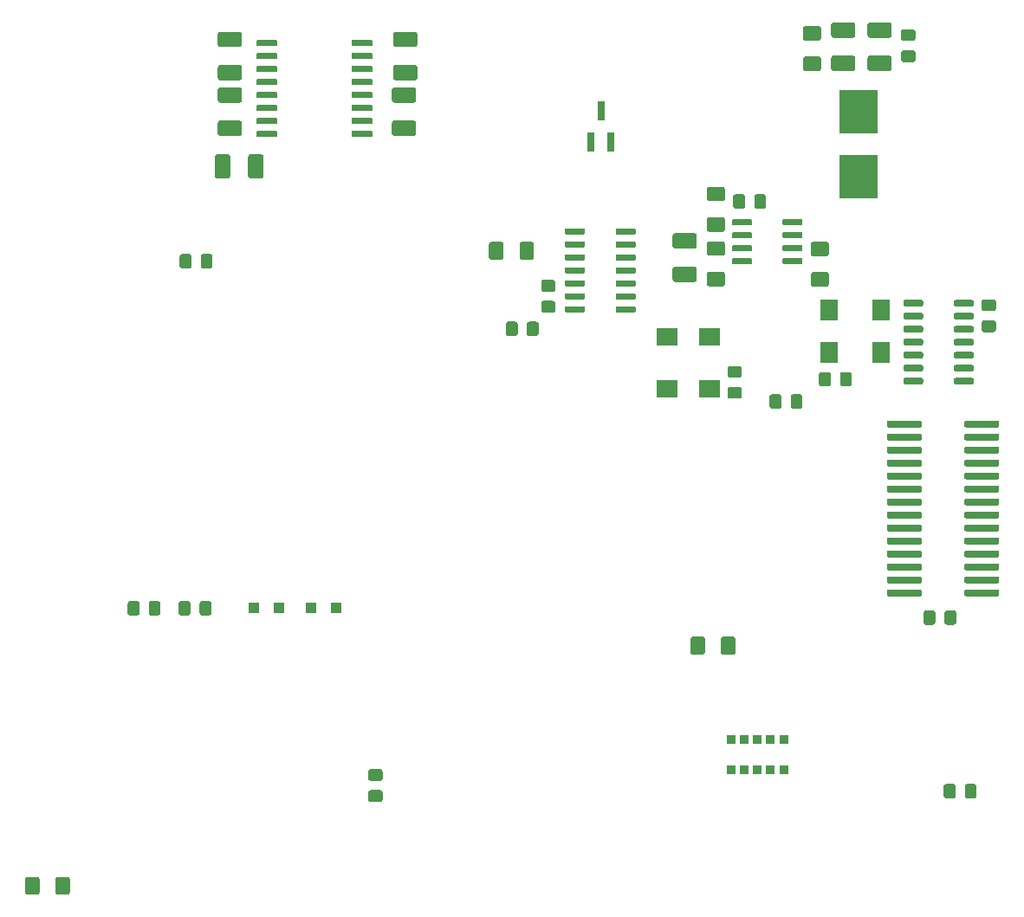
<source format=gbr>
G04 #@! TF.GenerationSoftware,KiCad,Pcbnew,5.1.5+dfsg1-2build2*
G04 #@! TF.CreationDate,2021-07-25T17:31:02+01:00*
G04 #@! TF.ProjectId,pluto,706c7574-6f2e-46b6-9963-61645f706362,rev?*
G04 #@! TF.SameCoordinates,Original*
G04 #@! TF.FileFunction,Paste,Top*
G04 #@! TF.FilePolarity,Positive*
%FSLAX46Y46*%
G04 Gerber Fmt 4.6, Leading zero omitted, Abs format (unit mm)*
G04 Created by KiCad (PCBNEW 5.1.5+dfsg1-2build2) date 2021-07-25 17:31:02*
%MOMM*%
%LPD*%
G04 APERTURE LIST*
%ADD10C,0.100000*%
%ADD11R,0.800000X1.900000*%
%ADD12R,1.800000X2.000000*%
%ADD13R,2.000000X1.800000*%
%ADD14R,0.900000X0.900000*%
%ADD15R,3.810000X4.240000*%
%ADD16R,1.000000X1.000000*%
G04 APERTURE END LIST*
D10*
G36*
X116344703Y-66375722D02*
G01*
X116359264Y-66377882D01*
X116373543Y-66381459D01*
X116387403Y-66386418D01*
X116400710Y-66392712D01*
X116413336Y-66400280D01*
X116425159Y-66409048D01*
X116436066Y-66418934D01*
X116445952Y-66429841D01*
X116454720Y-66441664D01*
X116462288Y-66454290D01*
X116468582Y-66467597D01*
X116473541Y-66481457D01*
X116477118Y-66495736D01*
X116479278Y-66510297D01*
X116480000Y-66525000D01*
X116480000Y-66825000D01*
X116479278Y-66839703D01*
X116477118Y-66854264D01*
X116473541Y-66868543D01*
X116468582Y-66882403D01*
X116462288Y-66895710D01*
X116454720Y-66908336D01*
X116445952Y-66920159D01*
X116436066Y-66931066D01*
X116425159Y-66940952D01*
X116413336Y-66949720D01*
X116400710Y-66957288D01*
X116387403Y-66963582D01*
X116373543Y-66968541D01*
X116359264Y-66972118D01*
X116344703Y-66974278D01*
X116330000Y-66975000D01*
X114680000Y-66975000D01*
X114665297Y-66974278D01*
X114650736Y-66972118D01*
X114636457Y-66968541D01*
X114622597Y-66963582D01*
X114609290Y-66957288D01*
X114596664Y-66949720D01*
X114584841Y-66940952D01*
X114573934Y-66931066D01*
X114564048Y-66920159D01*
X114555280Y-66908336D01*
X114547712Y-66895710D01*
X114541418Y-66882403D01*
X114536459Y-66868543D01*
X114532882Y-66854264D01*
X114530722Y-66839703D01*
X114530000Y-66825000D01*
X114530000Y-66525000D01*
X114530722Y-66510297D01*
X114532882Y-66495736D01*
X114536459Y-66481457D01*
X114541418Y-66467597D01*
X114547712Y-66454290D01*
X114555280Y-66441664D01*
X114564048Y-66429841D01*
X114573934Y-66418934D01*
X114584841Y-66409048D01*
X114596664Y-66400280D01*
X114609290Y-66392712D01*
X114622597Y-66386418D01*
X114636457Y-66381459D01*
X114650736Y-66377882D01*
X114665297Y-66375722D01*
X114680000Y-66375000D01*
X116330000Y-66375000D01*
X116344703Y-66375722D01*
G37*
G36*
X116344703Y-67645722D02*
G01*
X116359264Y-67647882D01*
X116373543Y-67651459D01*
X116387403Y-67656418D01*
X116400710Y-67662712D01*
X116413336Y-67670280D01*
X116425159Y-67679048D01*
X116436066Y-67688934D01*
X116445952Y-67699841D01*
X116454720Y-67711664D01*
X116462288Y-67724290D01*
X116468582Y-67737597D01*
X116473541Y-67751457D01*
X116477118Y-67765736D01*
X116479278Y-67780297D01*
X116480000Y-67795000D01*
X116480000Y-68095000D01*
X116479278Y-68109703D01*
X116477118Y-68124264D01*
X116473541Y-68138543D01*
X116468582Y-68152403D01*
X116462288Y-68165710D01*
X116454720Y-68178336D01*
X116445952Y-68190159D01*
X116436066Y-68201066D01*
X116425159Y-68210952D01*
X116413336Y-68219720D01*
X116400710Y-68227288D01*
X116387403Y-68233582D01*
X116373543Y-68238541D01*
X116359264Y-68242118D01*
X116344703Y-68244278D01*
X116330000Y-68245000D01*
X114680000Y-68245000D01*
X114665297Y-68244278D01*
X114650736Y-68242118D01*
X114636457Y-68238541D01*
X114622597Y-68233582D01*
X114609290Y-68227288D01*
X114596664Y-68219720D01*
X114584841Y-68210952D01*
X114573934Y-68201066D01*
X114564048Y-68190159D01*
X114555280Y-68178336D01*
X114547712Y-68165710D01*
X114541418Y-68152403D01*
X114536459Y-68138543D01*
X114532882Y-68124264D01*
X114530722Y-68109703D01*
X114530000Y-68095000D01*
X114530000Y-67795000D01*
X114530722Y-67780297D01*
X114532882Y-67765736D01*
X114536459Y-67751457D01*
X114541418Y-67737597D01*
X114547712Y-67724290D01*
X114555280Y-67711664D01*
X114564048Y-67699841D01*
X114573934Y-67688934D01*
X114584841Y-67679048D01*
X114596664Y-67670280D01*
X114609290Y-67662712D01*
X114622597Y-67656418D01*
X114636457Y-67651459D01*
X114650736Y-67647882D01*
X114665297Y-67645722D01*
X114680000Y-67645000D01*
X116330000Y-67645000D01*
X116344703Y-67645722D01*
G37*
G36*
X116344703Y-68915722D02*
G01*
X116359264Y-68917882D01*
X116373543Y-68921459D01*
X116387403Y-68926418D01*
X116400710Y-68932712D01*
X116413336Y-68940280D01*
X116425159Y-68949048D01*
X116436066Y-68958934D01*
X116445952Y-68969841D01*
X116454720Y-68981664D01*
X116462288Y-68994290D01*
X116468582Y-69007597D01*
X116473541Y-69021457D01*
X116477118Y-69035736D01*
X116479278Y-69050297D01*
X116480000Y-69065000D01*
X116480000Y-69365000D01*
X116479278Y-69379703D01*
X116477118Y-69394264D01*
X116473541Y-69408543D01*
X116468582Y-69422403D01*
X116462288Y-69435710D01*
X116454720Y-69448336D01*
X116445952Y-69460159D01*
X116436066Y-69471066D01*
X116425159Y-69480952D01*
X116413336Y-69489720D01*
X116400710Y-69497288D01*
X116387403Y-69503582D01*
X116373543Y-69508541D01*
X116359264Y-69512118D01*
X116344703Y-69514278D01*
X116330000Y-69515000D01*
X114680000Y-69515000D01*
X114665297Y-69514278D01*
X114650736Y-69512118D01*
X114636457Y-69508541D01*
X114622597Y-69503582D01*
X114609290Y-69497288D01*
X114596664Y-69489720D01*
X114584841Y-69480952D01*
X114573934Y-69471066D01*
X114564048Y-69460159D01*
X114555280Y-69448336D01*
X114547712Y-69435710D01*
X114541418Y-69422403D01*
X114536459Y-69408543D01*
X114532882Y-69394264D01*
X114530722Y-69379703D01*
X114530000Y-69365000D01*
X114530000Y-69065000D01*
X114530722Y-69050297D01*
X114532882Y-69035736D01*
X114536459Y-69021457D01*
X114541418Y-69007597D01*
X114547712Y-68994290D01*
X114555280Y-68981664D01*
X114564048Y-68969841D01*
X114573934Y-68958934D01*
X114584841Y-68949048D01*
X114596664Y-68940280D01*
X114609290Y-68932712D01*
X114622597Y-68926418D01*
X114636457Y-68921459D01*
X114650736Y-68917882D01*
X114665297Y-68915722D01*
X114680000Y-68915000D01*
X116330000Y-68915000D01*
X116344703Y-68915722D01*
G37*
G36*
X116344703Y-70185722D02*
G01*
X116359264Y-70187882D01*
X116373543Y-70191459D01*
X116387403Y-70196418D01*
X116400710Y-70202712D01*
X116413336Y-70210280D01*
X116425159Y-70219048D01*
X116436066Y-70228934D01*
X116445952Y-70239841D01*
X116454720Y-70251664D01*
X116462288Y-70264290D01*
X116468582Y-70277597D01*
X116473541Y-70291457D01*
X116477118Y-70305736D01*
X116479278Y-70320297D01*
X116480000Y-70335000D01*
X116480000Y-70635000D01*
X116479278Y-70649703D01*
X116477118Y-70664264D01*
X116473541Y-70678543D01*
X116468582Y-70692403D01*
X116462288Y-70705710D01*
X116454720Y-70718336D01*
X116445952Y-70730159D01*
X116436066Y-70741066D01*
X116425159Y-70750952D01*
X116413336Y-70759720D01*
X116400710Y-70767288D01*
X116387403Y-70773582D01*
X116373543Y-70778541D01*
X116359264Y-70782118D01*
X116344703Y-70784278D01*
X116330000Y-70785000D01*
X114680000Y-70785000D01*
X114665297Y-70784278D01*
X114650736Y-70782118D01*
X114636457Y-70778541D01*
X114622597Y-70773582D01*
X114609290Y-70767288D01*
X114596664Y-70759720D01*
X114584841Y-70750952D01*
X114573934Y-70741066D01*
X114564048Y-70730159D01*
X114555280Y-70718336D01*
X114547712Y-70705710D01*
X114541418Y-70692403D01*
X114536459Y-70678543D01*
X114532882Y-70664264D01*
X114530722Y-70649703D01*
X114530000Y-70635000D01*
X114530000Y-70335000D01*
X114530722Y-70320297D01*
X114532882Y-70305736D01*
X114536459Y-70291457D01*
X114541418Y-70277597D01*
X114547712Y-70264290D01*
X114555280Y-70251664D01*
X114564048Y-70239841D01*
X114573934Y-70228934D01*
X114584841Y-70219048D01*
X114596664Y-70210280D01*
X114609290Y-70202712D01*
X114622597Y-70196418D01*
X114636457Y-70191459D01*
X114650736Y-70187882D01*
X114665297Y-70185722D01*
X114680000Y-70185000D01*
X116330000Y-70185000D01*
X116344703Y-70185722D01*
G37*
G36*
X116344703Y-71455722D02*
G01*
X116359264Y-71457882D01*
X116373543Y-71461459D01*
X116387403Y-71466418D01*
X116400710Y-71472712D01*
X116413336Y-71480280D01*
X116425159Y-71489048D01*
X116436066Y-71498934D01*
X116445952Y-71509841D01*
X116454720Y-71521664D01*
X116462288Y-71534290D01*
X116468582Y-71547597D01*
X116473541Y-71561457D01*
X116477118Y-71575736D01*
X116479278Y-71590297D01*
X116480000Y-71605000D01*
X116480000Y-71905000D01*
X116479278Y-71919703D01*
X116477118Y-71934264D01*
X116473541Y-71948543D01*
X116468582Y-71962403D01*
X116462288Y-71975710D01*
X116454720Y-71988336D01*
X116445952Y-72000159D01*
X116436066Y-72011066D01*
X116425159Y-72020952D01*
X116413336Y-72029720D01*
X116400710Y-72037288D01*
X116387403Y-72043582D01*
X116373543Y-72048541D01*
X116359264Y-72052118D01*
X116344703Y-72054278D01*
X116330000Y-72055000D01*
X114680000Y-72055000D01*
X114665297Y-72054278D01*
X114650736Y-72052118D01*
X114636457Y-72048541D01*
X114622597Y-72043582D01*
X114609290Y-72037288D01*
X114596664Y-72029720D01*
X114584841Y-72020952D01*
X114573934Y-72011066D01*
X114564048Y-72000159D01*
X114555280Y-71988336D01*
X114547712Y-71975710D01*
X114541418Y-71962403D01*
X114536459Y-71948543D01*
X114532882Y-71934264D01*
X114530722Y-71919703D01*
X114530000Y-71905000D01*
X114530000Y-71605000D01*
X114530722Y-71590297D01*
X114532882Y-71575736D01*
X114536459Y-71561457D01*
X114541418Y-71547597D01*
X114547712Y-71534290D01*
X114555280Y-71521664D01*
X114564048Y-71509841D01*
X114573934Y-71498934D01*
X114584841Y-71489048D01*
X114596664Y-71480280D01*
X114609290Y-71472712D01*
X114622597Y-71466418D01*
X114636457Y-71461459D01*
X114650736Y-71457882D01*
X114665297Y-71455722D01*
X114680000Y-71455000D01*
X116330000Y-71455000D01*
X116344703Y-71455722D01*
G37*
G36*
X116344703Y-72725722D02*
G01*
X116359264Y-72727882D01*
X116373543Y-72731459D01*
X116387403Y-72736418D01*
X116400710Y-72742712D01*
X116413336Y-72750280D01*
X116425159Y-72759048D01*
X116436066Y-72768934D01*
X116445952Y-72779841D01*
X116454720Y-72791664D01*
X116462288Y-72804290D01*
X116468582Y-72817597D01*
X116473541Y-72831457D01*
X116477118Y-72845736D01*
X116479278Y-72860297D01*
X116480000Y-72875000D01*
X116480000Y-73175000D01*
X116479278Y-73189703D01*
X116477118Y-73204264D01*
X116473541Y-73218543D01*
X116468582Y-73232403D01*
X116462288Y-73245710D01*
X116454720Y-73258336D01*
X116445952Y-73270159D01*
X116436066Y-73281066D01*
X116425159Y-73290952D01*
X116413336Y-73299720D01*
X116400710Y-73307288D01*
X116387403Y-73313582D01*
X116373543Y-73318541D01*
X116359264Y-73322118D01*
X116344703Y-73324278D01*
X116330000Y-73325000D01*
X114680000Y-73325000D01*
X114665297Y-73324278D01*
X114650736Y-73322118D01*
X114636457Y-73318541D01*
X114622597Y-73313582D01*
X114609290Y-73307288D01*
X114596664Y-73299720D01*
X114584841Y-73290952D01*
X114573934Y-73281066D01*
X114564048Y-73270159D01*
X114555280Y-73258336D01*
X114547712Y-73245710D01*
X114541418Y-73232403D01*
X114536459Y-73218543D01*
X114532882Y-73204264D01*
X114530722Y-73189703D01*
X114530000Y-73175000D01*
X114530000Y-72875000D01*
X114530722Y-72860297D01*
X114532882Y-72845736D01*
X114536459Y-72831457D01*
X114541418Y-72817597D01*
X114547712Y-72804290D01*
X114555280Y-72791664D01*
X114564048Y-72779841D01*
X114573934Y-72768934D01*
X114584841Y-72759048D01*
X114596664Y-72750280D01*
X114609290Y-72742712D01*
X114622597Y-72736418D01*
X114636457Y-72731459D01*
X114650736Y-72727882D01*
X114665297Y-72725722D01*
X114680000Y-72725000D01*
X116330000Y-72725000D01*
X116344703Y-72725722D01*
G37*
G36*
X116344703Y-73995722D02*
G01*
X116359264Y-73997882D01*
X116373543Y-74001459D01*
X116387403Y-74006418D01*
X116400710Y-74012712D01*
X116413336Y-74020280D01*
X116425159Y-74029048D01*
X116436066Y-74038934D01*
X116445952Y-74049841D01*
X116454720Y-74061664D01*
X116462288Y-74074290D01*
X116468582Y-74087597D01*
X116473541Y-74101457D01*
X116477118Y-74115736D01*
X116479278Y-74130297D01*
X116480000Y-74145000D01*
X116480000Y-74445000D01*
X116479278Y-74459703D01*
X116477118Y-74474264D01*
X116473541Y-74488543D01*
X116468582Y-74502403D01*
X116462288Y-74515710D01*
X116454720Y-74528336D01*
X116445952Y-74540159D01*
X116436066Y-74551066D01*
X116425159Y-74560952D01*
X116413336Y-74569720D01*
X116400710Y-74577288D01*
X116387403Y-74583582D01*
X116373543Y-74588541D01*
X116359264Y-74592118D01*
X116344703Y-74594278D01*
X116330000Y-74595000D01*
X114680000Y-74595000D01*
X114665297Y-74594278D01*
X114650736Y-74592118D01*
X114636457Y-74588541D01*
X114622597Y-74583582D01*
X114609290Y-74577288D01*
X114596664Y-74569720D01*
X114584841Y-74560952D01*
X114573934Y-74551066D01*
X114564048Y-74540159D01*
X114555280Y-74528336D01*
X114547712Y-74515710D01*
X114541418Y-74502403D01*
X114536459Y-74488543D01*
X114532882Y-74474264D01*
X114530722Y-74459703D01*
X114530000Y-74445000D01*
X114530000Y-74145000D01*
X114530722Y-74130297D01*
X114532882Y-74115736D01*
X114536459Y-74101457D01*
X114541418Y-74087597D01*
X114547712Y-74074290D01*
X114555280Y-74061664D01*
X114564048Y-74049841D01*
X114573934Y-74038934D01*
X114584841Y-74029048D01*
X114596664Y-74020280D01*
X114609290Y-74012712D01*
X114622597Y-74006418D01*
X114636457Y-74001459D01*
X114650736Y-73997882D01*
X114665297Y-73995722D01*
X114680000Y-73995000D01*
X116330000Y-73995000D01*
X116344703Y-73995722D01*
G37*
G36*
X111394703Y-73995722D02*
G01*
X111409264Y-73997882D01*
X111423543Y-74001459D01*
X111437403Y-74006418D01*
X111450710Y-74012712D01*
X111463336Y-74020280D01*
X111475159Y-74029048D01*
X111486066Y-74038934D01*
X111495952Y-74049841D01*
X111504720Y-74061664D01*
X111512288Y-74074290D01*
X111518582Y-74087597D01*
X111523541Y-74101457D01*
X111527118Y-74115736D01*
X111529278Y-74130297D01*
X111530000Y-74145000D01*
X111530000Y-74445000D01*
X111529278Y-74459703D01*
X111527118Y-74474264D01*
X111523541Y-74488543D01*
X111518582Y-74502403D01*
X111512288Y-74515710D01*
X111504720Y-74528336D01*
X111495952Y-74540159D01*
X111486066Y-74551066D01*
X111475159Y-74560952D01*
X111463336Y-74569720D01*
X111450710Y-74577288D01*
X111437403Y-74583582D01*
X111423543Y-74588541D01*
X111409264Y-74592118D01*
X111394703Y-74594278D01*
X111380000Y-74595000D01*
X109730000Y-74595000D01*
X109715297Y-74594278D01*
X109700736Y-74592118D01*
X109686457Y-74588541D01*
X109672597Y-74583582D01*
X109659290Y-74577288D01*
X109646664Y-74569720D01*
X109634841Y-74560952D01*
X109623934Y-74551066D01*
X109614048Y-74540159D01*
X109605280Y-74528336D01*
X109597712Y-74515710D01*
X109591418Y-74502403D01*
X109586459Y-74488543D01*
X109582882Y-74474264D01*
X109580722Y-74459703D01*
X109580000Y-74445000D01*
X109580000Y-74145000D01*
X109580722Y-74130297D01*
X109582882Y-74115736D01*
X109586459Y-74101457D01*
X109591418Y-74087597D01*
X109597712Y-74074290D01*
X109605280Y-74061664D01*
X109614048Y-74049841D01*
X109623934Y-74038934D01*
X109634841Y-74029048D01*
X109646664Y-74020280D01*
X109659290Y-74012712D01*
X109672597Y-74006418D01*
X109686457Y-74001459D01*
X109700736Y-73997882D01*
X109715297Y-73995722D01*
X109730000Y-73995000D01*
X111380000Y-73995000D01*
X111394703Y-73995722D01*
G37*
G36*
X111394703Y-72725722D02*
G01*
X111409264Y-72727882D01*
X111423543Y-72731459D01*
X111437403Y-72736418D01*
X111450710Y-72742712D01*
X111463336Y-72750280D01*
X111475159Y-72759048D01*
X111486066Y-72768934D01*
X111495952Y-72779841D01*
X111504720Y-72791664D01*
X111512288Y-72804290D01*
X111518582Y-72817597D01*
X111523541Y-72831457D01*
X111527118Y-72845736D01*
X111529278Y-72860297D01*
X111530000Y-72875000D01*
X111530000Y-73175000D01*
X111529278Y-73189703D01*
X111527118Y-73204264D01*
X111523541Y-73218543D01*
X111518582Y-73232403D01*
X111512288Y-73245710D01*
X111504720Y-73258336D01*
X111495952Y-73270159D01*
X111486066Y-73281066D01*
X111475159Y-73290952D01*
X111463336Y-73299720D01*
X111450710Y-73307288D01*
X111437403Y-73313582D01*
X111423543Y-73318541D01*
X111409264Y-73322118D01*
X111394703Y-73324278D01*
X111380000Y-73325000D01*
X109730000Y-73325000D01*
X109715297Y-73324278D01*
X109700736Y-73322118D01*
X109686457Y-73318541D01*
X109672597Y-73313582D01*
X109659290Y-73307288D01*
X109646664Y-73299720D01*
X109634841Y-73290952D01*
X109623934Y-73281066D01*
X109614048Y-73270159D01*
X109605280Y-73258336D01*
X109597712Y-73245710D01*
X109591418Y-73232403D01*
X109586459Y-73218543D01*
X109582882Y-73204264D01*
X109580722Y-73189703D01*
X109580000Y-73175000D01*
X109580000Y-72875000D01*
X109580722Y-72860297D01*
X109582882Y-72845736D01*
X109586459Y-72831457D01*
X109591418Y-72817597D01*
X109597712Y-72804290D01*
X109605280Y-72791664D01*
X109614048Y-72779841D01*
X109623934Y-72768934D01*
X109634841Y-72759048D01*
X109646664Y-72750280D01*
X109659290Y-72742712D01*
X109672597Y-72736418D01*
X109686457Y-72731459D01*
X109700736Y-72727882D01*
X109715297Y-72725722D01*
X109730000Y-72725000D01*
X111380000Y-72725000D01*
X111394703Y-72725722D01*
G37*
G36*
X111394703Y-71455722D02*
G01*
X111409264Y-71457882D01*
X111423543Y-71461459D01*
X111437403Y-71466418D01*
X111450710Y-71472712D01*
X111463336Y-71480280D01*
X111475159Y-71489048D01*
X111486066Y-71498934D01*
X111495952Y-71509841D01*
X111504720Y-71521664D01*
X111512288Y-71534290D01*
X111518582Y-71547597D01*
X111523541Y-71561457D01*
X111527118Y-71575736D01*
X111529278Y-71590297D01*
X111530000Y-71605000D01*
X111530000Y-71905000D01*
X111529278Y-71919703D01*
X111527118Y-71934264D01*
X111523541Y-71948543D01*
X111518582Y-71962403D01*
X111512288Y-71975710D01*
X111504720Y-71988336D01*
X111495952Y-72000159D01*
X111486066Y-72011066D01*
X111475159Y-72020952D01*
X111463336Y-72029720D01*
X111450710Y-72037288D01*
X111437403Y-72043582D01*
X111423543Y-72048541D01*
X111409264Y-72052118D01*
X111394703Y-72054278D01*
X111380000Y-72055000D01*
X109730000Y-72055000D01*
X109715297Y-72054278D01*
X109700736Y-72052118D01*
X109686457Y-72048541D01*
X109672597Y-72043582D01*
X109659290Y-72037288D01*
X109646664Y-72029720D01*
X109634841Y-72020952D01*
X109623934Y-72011066D01*
X109614048Y-72000159D01*
X109605280Y-71988336D01*
X109597712Y-71975710D01*
X109591418Y-71962403D01*
X109586459Y-71948543D01*
X109582882Y-71934264D01*
X109580722Y-71919703D01*
X109580000Y-71905000D01*
X109580000Y-71605000D01*
X109580722Y-71590297D01*
X109582882Y-71575736D01*
X109586459Y-71561457D01*
X109591418Y-71547597D01*
X109597712Y-71534290D01*
X109605280Y-71521664D01*
X109614048Y-71509841D01*
X109623934Y-71498934D01*
X109634841Y-71489048D01*
X109646664Y-71480280D01*
X109659290Y-71472712D01*
X109672597Y-71466418D01*
X109686457Y-71461459D01*
X109700736Y-71457882D01*
X109715297Y-71455722D01*
X109730000Y-71455000D01*
X111380000Y-71455000D01*
X111394703Y-71455722D01*
G37*
G36*
X111394703Y-70185722D02*
G01*
X111409264Y-70187882D01*
X111423543Y-70191459D01*
X111437403Y-70196418D01*
X111450710Y-70202712D01*
X111463336Y-70210280D01*
X111475159Y-70219048D01*
X111486066Y-70228934D01*
X111495952Y-70239841D01*
X111504720Y-70251664D01*
X111512288Y-70264290D01*
X111518582Y-70277597D01*
X111523541Y-70291457D01*
X111527118Y-70305736D01*
X111529278Y-70320297D01*
X111530000Y-70335000D01*
X111530000Y-70635000D01*
X111529278Y-70649703D01*
X111527118Y-70664264D01*
X111523541Y-70678543D01*
X111518582Y-70692403D01*
X111512288Y-70705710D01*
X111504720Y-70718336D01*
X111495952Y-70730159D01*
X111486066Y-70741066D01*
X111475159Y-70750952D01*
X111463336Y-70759720D01*
X111450710Y-70767288D01*
X111437403Y-70773582D01*
X111423543Y-70778541D01*
X111409264Y-70782118D01*
X111394703Y-70784278D01*
X111380000Y-70785000D01*
X109730000Y-70785000D01*
X109715297Y-70784278D01*
X109700736Y-70782118D01*
X109686457Y-70778541D01*
X109672597Y-70773582D01*
X109659290Y-70767288D01*
X109646664Y-70759720D01*
X109634841Y-70750952D01*
X109623934Y-70741066D01*
X109614048Y-70730159D01*
X109605280Y-70718336D01*
X109597712Y-70705710D01*
X109591418Y-70692403D01*
X109586459Y-70678543D01*
X109582882Y-70664264D01*
X109580722Y-70649703D01*
X109580000Y-70635000D01*
X109580000Y-70335000D01*
X109580722Y-70320297D01*
X109582882Y-70305736D01*
X109586459Y-70291457D01*
X109591418Y-70277597D01*
X109597712Y-70264290D01*
X109605280Y-70251664D01*
X109614048Y-70239841D01*
X109623934Y-70228934D01*
X109634841Y-70219048D01*
X109646664Y-70210280D01*
X109659290Y-70202712D01*
X109672597Y-70196418D01*
X109686457Y-70191459D01*
X109700736Y-70187882D01*
X109715297Y-70185722D01*
X109730000Y-70185000D01*
X111380000Y-70185000D01*
X111394703Y-70185722D01*
G37*
G36*
X111394703Y-68915722D02*
G01*
X111409264Y-68917882D01*
X111423543Y-68921459D01*
X111437403Y-68926418D01*
X111450710Y-68932712D01*
X111463336Y-68940280D01*
X111475159Y-68949048D01*
X111486066Y-68958934D01*
X111495952Y-68969841D01*
X111504720Y-68981664D01*
X111512288Y-68994290D01*
X111518582Y-69007597D01*
X111523541Y-69021457D01*
X111527118Y-69035736D01*
X111529278Y-69050297D01*
X111530000Y-69065000D01*
X111530000Y-69365000D01*
X111529278Y-69379703D01*
X111527118Y-69394264D01*
X111523541Y-69408543D01*
X111518582Y-69422403D01*
X111512288Y-69435710D01*
X111504720Y-69448336D01*
X111495952Y-69460159D01*
X111486066Y-69471066D01*
X111475159Y-69480952D01*
X111463336Y-69489720D01*
X111450710Y-69497288D01*
X111437403Y-69503582D01*
X111423543Y-69508541D01*
X111409264Y-69512118D01*
X111394703Y-69514278D01*
X111380000Y-69515000D01*
X109730000Y-69515000D01*
X109715297Y-69514278D01*
X109700736Y-69512118D01*
X109686457Y-69508541D01*
X109672597Y-69503582D01*
X109659290Y-69497288D01*
X109646664Y-69489720D01*
X109634841Y-69480952D01*
X109623934Y-69471066D01*
X109614048Y-69460159D01*
X109605280Y-69448336D01*
X109597712Y-69435710D01*
X109591418Y-69422403D01*
X109586459Y-69408543D01*
X109582882Y-69394264D01*
X109580722Y-69379703D01*
X109580000Y-69365000D01*
X109580000Y-69065000D01*
X109580722Y-69050297D01*
X109582882Y-69035736D01*
X109586459Y-69021457D01*
X109591418Y-69007597D01*
X109597712Y-68994290D01*
X109605280Y-68981664D01*
X109614048Y-68969841D01*
X109623934Y-68958934D01*
X109634841Y-68949048D01*
X109646664Y-68940280D01*
X109659290Y-68932712D01*
X109672597Y-68926418D01*
X109686457Y-68921459D01*
X109700736Y-68917882D01*
X109715297Y-68915722D01*
X109730000Y-68915000D01*
X111380000Y-68915000D01*
X111394703Y-68915722D01*
G37*
G36*
X111394703Y-67645722D02*
G01*
X111409264Y-67647882D01*
X111423543Y-67651459D01*
X111437403Y-67656418D01*
X111450710Y-67662712D01*
X111463336Y-67670280D01*
X111475159Y-67679048D01*
X111486066Y-67688934D01*
X111495952Y-67699841D01*
X111504720Y-67711664D01*
X111512288Y-67724290D01*
X111518582Y-67737597D01*
X111523541Y-67751457D01*
X111527118Y-67765736D01*
X111529278Y-67780297D01*
X111530000Y-67795000D01*
X111530000Y-68095000D01*
X111529278Y-68109703D01*
X111527118Y-68124264D01*
X111523541Y-68138543D01*
X111518582Y-68152403D01*
X111512288Y-68165710D01*
X111504720Y-68178336D01*
X111495952Y-68190159D01*
X111486066Y-68201066D01*
X111475159Y-68210952D01*
X111463336Y-68219720D01*
X111450710Y-68227288D01*
X111437403Y-68233582D01*
X111423543Y-68238541D01*
X111409264Y-68242118D01*
X111394703Y-68244278D01*
X111380000Y-68245000D01*
X109730000Y-68245000D01*
X109715297Y-68244278D01*
X109700736Y-68242118D01*
X109686457Y-68238541D01*
X109672597Y-68233582D01*
X109659290Y-68227288D01*
X109646664Y-68219720D01*
X109634841Y-68210952D01*
X109623934Y-68201066D01*
X109614048Y-68190159D01*
X109605280Y-68178336D01*
X109597712Y-68165710D01*
X109591418Y-68152403D01*
X109586459Y-68138543D01*
X109582882Y-68124264D01*
X109580722Y-68109703D01*
X109580000Y-68095000D01*
X109580000Y-67795000D01*
X109580722Y-67780297D01*
X109582882Y-67765736D01*
X109586459Y-67751457D01*
X109591418Y-67737597D01*
X109597712Y-67724290D01*
X109605280Y-67711664D01*
X109614048Y-67699841D01*
X109623934Y-67688934D01*
X109634841Y-67679048D01*
X109646664Y-67670280D01*
X109659290Y-67662712D01*
X109672597Y-67656418D01*
X109686457Y-67651459D01*
X109700736Y-67647882D01*
X109715297Y-67645722D01*
X109730000Y-67645000D01*
X111380000Y-67645000D01*
X111394703Y-67645722D01*
G37*
G36*
X111394703Y-66375722D02*
G01*
X111409264Y-66377882D01*
X111423543Y-66381459D01*
X111437403Y-66386418D01*
X111450710Y-66392712D01*
X111463336Y-66400280D01*
X111475159Y-66409048D01*
X111486066Y-66418934D01*
X111495952Y-66429841D01*
X111504720Y-66441664D01*
X111512288Y-66454290D01*
X111518582Y-66467597D01*
X111523541Y-66481457D01*
X111527118Y-66495736D01*
X111529278Y-66510297D01*
X111530000Y-66525000D01*
X111530000Y-66825000D01*
X111529278Y-66839703D01*
X111527118Y-66854264D01*
X111523541Y-66868543D01*
X111518582Y-66882403D01*
X111512288Y-66895710D01*
X111504720Y-66908336D01*
X111495952Y-66920159D01*
X111486066Y-66931066D01*
X111475159Y-66940952D01*
X111463336Y-66949720D01*
X111450710Y-66957288D01*
X111437403Y-66963582D01*
X111423543Y-66968541D01*
X111409264Y-66972118D01*
X111394703Y-66974278D01*
X111380000Y-66975000D01*
X109730000Y-66975000D01*
X109715297Y-66974278D01*
X109700736Y-66972118D01*
X109686457Y-66968541D01*
X109672597Y-66963582D01*
X109659290Y-66957288D01*
X109646664Y-66949720D01*
X109634841Y-66940952D01*
X109623934Y-66931066D01*
X109614048Y-66920159D01*
X109605280Y-66908336D01*
X109597712Y-66895710D01*
X109591418Y-66882403D01*
X109586459Y-66868543D01*
X109582882Y-66854264D01*
X109580722Y-66839703D01*
X109580000Y-66825000D01*
X109580000Y-66525000D01*
X109580722Y-66510297D01*
X109582882Y-66495736D01*
X109586459Y-66481457D01*
X109591418Y-66467597D01*
X109597712Y-66454290D01*
X109605280Y-66441664D01*
X109614048Y-66429841D01*
X109623934Y-66418934D01*
X109634841Y-66409048D01*
X109646664Y-66400280D01*
X109659290Y-66392712D01*
X109672597Y-66386418D01*
X109686457Y-66381459D01*
X109700736Y-66377882D01*
X109715297Y-66375722D01*
X109730000Y-66375000D01*
X111380000Y-66375000D01*
X111394703Y-66375722D01*
G37*
G36*
X90629703Y-47960722D02*
G01*
X90644264Y-47962882D01*
X90658543Y-47966459D01*
X90672403Y-47971418D01*
X90685710Y-47977712D01*
X90698336Y-47985280D01*
X90710159Y-47994048D01*
X90721066Y-48003934D01*
X90730952Y-48014841D01*
X90739720Y-48026664D01*
X90747288Y-48039290D01*
X90753582Y-48052597D01*
X90758541Y-48066457D01*
X90762118Y-48080736D01*
X90764278Y-48095297D01*
X90765000Y-48110000D01*
X90765000Y-48410000D01*
X90764278Y-48424703D01*
X90762118Y-48439264D01*
X90758541Y-48453543D01*
X90753582Y-48467403D01*
X90747288Y-48480710D01*
X90739720Y-48493336D01*
X90730952Y-48505159D01*
X90721066Y-48516066D01*
X90710159Y-48525952D01*
X90698336Y-48534720D01*
X90685710Y-48542288D01*
X90672403Y-48548582D01*
X90658543Y-48553541D01*
X90644264Y-48557118D01*
X90629703Y-48559278D01*
X90615000Y-48560000D01*
X88865000Y-48560000D01*
X88850297Y-48559278D01*
X88835736Y-48557118D01*
X88821457Y-48553541D01*
X88807597Y-48548582D01*
X88794290Y-48542288D01*
X88781664Y-48534720D01*
X88769841Y-48525952D01*
X88758934Y-48516066D01*
X88749048Y-48505159D01*
X88740280Y-48493336D01*
X88732712Y-48480710D01*
X88726418Y-48467403D01*
X88721459Y-48453543D01*
X88717882Y-48439264D01*
X88715722Y-48424703D01*
X88715000Y-48410000D01*
X88715000Y-48110000D01*
X88715722Y-48095297D01*
X88717882Y-48080736D01*
X88721459Y-48066457D01*
X88726418Y-48052597D01*
X88732712Y-48039290D01*
X88740280Y-48026664D01*
X88749048Y-48014841D01*
X88758934Y-48003934D01*
X88769841Y-47994048D01*
X88781664Y-47985280D01*
X88794290Y-47977712D01*
X88807597Y-47971418D01*
X88821457Y-47966459D01*
X88835736Y-47962882D01*
X88850297Y-47960722D01*
X88865000Y-47960000D01*
X90615000Y-47960000D01*
X90629703Y-47960722D01*
G37*
G36*
X90629703Y-49230722D02*
G01*
X90644264Y-49232882D01*
X90658543Y-49236459D01*
X90672403Y-49241418D01*
X90685710Y-49247712D01*
X90698336Y-49255280D01*
X90710159Y-49264048D01*
X90721066Y-49273934D01*
X90730952Y-49284841D01*
X90739720Y-49296664D01*
X90747288Y-49309290D01*
X90753582Y-49322597D01*
X90758541Y-49336457D01*
X90762118Y-49350736D01*
X90764278Y-49365297D01*
X90765000Y-49380000D01*
X90765000Y-49680000D01*
X90764278Y-49694703D01*
X90762118Y-49709264D01*
X90758541Y-49723543D01*
X90753582Y-49737403D01*
X90747288Y-49750710D01*
X90739720Y-49763336D01*
X90730952Y-49775159D01*
X90721066Y-49786066D01*
X90710159Y-49795952D01*
X90698336Y-49804720D01*
X90685710Y-49812288D01*
X90672403Y-49818582D01*
X90658543Y-49823541D01*
X90644264Y-49827118D01*
X90629703Y-49829278D01*
X90615000Y-49830000D01*
X88865000Y-49830000D01*
X88850297Y-49829278D01*
X88835736Y-49827118D01*
X88821457Y-49823541D01*
X88807597Y-49818582D01*
X88794290Y-49812288D01*
X88781664Y-49804720D01*
X88769841Y-49795952D01*
X88758934Y-49786066D01*
X88749048Y-49775159D01*
X88740280Y-49763336D01*
X88732712Y-49750710D01*
X88726418Y-49737403D01*
X88721459Y-49723543D01*
X88717882Y-49709264D01*
X88715722Y-49694703D01*
X88715000Y-49680000D01*
X88715000Y-49380000D01*
X88715722Y-49365297D01*
X88717882Y-49350736D01*
X88721459Y-49336457D01*
X88726418Y-49322597D01*
X88732712Y-49309290D01*
X88740280Y-49296664D01*
X88749048Y-49284841D01*
X88758934Y-49273934D01*
X88769841Y-49264048D01*
X88781664Y-49255280D01*
X88794290Y-49247712D01*
X88807597Y-49241418D01*
X88821457Y-49236459D01*
X88835736Y-49232882D01*
X88850297Y-49230722D01*
X88865000Y-49230000D01*
X90615000Y-49230000D01*
X90629703Y-49230722D01*
G37*
G36*
X90629703Y-50500722D02*
G01*
X90644264Y-50502882D01*
X90658543Y-50506459D01*
X90672403Y-50511418D01*
X90685710Y-50517712D01*
X90698336Y-50525280D01*
X90710159Y-50534048D01*
X90721066Y-50543934D01*
X90730952Y-50554841D01*
X90739720Y-50566664D01*
X90747288Y-50579290D01*
X90753582Y-50592597D01*
X90758541Y-50606457D01*
X90762118Y-50620736D01*
X90764278Y-50635297D01*
X90765000Y-50650000D01*
X90765000Y-50950000D01*
X90764278Y-50964703D01*
X90762118Y-50979264D01*
X90758541Y-50993543D01*
X90753582Y-51007403D01*
X90747288Y-51020710D01*
X90739720Y-51033336D01*
X90730952Y-51045159D01*
X90721066Y-51056066D01*
X90710159Y-51065952D01*
X90698336Y-51074720D01*
X90685710Y-51082288D01*
X90672403Y-51088582D01*
X90658543Y-51093541D01*
X90644264Y-51097118D01*
X90629703Y-51099278D01*
X90615000Y-51100000D01*
X88865000Y-51100000D01*
X88850297Y-51099278D01*
X88835736Y-51097118D01*
X88821457Y-51093541D01*
X88807597Y-51088582D01*
X88794290Y-51082288D01*
X88781664Y-51074720D01*
X88769841Y-51065952D01*
X88758934Y-51056066D01*
X88749048Y-51045159D01*
X88740280Y-51033336D01*
X88732712Y-51020710D01*
X88726418Y-51007403D01*
X88721459Y-50993543D01*
X88717882Y-50979264D01*
X88715722Y-50964703D01*
X88715000Y-50950000D01*
X88715000Y-50650000D01*
X88715722Y-50635297D01*
X88717882Y-50620736D01*
X88721459Y-50606457D01*
X88726418Y-50592597D01*
X88732712Y-50579290D01*
X88740280Y-50566664D01*
X88749048Y-50554841D01*
X88758934Y-50543934D01*
X88769841Y-50534048D01*
X88781664Y-50525280D01*
X88794290Y-50517712D01*
X88807597Y-50511418D01*
X88821457Y-50506459D01*
X88835736Y-50502882D01*
X88850297Y-50500722D01*
X88865000Y-50500000D01*
X90615000Y-50500000D01*
X90629703Y-50500722D01*
G37*
G36*
X90629703Y-51770722D02*
G01*
X90644264Y-51772882D01*
X90658543Y-51776459D01*
X90672403Y-51781418D01*
X90685710Y-51787712D01*
X90698336Y-51795280D01*
X90710159Y-51804048D01*
X90721066Y-51813934D01*
X90730952Y-51824841D01*
X90739720Y-51836664D01*
X90747288Y-51849290D01*
X90753582Y-51862597D01*
X90758541Y-51876457D01*
X90762118Y-51890736D01*
X90764278Y-51905297D01*
X90765000Y-51920000D01*
X90765000Y-52220000D01*
X90764278Y-52234703D01*
X90762118Y-52249264D01*
X90758541Y-52263543D01*
X90753582Y-52277403D01*
X90747288Y-52290710D01*
X90739720Y-52303336D01*
X90730952Y-52315159D01*
X90721066Y-52326066D01*
X90710159Y-52335952D01*
X90698336Y-52344720D01*
X90685710Y-52352288D01*
X90672403Y-52358582D01*
X90658543Y-52363541D01*
X90644264Y-52367118D01*
X90629703Y-52369278D01*
X90615000Y-52370000D01*
X88865000Y-52370000D01*
X88850297Y-52369278D01*
X88835736Y-52367118D01*
X88821457Y-52363541D01*
X88807597Y-52358582D01*
X88794290Y-52352288D01*
X88781664Y-52344720D01*
X88769841Y-52335952D01*
X88758934Y-52326066D01*
X88749048Y-52315159D01*
X88740280Y-52303336D01*
X88732712Y-52290710D01*
X88726418Y-52277403D01*
X88721459Y-52263543D01*
X88717882Y-52249264D01*
X88715722Y-52234703D01*
X88715000Y-52220000D01*
X88715000Y-51920000D01*
X88715722Y-51905297D01*
X88717882Y-51890736D01*
X88721459Y-51876457D01*
X88726418Y-51862597D01*
X88732712Y-51849290D01*
X88740280Y-51836664D01*
X88749048Y-51824841D01*
X88758934Y-51813934D01*
X88769841Y-51804048D01*
X88781664Y-51795280D01*
X88794290Y-51787712D01*
X88807597Y-51781418D01*
X88821457Y-51776459D01*
X88835736Y-51772882D01*
X88850297Y-51770722D01*
X88865000Y-51770000D01*
X90615000Y-51770000D01*
X90629703Y-51770722D01*
G37*
G36*
X90629703Y-53040722D02*
G01*
X90644264Y-53042882D01*
X90658543Y-53046459D01*
X90672403Y-53051418D01*
X90685710Y-53057712D01*
X90698336Y-53065280D01*
X90710159Y-53074048D01*
X90721066Y-53083934D01*
X90730952Y-53094841D01*
X90739720Y-53106664D01*
X90747288Y-53119290D01*
X90753582Y-53132597D01*
X90758541Y-53146457D01*
X90762118Y-53160736D01*
X90764278Y-53175297D01*
X90765000Y-53190000D01*
X90765000Y-53490000D01*
X90764278Y-53504703D01*
X90762118Y-53519264D01*
X90758541Y-53533543D01*
X90753582Y-53547403D01*
X90747288Y-53560710D01*
X90739720Y-53573336D01*
X90730952Y-53585159D01*
X90721066Y-53596066D01*
X90710159Y-53605952D01*
X90698336Y-53614720D01*
X90685710Y-53622288D01*
X90672403Y-53628582D01*
X90658543Y-53633541D01*
X90644264Y-53637118D01*
X90629703Y-53639278D01*
X90615000Y-53640000D01*
X88865000Y-53640000D01*
X88850297Y-53639278D01*
X88835736Y-53637118D01*
X88821457Y-53633541D01*
X88807597Y-53628582D01*
X88794290Y-53622288D01*
X88781664Y-53614720D01*
X88769841Y-53605952D01*
X88758934Y-53596066D01*
X88749048Y-53585159D01*
X88740280Y-53573336D01*
X88732712Y-53560710D01*
X88726418Y-53547403D01*
X88721459Y-53533543D01*
X88717882Y-53519264D01*
X88715722Y-53504703D01*
X88715000Y-53490000D01*
X88715000Y-53190000D01*
X88715722Y-53175297D01*
X88717882Y-53160736D01*
X88721459Y-53146457D01*
X88726418Y-53132597D01*
X88732712Y-53119290D01*
X88740280Y-53106664D01*
X88749048Y-53094841D01*
X88758934Y-53083934D01*
X88769841Y-53074048D01*
X88781664Y-53065280D01*
X88794290Y-53057712D01*
X88807597Y-53051418D01*
X88821457Y-53046459D01*
X88835736Y-53042882D01*
X88850297Y-53040722D01*
X88865000Y-53040000D01*
X90615000Y-53040000D01*
X90629703Y-53040722D01*
G37*
G36*
X90629703Y-54310722D02*
G01*
X90644264Y-54312882D01*
X90658543Y-54316459D01*
X90672403Y-54321418D01*
X90685710Y-54327712D01*
X90698336Y-54335280D01*
X90710159Y-54344048D01*
X90721066Y-54353934D01*
X90730952Y-54364841D01*
X90739720Y-54376664D01*
X90747288Y-54389290D01*
X90753582Y-54402597D01*
X90758541Y-54416457D01*
X90762118Y-54430736D01*
X90764278Y-54445297D01*
X90765000Y-54460000D01*
X90765000Y-54760000D01*
X90764278Y-54774703D01*
X90762118Y-54789264D01*
X90758541Y-54803543D01*
X90753582Y-54817403D01*
X90747288Y-54830710D01*
X90739720Y-54843336D01*
X90730952Y-54855159D01*
X90721066Y-54866066D01*
X90710159Y-54875952D01*
X90698336Y-54884720D01*
X90685710Y-54892288D01*
X90672403Y-54898582D01*
X90658543Y-54903541D01*
X90644264Y-54907118D01*
X90629703Y-54909278D01*
X90615000Y-54910000D01*
X88865000Y-54910000D01*
X88850297Y-54909278D01*
X88835736Y-54907118D01*
X88821457Y-54903541D01*
X88807597Y-54898582D01*
X88794290Y-54892288D01*
X88781664Y-54884720D01*
X88769841Y-54875952D01*
X88758934Y-54866066D01*
X88749048Y-54855159D01*
X88740280Y-54843336D01*
X88732712Y-54830710D01*
X88726418Y-54817403D01*
X88721459Y-54803543D01*
X88717882Y-54789264D01*
X88715722Y-54774703D01*
X88715000Y-54760000D01*
X88715000Y-54460000D01*
X88715722Y-54445297D01*
X88717882Y-54430736D01*
X88721459Y-54416457D01*
X88726418Y-54402597D01*
X88732712Y-54389290D01*
X88740280Y-54376664D01*
X88749048Y-54364841D01*
X88758934Y-54353934D01*
X88769841Y-54344048D01*
X88781664Y-54335280D01*
X88794290Y-54327712D01*
X88807597Y-54321418D01*
X88821457Y-54316459D01*
X88835736Y-54312882D01*
X88850297Y-54310722D01*
X88865000Y-54310000D01*
X90615000Y-54310000D01*
X90629703Y-54310722D01*
G37*
G36*
X90629703Y-55580722D02*
G01*
X90644264Y-55582882D01*
X90658543Y-55586459D01*
X90672403Y-55591418D01*
X90685710Y-55597712D01*
X90698336Y-55605280D01*
X90710159Y-55614048D01*
X90721066Y-55623934D01*
X90730952Y-55634841D01*
X90739720Y-55646664D01*
X90747288Y-55659290D01*
X90753582Y-55672597D01*
X90758541Y-55686457D01*
X90762118Y-55700736D01*
X90764278Y-55715297D01*
X90765000Y-55730000D01*
X90765000Y-56030000D01*
X90764278Y-56044703D01*
X90762118Y-56059264D01*
X90758541Y-56073543D01*
X90753582Y-56087403D01*
X90747288Y-56100710D01*
X90739720Y-56113336D01*
X90730952Y-56125159D01*
X90721066Y-56136066D01*
X90710159Y-56145952D01*
X90698336Y-56154720D01*
X90685710Y-56162288D01*
X90672403Y-56168582D01*
X90658543Y-56173541D01*
X90644264Y-56177118D01*
X90629703Y-56179278D01*
X90615000Y-56180000D01*
X88865000Y-56180000D01*
X88850297Y-56179278D01*
X88835736Y-56177118D01*
X88821457Y-56173541D01*
X88807597Y-56168582D01*
X88794290Y-56162288D01*
X88781664Y-56154720D01*
X88769841Y-56145952D01*
X88758934Y-56136066D01*
X88749048Y-56125159D01*
X88740280Y-56113336D01*
X88732712Y-56100710D01*
X88726418Y-56087403D01*
X88721459Y-56073543D01*
X88717882Y-56059264D01*
X88715722Y-56044703D01*
X88715000Y-56030000D01*
X88715000Y-55730000D01*
X88715722Y-55715297D01*
X88717882Y-55700736D01*
X88721459Y-55686457D01*
X88726418Y-55672597D01*
X88732712Y-55659290D01*
X88740280Y-55646664D01*
X88749048Y-55634841D01*
X88758934Y-55623934D01*
X88769841Y-55614048D01*
X88781664Y-55605280D01*
X88794290Y-55597712D01*
X88807597Y-55591418D01*
X88821457Y-55586459D01*
X88835736Y-55582882D01*
X88850297Y-55580722D01*
X88865000Y-55580000D01*
X90615000Y-55580000D01*
X90629703Y-55580722D01*
G37*
G36*
X90629703Y-56850722D02*
G01*
X90644264Y-56852882D01*
X90658543Y-56856459D01*
X90672403Y-56861418D01*
X90685710Y-56867712D01*
X90698336Y-56875280D01*
X90710159Y-56884048D01*
X90721066Y-56893934D01*
X90730952Y-56904841D01*
X90739720Y-56916664D01*
X90747288Y-56929290D01*
X90753582Y-56942597D01*
X90758541Y-56956457D01*
X90762118Y-56970736D01*
X90764278Y-56985297D01*
X90765000Y-57000000D01*
X90765000Y-57300000D01*
X90764278Y-57314703D01*
X90762118Y-57329264D01*
X90758541Y-57343543D01*
X90753582Y-57357403D01*
X90747288Y-57370710D01*
X90739720Y-57383336D01*
X90730952Y-57395159D01*
X90721066Y-57406066D01*
X90710159Y-57415952D01*
X90698336Y-57424720D01*
X90685710Y-57432288D01*
X90672403Y-57438582D01*
X90658543Y-57443541D01*
X90644264Y-57447118D01*
X90629703Y-57449278D01*
X90615000Y-57450000D01*
X88865000Y-57450000D01*
X88850297Y-57449278D01*
X88835736Y-57447118D01*
X88821457Y-57443541D01*
X88807597Y-57438582D01*
X88794290Y-57432288D01*
X88781664Y-57424720D01*
X88769841Y-57415952D01*
X88758934Y-57406066D01*
X88749048Y-57395159D01*
X88740280Y-57383336D01*
X88732712Y-57370710D01*
X88726418Y-57357403D01*
X88721459Y-57343543D01*
X88717882Y-57329264D01*
X88715722Y-57314703D01*
X88715000Y-57300000D01*
X88715000Y-57000000D01*
X88715722Y-56985297D01*
X88717882Y-56970736D01*
X88721459Y-56956457D01*
X88726418Y-56942597D01*
X88732712Y-56929290D01*
X88740280Y-56916664D01*
X88749048Y-56904841D01*
X88758934Y-56893934D01*
X88769841Y-56884048D01*
X88781664Y-56875280D01*
X88794290Y-56867712D01*
X88807597Y-56861418D01*
X88821457Y-56856459D01*
X88835736Y-56852882D01*
X88850297Y-56850722D01*
X88865000Y-56850000D01*
X90615000Y-56850000D01*
X90629703Y-56850722D01*
G37*
G36*
X81329703Y-56850722D02*
G01*
X81344264Y-56852882D01*
X81358543Y-56856459D01*
X81372403Y-56861418D01*
X81385710Y-56867712D01*
X81398336Y-56875280D01*
X81410159Y-56884048D01*
X81421066Y-56893934D01*
X81430952Y-56904841D01*
X81439720Y-56916664D01*
X81447288Y-56929290D01*
X81453582Y-56942597D01*
X81458541Y-56956457D01*
X81462118Y-56970736D01*
X81464278Y-56985297D01*
X81465000Y-57000000D01*
X81465000Y-57300000D01*
X81464278Y-57314703D01*
X81462118Y-57329264D01*
X81458541Y-57343543D01*
X81453582Y-57357403D01*
X81447288Y-57370710D01*
X81439720Y-57383336D01*
X81430952Y-57395159D01*
X81421066Y-57406066D01*
X81410159Y-57415952D01*
X81398336Y-57424720D01*
X81385710Y-57432288D01*
X81372403Y-57438582D01*
X81358543Y-57443541D01*
X81344264Y-57447118D01*
X81329703Y-57449278D01*
X81315000Y-57450000D01*
X79565000Y-57450000D01*
X79550297Y-57449278D01*
X79535736Y-57447118D01*
X79521457Y-57443541D01*
X79507597Y-57438582D01*
X79494290Y-57432288D01*
X79481664Y-57424720D01*
X79469841Y-57415952D01*
X79458934Y-57406066D01*
X79449048Y-57395159D01*
X79440280Y-57383336D01*
X79432712Y-57370710D01*
X79426418Y-57357403D01*
X79421459Y-57343543D01*
X79417882Y-57329264D01*
X79415722Y-57314703D01*
X79415000Y-57300000D01*
X79415000Y-57000000D01*
X79415722Y-56985297D01*
X79417882Y-56970736D01*
X79421459Y-56956457D01*
X79426418Y-56942597D01*
X79432712Y-56929290D01*
X79440280Y-56916664D01*
X79449048Y-56904841D01*
X79458934Y-56893934D01*
X79469841Y-56884048D01*
X79481664Y-56875280D01*
X79494290Y-56867712D01*
X79507597Y-56861418D01*
X79521457Y-56856459D01*
X79535736Y-56852882D01*
X79550297Y-56850722D01*
X79565000Y-56850000D01*
X81315000Y-56850000D01*
X81329703Y-56850722D01*
G37*
G36*
X81329703Y-55580722D02*
G01*
X81344264Y-55582882D01*
X81358543Y-55586459D01*
X81372403Y-55591418D01*
X81385710Y-55597712D01*
X81398336Y-55605280D01*
X81410159Y-55614048D01*
X81421066Y-55623934D01*
X81430952Y-55634841D01*
X81439720Y-55646664D01*
X81447288Y-55659290D01*
X81453582Y-55672597D01*
X81458541Y-55686457D01*
X81462118Y-55700736D01*
X81464278Y-55715297D01*
X81465000Y-55730000D01*
X81465000Y-56030000D01*
X81464278Y-56044703D01*
X81462118Y-56059264D01*
X81458541Y-56073543D01*
X81453582Y-56087403D01*
X81447288Y-56100710D01*
X81439720Y-56113336D01*
X81430952Y-56125159D01*
X81421066Y-56136066D01*
X81410159Y-56145952D01*
X81398336Y-56154720D01*
X81385710Y-56162288D01*
X81372403Y-56168582D01*
X81358543Y-56173541D01*
X81344264Y-56177118D01*
X81329703Y-56179278D01*
X81315000Y-56180000D01*
X79565000Y-56180000D01*
X79550297Y-56179278D01*
X79535736Y-56177118D01*
X79521457Y-56173541D01*
X79507597Y-56168582D01*
X79494290Y-56162288D01*
X79481664Y-56154720D01*
X79469841Y-56145952D01*
X79458934Y-56136066D01*
X79449048Y-56125159D01*
X79440280Y-56113336D01*
X79432712Y-56100710D01*
X79426418Y-56087403D01*
X79421459Y-56073543D01*
X79417882Y-56059264D01*
X79415722Y-56044703D01*
X79415000Y-56030000D01*
X79415000Y-55730000D01*
X79415722Y-55715297D01*
X79417882Y-55700736D01*
X79421459Y-55686457D01*
X79426418Y-55672597D01*
X79432712Y-55659290D01*
X79440280Y-55646664D01*
X79449048Y-55634841D01*
X79458934Y-55623934D01*
X79469841Y-55614048D01*
X79481664Y-55605280D01*
X79494290Y-55597712D01*
X79507597Y-55591418D01*
X79521457Y-55586459D01*
X79535736Y-55582882D01*
X79550297Y-55580722D01*
X79565000Y-55580000D01*
X81315000Y-55580000D01*
X81329703Y-55580722D01*
G37*
G36*
X81329703Y-54310722D02*
G01*
X81344264Y-54312882D01*
X81358543Y-54316459D01*
X81372403Y-54321418D01*
X81385710Y-54327712D01*
X81398336Y-54335280D01*
X81410159Y-54344048D01*
X81421066Y-54353934D01*
X81430952Y-54364841D01*
X81439720Y-54376664D01*
X81447288Y-54389290D01*
X81453582Y-54402597D01*
X81458541Y-54416457D01*
X81462118Y-54430736D01*
X81464278Y-54445297D01*
X81465000Y-54460000D01*
X81465000Y-54760000D01*
X81464278Y-54774703D01*
X81462118Y-54789264D01*
X81458541Y-54803543D01*
X81453582Y-54817403D01*
X81447288Y-54830710D01*
X81439720Y-54843336D01*
X81430952Y-54855159D01*
X81421066Y-54866066D01*
X81410159Y-54875952D01*
X81398336Y-54884720D01*
X81385710Y-54892288D01*
X81372403Y-54898582D01*
X81358543Y-54903541D01*
X81344264Y-54907118D01*
X81329703Y-54909278D01*
X81315000Y-54910000D01*
X79565000Y-54910000D01*
X79550297Y-54909278D01*
X79535736Y-54907118D01*
X79521457Y-54903541D01*
X79507597Y-54898582D01*
X79494290Y-54892288D01*
X79481664Y-54884720D01*
X79469841Y-54875952D01*
X79458934Y-54866066D01*
X79449048Y-54855159D01*
X79440280Y-54843336D01*
X79432712Y-54830710D01*
X79426418Y-54817403D01*
X79421459Y-54803543D01*
X79417882Y-54789264D01*
X79415722Y-54774703D01*
X79415000Y-54760000D01*
X79415000Y-54460000D01*
X79415722Y-54445297D01*
X79417882Y-54430736D01*
X79421459Y-54416457D01*
X79426418Y-54402597D01*
X79432712Y-54389290D01*
X79440280Y-54376664D01*
X79449048Y-54364841D01*
X79458934Y-54353934D01*
X79469841Y-54344048D01*
X79481664Y-54335280D01*
X79494290Y-54327712D01*
X79507597Y-54321418D01*
X79521457Y-54316459D01*
X79535736Y-54312882D01*
X79550297Y-54310722D01*
X79565000Y-54310000D01*
X81315000Y-54310000D01*
X81329703Y-54310722D01*
G37*
G36*
X81329703Y-53040722D02*
G01*
X81344264Y-53042882D01*
X81358543Y-53046459D01*
X81372403Y-53051418D01*
X81385710Y-53057712D01*
X81398336Y-53065280D01*
X81410159Y-53074048D01*
X81421066Y-53083934D01*
X81430952Y-53094841D01*
X81439720Y-53106664D01*
X81447288Y-53119290D01*
X81453582Y-53132597D01*
X81458541Y-53146457D01*
X81462118Y-53160736D01*
X81464278Y-53175297D01*
X81465000Y-53190000D01*
X81465000Y-53490000D01*
X81464278Y-53504703D01*
X81462118Y-53519264D01*
X81458541Y-53533543D01*
X81453582Y-53547403D01*
X81447288Y-53560710D01*
X81439720Y-53573336D01*
X81430952Y-53585159D01*
X81421066Y-53596066D01*
X81410159Y-53605952D01*
X81398336Y-53614720D01*
X81385710Y-53622288D01*
X81372403Y-53628582D01*
X81358543Y-53633541D01*
X81344264Y-53637118D01*
X81329703Y-53639278D01*
X81315000Y-53640000D01*
X79565000Y-53640000D01*
X79550297Y-53639278D01*
X79535736Y-53637118D01*
X79521457Y-53633541D01*
X79507597Y-53628582D01*
X79494290Y-53622288D01*
X79481664Y-53614720D01*
X79469841Y-53605952D01*
X79458934Y-53596066D01*
X79449048Y-53585159D01*
X79440280Y-53573336D01*
X79432712Y-53560710D01*
X79426418Y-53547403D01*
X79421459Y-53533543D01*
X79417882Y-53519264D01*
X79415722Y-53504703D01*
X79415000Y-53490000D01*
X79415000Y-53190000D01*
X79415722Y-53175297D01*
X79417882Y-53160736D01*
X79421459Y-53146457D01*
X79426418Y-53132597D01*
X79432712Y-53119290D01*
X79440280Y-53106664D01*
X79449048Y-53094841D01*
X79458934Y-53083934D01*
X79469841Y-53074048D01*
X79481664Y-53065280D01*
X79494290Y-53057712D01*
X79507597Y-53051418D01*
X79521457Y-53046459D01*
X79535736Y-53042882D01*
X79550297Y-53040722D01*
X79565000Y-53040000D01*
X81315000Y-53040000D01*
X81329703Y-53040722D01*
G37*
G36*
X81329703Y-51770722D02*
G01*
X81344264Y-51772882D01*
X81358543Y-51776459D01*
X81372403Y-51781418D01*
X81385710Y-51787712D01*
X81398336Y-51795280D01*
X81410159Y-51804048D01*
X81421066Y-51813934D01*
X81430952Y-51824841D01*
X81439720Y-51836664D01*
X81447288Y-51849290D01*
X81453582Y-51862597D01*
X81458541Y-51876457D01*
X81462118Y-51890736D01*
X81464278Y-51905297D01*
X81465000Y-51920000D01*
X81465000Y-52220000D01*
X81464278Y-52234703D01*
X81462118Y-52249264D01*
X81458541Y-52263543D01*
X81453582Y-52277403D01*
X81447288Y-52290710D01*
X81439720Y-52303336D01*
X81430952Y-52315159D01*
X81421066Y-52326066D01*
X81410159Y-52335952D01*
X81398336Y-52344720D01*
X81385710Y-52352288D01*
X81372403Y-52358582D01*
X81358543Y-52363541D01*
X81344264Y-52367118D01*
X81329703Y-52369278D01*
X81315000Y-52370000D01*
X79565000Y-52370000D01*
X79550297Y-52369278D01*
X79535736Y-52367118D01*
X79521457Y-52363541D01*
X79507597Y-52358582D01*
X79494290Y-52352288D01*
X79481664Y-52344720D01*
X79469841Y-52335952D01*
X79458934Y-52326066D01*
X79449048Y-52315159D01*
X79440280Y-52303336D01*
X79432712Y-52290710D01*
X79426418Y-52277403D01*
X79421459Y-52263543D01*
X79417882Y-52249264D01*
X79415722Y-52234703D01*
X79415000Y-52220000D01*
X79415000Y-51920000D01*
X79415722Y-51905297D01*
X79417882Y-51890736D01*
X79421459Y-51876457D01*
X79426418Y-51862597D01*
X79432712Y-51849290D01*
X79440280Y-51836664D01*
X79449048Y-51824841D01*
X79458934Y-51813934D01*
X79469841Y-51804048D01*
X79481664Y-51795280D01*
X79494290Y-51787712D01*
X79507597Y-51781418D01*
X79521457Y-51776459D01*
X79535736Y-51772882D01*
X79550297Y-51770722D01*
X79565000Y-51770000D01*
X81315000Y-51770000D01*
X81329703Y-51770722D01*
G37*
G36*
X81329703Y-50500722D02*
G01*
X81344264Y-50502882D01*
X81358543Y-50506459D01*
X81372403Y-50511418D01*
X81385710Y-50517712D01*
X81398336Y-50525280D01*
X81410159Y-50534048D01*
X81421066Y-50543934D01*
X81430952Y-50554841D01*
X81439720Y-50566664D01*
X81447288Y-50579290D01*
X81453582Y-50592597D01*
X81458541Y-50606457D01*
X81462118Y-50620736D01*
X81464278Y-50635297D01*
X81465000Y-50650000D01*
X81465000Y-50950000D01*
X81464278Y-50964703D01*
X81462118Y-50979264D01*
X81458541Y-50993543D01*
X81453582Y-51007403D01*
X81447288Y-51020710D01*
X81439720Y-51033336D01*
X81430952Y-51045159D01*
X81421066Y-51056066D01*
X81410159Y-51065952D01*
X81398336Y-51074720D01*
X81385710Y-51082288D01*
X81372403Y-51088582D01*
X81358543Y-51093541D01*
X81344264Y-51097118D01*
X81329703Y-51099278D01*
X81315000Y-51100000D01*
X79565000Y-51100000D01*
X79550297Y-51099278D01*
X79535736Y-51097118D01*
X79521457Y-51093541D01*
X79507597Y-51088582D01*
X79494290Y-51082288D01*
X79481664Y-51074720D01*
X79469841Y-51065952D01*
X79458934Y-51056066D01*
X79449048Y-51045159D01*
X79440280Y-51033336D01*
X79432712Y-51020710D01*
X79426418Y-51007403D01*
X79421459Y-50993543D01*
X79417882Y-50979264D01*
X79415722Y-50964703D01*
X79415000Y-50950000D01*
X79415000Y-50650000D01*
X79415722Y-50635297D01*
X79417882Y-50620736D01*
X79421459Y-50606457D01*
X79426418Y-50592597D01*
X79432712Y-50579290D01*
X79440280Y-50566664D01*
X79449048Y-50554841D01*
X79458934Y-50543934D01*
X79469841Y-50534048D01*
X79481664Y-50525280D01*
X79494290Y-50517712D01*
X79507597Y-50511418D01*
X79521457Y-50506459D01*
X79535736Y-50502882D01*
X79550297Y-50500722D01*
X79565000Y-50500000D01*
X81315000Y-50500000D01*
X81329703Y-50500722D01*
G37*
G36*
X81329703Y-49230722D02*
G01*
X81344264Y-49232882D01*
X81358543Y-49236459D01*
X81372403Y-49241418D01*
X81385710Y-49247712D01*
X81398336Y-49255280D01*
X81410159Y-49264048D01*
X81421066Y-49273934D01*
X81430952Y-49284841D01*
X81439720Y-49296664D01*
X81447288Y-49309290D01*
X81453582Y-49322597D01*
X81458541Y-49336457D01*
X81462118Y-49350736D01*
X81464278Y-49365297D01*
X81465000Y-49380000D01*
X81465000Y-49680000D01*
X81464278Y-49694703D01*
X81462118Y-49709264D01*
X81458541Y-49723543D01*
X81453582Y-49737403D01*
X81447288Y-49750710D01*
X81439720Y-49763336D01*
X81430952Y-49775159D01*
X81421066Y-49786066D01*
X81410159Y-49795952D01*
X81398336Y-49804720D01*
X81385710Y-49812288D01*
X81372403Y-49818582D01*
X81358543Y-49823541D01*
X81344264Y-49827118D01*
X81329703Y-49829278D01*
X81315000Y-49830000D01*
X79565000Y-49830000D01*
X79550297Y-49829278D01*
X79535736Y-49827118D01*
X79521457Y-49823541D01*
X79507597Y-49818582D01*
X79494290Y-49812288D01*
X79481664Y-49804720D01*
X79469841Y-49795952D01*
X79458934Y-49786066D01*
X79449048Y-49775159D01*
X79440280Y-49763336D01*
X79432712Y-49750710D01*
X79426418Y-49737403D01*
X79421459Y-49723543D01*
X79417882Y-49709264D01*
X79415722Y-49694703D01*
X79415000Y-49680000D01*
X79415000Y-49380000D01*
X79415722Y-49365297D01*
X79417882Y-49350736D01*
X79421459Y-49336457D01*
X79426418Y-49322597D01*
X79432712Y-49309290D01*
X79440280Y-49296664D01*
X79449048Y-49284841D01*
X79458934Y-49273934D01*
X79469841Y-49264048D01*
X79481664Y-49255280D01*
X79494290Y-49247712D01*
X79507597Y-49241418D01*
X79521457Y-49236459D01*
X79535736Y-49232882D01*
X79550297Y-49230722D01*
X79565000Y-49230000D01*
X81315000Y-49230000D01*
X81329703Y-49230722D01*
G37*
G36*
X81329703Y-47960722D02*
G01*
X81344264Y-47962882D01*
X81358543Y-47966459D01*
X81372403Y-47971418D01*
X81385710Y-47977712D01*
X81398336Y-47985280D01*
X81410159Y-47994048D01*
X81421066Y-48003934D01*
X81430952Y-48014841D01*
X81439720Y-48026664D01*
X81447288Y-48039290D01*
X81453582Y-48052597D01*
X81458541Y-48066457D01*
X81462118Y-48080736D01*
X81464278Y-48095297D01*
X81465000Y-48110000D01*
X81465000Y-48410000D01*
X81464278Y-48424703D01*
X81462118Y-48439264D01*
X81458541Y-48453543D01*
X81453582Y-48467403D01*
X81447288Y-48480710D01*
X81439720Y-48493336D01*
X81430952Y-48505159D01*
X81421066Y-48516066D01*
X81410159Y-48525952D01*
X81398336Y-48534720D01*
X81385710Y-48542288D01*
X81372403Y-48548582D01*
X81358543Y-48553541D01*
X81344264Y-48557118D01*
X81329703Y-48559278D01*
X81315000Y-48560000D01*
X79565000Y-48560000D01*
X79550297Y-48559278D01*
X79535736Y-48557118D01*
X79521457Y-48553541D01*
X79507597Y-48548582D01*
X79494290Y-48542288D01*
X79481664Y-48534720D01*
X79469841Y-48525952D01*
X79458934Y-48516066D01*
X79449048Y-48505159D01*
X79440280Y-48493336D01*
X79432712Y-48480710D01*
X79426418Y-48467403D01*
X79421459Y-48453543D01*
X79417882Y-48439264D01*
X79415722Y-48424703D01*
X79415000Y-48410000D01*
X79415000Y-48110000D01*
X79415722Y-48095297D01*
X79417882Y-48080736D01*
X79421459Y-48066457D01*
X79426418Y-48052597D01*
X79432712Y-48039290D01*
X79440280Y-48026664D01*
X79449048Y-48014841D01*
X79458934Y-48003934D01*
X79469841Y-47994048D01*
X79481664Y-47985280D01*
X79494290Y-47977712D01*
X79507597Y-47971418D01*
X79521457Y-47966459D01*
X79535736Y-47962882D01*
X79550297Y-47960722D01*
X79565000Y-47960000D01*
X81315000Y-47960000D01*
X81329703Y-47960722D01*
G37*
G36*
X106332504Y-67706204D02*
G01*
X106356773Y-67709804D01*
X106380571Y-67715765D01*
X106403671Y-67724030D01*
X106425849Y-67734520D01*
X106446893Y-67747133D01*
X106466598Y-67761747D01*
X106484777Y-67778223D01*
X106501253Y-67796402D01*
X106515867Y-67816107D01*
X106528480Y-67837151D01*
X106538970Y-67859329D01*
X106547235Y-67882429D01*
X106553196Y-67906227D01*
X106556796Y-67930496D01*
X106558000Y-67955000D01*
X106558000Y-69205000D01*
X106556796Y-69229504D01*
X106553196Y-69253773D01*
X106547235Y-69277571D01*
X106538970Y-69300671D01*
X106528480Y-69322849D01*
X106515867Y-69343893D01*
X106501253Y-69363598D01*
X106484777Y-69381777D01*
X106466598Y-69398253D01*
X106446893Y-69412867D01*
X106425849Y-69425480D01*
X106403671Y-69435970D01*
X106380571Y-69444235D01*
X106356773Y-69450196D01*
X106332504Y-69453796D01*
X106308000Y-69455000D01*
X105383000Y-69455000D01*
X105358496Y-69453796D01*
X105334227Y-69450196D01*
X105310429Y-69444235D01*
X105287329Y-69435970D01*
X105265151Y-69425480D01*
X105244107Y-69412867D01*
X105224402Y-69398253D01*
X105206223Y-69381777D01*
X105189747Y-69363598D01*
X105175133Y-69343893D01*
X105162520Y-69322849D01*
X105152030Y-69300671D01*
X105143765Y-69277571D01*
X105137804Y-69253773D01*
X105134204Y-69229504D01*
X105133000Y-69205000D01*
X105133000Y-67955000D01*
X105134204Y-67930496D01*
X105137804Y-67906227D01*
X105143765Y-67882429D01*
X105152030Y-67859329D01*
X105162520Y-67837151D01*
X105175133Y-67816107D01*
X105189747Y-67796402D01*
X105206223Y-67778223D01*
X105224402Y-67761747D01*
X105244107Y-67747133D01*
X105265151Y-67734520D01*
X105287329Y-67724030D01*
X105310429Y-67715765D01*
X105334227Y-67709804D01*
X105358496Y-67706204D01*
X105383000Y-67705000D01*
X106308000Y-67705000D01*
X106332504Y-67706204D01*
G37*
G36*
X103357504Y-67706204D02*
G01*
X103381773Y-67709804D01*
X103405571Y-67715765D01*
X103428671Y-67724030D01*
X103450849Y-67734520D01*
X103471893Y-67747133D01*
X103491598Y-67761747D01*
X103509777Y-67778223D01*
X103526253Y-67796402D01*
X103540867Y-67816107D01*
X103553480Y-67837151D01*
X103563970Y-67859329D01*
X103572235Y-67882429D01*
X103578196Y-67906227D01*
X103581796Y-67930496D01*
X103583000Y-67955000D01*
X103583000Y-69205000D01*
X103581796Y-69229504D01*
X103578196Y-69253773D01*
X103572235Y-69277571D01*
X103563970Y-69300671D01*
X103553480Y-69322849D01*
X103540867Y-69343893D01*
X103526253Y-69363598D01*
X103509777Y-69381777D01*
X103491598Y-69398253D01*
X103471893Y-69412867D01*
X103450849Y-69425480D01*
X103428671Y-69435970D01*
X103405571Y-69444235D01*
X103381773Y-69450196D01*
X103357504Y-69453796D01*
X103333000Y-69455000D01*
X102408000Y-69455000D01*
X102383496Y-69453796D01*
X102359227Y-69450196D01*
X102335429Y-69444235D01*
X102312329Y-69435970D01*
X102290151Y-69425480D01*
X102269107Y-69412867D01*
X102249402Y-69398253D01*
X102231223Y-69381777D01*
X102214747Y-69363598D01*
X102200133Y-69343893D01*
X102187520Y-69322849D01*
X102177030Y-69300671D01*
X102168765Y-69277571D01*
X102162804Y-69253773D01*
X102159204Y-69229504D01*
X102158000Y-69205000D01*
X102158000Y-67955000D01*
X102159204Y-67930496D01*
X102162804Y-67906227D01*
X102168765Y-67882429D01*
X102177030Y-67859329D01*
X102187520Y-67837151D01*
X102200133Y-67816107D01*
X102214747Y-67796402D01*
X102231223Y-67778223D01*
X102249402Y-67761747D01*
X102269107Y-67747133D01*
X102290151Y-67734520D01*
X102312329Y-67724030D01*
X102335429Y-67715765D01*
X102359227Y-67709804D01*
X102383496Y-67706204D01*
X102408000Y-67705000D01*
X103333000Y-67705000D01*
X103357504Y-67706204D01*
G37*
G36*
X108424505Y-71426204D02*
G01*
X108448773Y-71429804D01*
X108472572Y-71435765D01*
X108495671Y-71444030D01*
X108517850Y-71454520D01*
X108538893Y-71467132D01*
X108558599Y-71481747D01*
X108576777Y-71498223D01*
X108593253Y-71516401D01*
X108607868Y-71536107D01*
X108620480Y-71557150D01*
X108630970Y-71579329D01*
X108639235Y-71602428D01*
X108645196Y-71626227D01*
X108648796Y-71650495D01*
X108650000Y-71674999D01*
X108650000Y-72325001D01*
X108648796Y-72349505D01*
X108645196Y-72373773D01*
X108639235Y-72397572D01*
X108630970Y-72420671D01*
X108620480Y-72442850D01*
X108607868Y-72463893D01*
X108593253Y-72483599D01*
X108576777Y-72501777D01*
X108558599Y-72518253D01*
X108538893Y-72532868D01*
X108517850Y-72545480D01*
X108495671Y-72555970D01*
X108472572Y-72564235D01*
X108448773Y-72570196D01*
X108424505Y-72573796D01*
X108400001Y-72575000D01*
X107499999Y-72575000D01*
X107475495Y-72573796D01*
X107451227Y-72570196D01*
X107427428Y-72564235D01*
X107404329Y-72555970D01*
X107382150Y-72545480D01*
X107361107Y-72532868D01*
X107341401Y-72518253D01*
X107323223Y-72501777D01*
X107306747Y-72483599D01*
X107292132Y-72463893D01*
X107279520Y-72442850D01*
X107269030Y-72420671D01*
X107260765Y-72397572D01*
X107254804Y-72373773D01*
X107251204Y-72349505D01*
X107250000Y-72325001D01*
X107250000Y-71674999D01*
X107251204Y-71650495D01*
X107254804Y-71626227D01*
X107260765Y-71602428D01*
X107269030Y-71579329D01*
X107279520Y-71557150D01*
X107292132Y-71536107D01*
X107306747Y-71516401D01*
X107323223Y-71498223D01*
X107341401Y-71481747D01*
X107361107Y-71467132D01*
X107382150Y-71454520D01*
X107404329Y-71444030D01*
X107427428Y-71435765D01*
X107451227Y-71429804D01*
X107475495Y-71426204D01*
X107499999Y-71425000D01*
X108400001Y-71425000D01*
X108424505Y-71426204D01*
G37*
G36*
X108424505Y-73476204D02*
G01*
X108448773Y-73479804D01*
X108472572Y-73485765D01*
X108495671Y-73494030D01*
X108517850Y-73504520D01*
X108538893Y-73517132D01*
X108558599Y-73531747D01*
X108576777Y-73548223D01*
X108593253Y-73566401D01*
X108607868Y-73586107D01*
X108620480Y-73607150D01*
X108630970Y-73629329D01*
X108639235Y-73652428D01*
X108645196Y-73676227D01*
X108648796Y-73700495D01*
X108650000Y-73724999D01*
X108650000Y-74375001D01*
X108648796Y-74399505D01*
X108645196Y-74423773D01*
X108639235Y-74447572D01*
X108630970Y-74470671D01*
X108620480Y-74492850D01*
X108607868Y-74513893D01*
X108593253Y-74533599D01*
X108576777Y-74551777D01*
X108558599Y-74568253D01*
X108538893Y-74582868D01*
X108517850Y-74595480D01*
X108495671Y-74605970D01*
X108472572Y-74614235D01*
X108448773Y-74620196D01*
X108424505Y-74623796D01*
X108400001Y-74625000D01*
X107499999Y-74625000D01*
X107475495Y-74623796D01*
X107451227Y-74620196D01*
X107427428Y-74614235D01*
X107404329Y-74605970D01*
X107382150Y-74595480D01*
X107361107Y-74582868D01*
X107341401Y-74568253D01*
X107323223Y-74551777D01*
X107306747Y-74533599D01*
X107292132Y-74513893D01*
X107279520Y-74492850D01*
X107269030Y-74470671D01*
X107260765Y-74447572D01*
X107254804Y-74423773D01*
X107251204Y-74399505D01*
X107250000Y-74375001D01*
X107250000Y-73724999D01*
X107251204Y-73700495D01*
X107254804Y-73676227D01*
X107260765Y-73652428D01*
X107269030Y-73629329D01*
X107279520Y-73607150D01*
X107292132Y-73586107D01*
X107306747Y-73566401D01*
X107323223Y-73548223D01*
X107341401Y-73531747D01*
X107361107Y-73517132D01*
X107382150Y-73504520D01*
X107404329Y-73494030D01*
X107427428Y-73485765D01*
X107451227Y-73479804D01*
X107475495Y-73476204D01*
X107499999Y-73475000D01*
X108400001Y-73475000D01*
X108424505Y-73476204D01*
G37*
G36*
X77784504Y-52591204D02*
G01*
X77808773Y-52594804D01*
X77832571Y-52600765D01*
X77855671Y-52609030D01*
X77877849Y-52619520D01*
X77898893Y-52632133D01*
X77918598Y-52646747D01*
X77936777Y-52663223D01*
X77953253Y-52681402D01*
X77967867Y-52701107D01*
X77980480Y-52722151D01*
X77990970Y-52744329D01*
X77999235Y-52767429D01*
X78005196Y-52791227D01*
X78008796Y-52815496D01*
X78010000Y-52840000D01*
X78010000Y-53840000D01*
X78008796Y-53864504D01*
X78005196Y-53888773D01*
X77999235Y-53912571D01*
X77990970Y-53935671D01*
X77980480Y-53957849D01*
X77967867Y-53978893D01*
X77953253Y-53998598D01*
X77936777Y-54016777D01*
X77918598Y-54033253D01*
X77898893Y-54047867D01*
X77877849Y-54060480D01*
X77855671Y-54070970D01*
X77832571Y-54079235D01*
X77808773Y-54085196D01*
X77784504Y-54088796D01*
X77760000Y-54090000D01*
X75910000Y-54090000D01*
X75885496Y-54088796D01*
X75861227Y-54085196D01*
X75837429Y-54079235D01*
X75814329Y-54070970D01*
X75792151Y-54060480D01*
X75771107Y-54047867D01*
X75751402Y-54033253D01*
X75733223Y-54016777D01*
X75716747Y-53998598D01*
X75702133Y-53978893D01*
X75689520Y-53957849D01*
X75679030Y-53935671D01*
X75670765Y-53912571D01*
X75664804Y-53888773D01*
X75661204Y-53864504D01*
X75660000Y-53840000D01*
X75660000Y-52840000D01*
X75661204Y-52815496D01*
X75664804Y-52791227D01*
X75670765Y-52767429D01*
X75679030Y-52744329D01*
X75689520Y-52722151D01*
X75702133Y-52701107D01*
X75716747Y-52681402D01*
X75733223Y-52663223D01*
X75751402Y-52646747D01*
X75771107Y-52632133D01*
X75792151Y-52619520D01*
X75814329Y-52609030D01*
X75837429Y-52600765D01*
X75861227Y-52594804D01*
X75885496Y-52591204D01*
X75910000Y-52590000D01*
X77760000Y-52590000D01*
X77784504Y-52591204D01*
G37*
G36*
X77784504Y-55841204D02*
G01*
X77808773Y-55844804D01*
X77832571Y-55850765D01*
X77855671Y-55859030D01*
X77877849Y-55869520D01*
X77898893Y-55882133D01*
X77918598Y-55896747D01*
X77936777Y-55913223D01*
X77953253Y-55931402D01*
X77967867Y-55951107D01*
X77980480Y-55972151D01*
X77990970Y-55994329D01*
X77999235Y-56017429D01*
X78005196Y-56041227D01*
X78008796Y-56065496D01*
X78010000Y-56090000D01*
X78010000Y-57090000D01*
X78008796Y-57114504D01*
X78005196Y-57138773D01*
X77999235Y-57162571D01*
X77990970Y-57185671D01*
X77980480Y-57207849D01*
X77967867Y-57228893D01*
X77953253Y-57248598D01*
X77936777Y-57266777D01*
X77918598Y-57283253D01*
X77898893Y-57297867D01*
X77877849Y-57310480D01*
X77855671Y-57320970D01*
X77832571Y-57329235D01*
X77808773Y-57335196D01*
X77784504Y-57338796D01*
X77760000Y-57340000D01*
X75910000Y-57340000D01*
X75885496Y-57338796D01*
X75861227Y-57335196D01*
X75837429Y-57329235D01*
X75814329Y-57320970D01*
X75792151Y-57310480D01*
X75771107Y-57297867D01*
X75751402Y-57283253D01*
X75733223Y-57266777D01*
X75716747Y-57248598D01*
X75702133Y-57228893D01*
X75689520Y-57207849D01*
X75679030Y-57185671D01*
X75670765Y-57162571D01*
X75664804Y-57138773D01*
X75661204Y-57114504D01*
X75660000Y-57090000D01*
X75660000Y-56090000D01*
X75661204Y-56065496D01*
X75664804Y-56041227D01*
X75670765Y-56017429D01*
X75679030Y-55994329D01*
X75689520Y-55972151D01*
X75702133Y-55951107D01*
X75716747Y-55931402D01*
X75733223Y-55913223D01*
X75751402Y-55896747D01*
X75771107Y-55882133D01*
X75792151Y-55869520D01*
X75814329Y-55859030D01*
X75837429Y-55850765D01*
X75861227Y-55844804D01*
X75885496Y-55841204D01*
X75910000Y-55840000D01*
X77760000Y-55840000D01*
X77784504Y-55841204D01*
G37*
G36*
X94802504Y-52591204D02*
G01*
X94826773Y-52594804D01*
X94850571Y-52600765D01*
X94873671Y-52609030D01*
X94895849Y-52619520D01*
X94916893Y-52632133D01*
X94936598Y-52646747D01*
X94954777Y-52663223D01*
X94971253Y-52681402D01*
X94985867Y-52701107D01*
X94998480Y-52722151D01*
X95008970Y-52744329D01*
X95017235Y-52767429D01*
X95023196Y-52791227D01*
X95026796Y-52815496D01*
X95028000Y-52840000D01*
X95028000Y-53840000D01*
X95026796Y-53864504D01*
X95023196Y-53888773D01*
X95017235Y-53912571D01*
X95008970Y-53935671D01*
X94998480Y-53957849D01*
X94985867Y-53978893D01*
X94971253Y-53998598D01*
X94954777Y-54016777D01*
X94936598Y-54033253D01*
X94916893Y-54047867D01*
X94895849Y-54060480D01*
X94873671Y-54070970D01*
X94850571Y-54079235D01*
X94826773Y-54085196D01*
X94802504Y-54088796D01*
X94778000Y-54090000D01*
X92928000Y-54090000D01*
X92903496Y-54088796D01*
X92879227Y-54085196D01*
X92855429Y-54079235D01*
X92832329Y-54070970D01*
X92810151Y-54060480D01*
X92789107Y-54047867D01*
X92769402Y-54033253D01*
X92751223Y-54016777D01*
X92734747Y-53998598D01*
X92720133Y-53978893D01*
X92707520Y-53957849D01*
X92697030Y-53935671D01*
X92688765Y-53912571D01*
X92682804Y-53888773D01*
X92679204Y-53864504D01*
X92678000Y-53840000D01*
X92678000Y-52840000D01*
X92679204Y-52815496D01*
X92682804Y-52791227D01*
X92688765Y-52767429D01*
X92697030Y-52744329D01*
X92707520Y-52722151D01*
X92720133Y-52701107D01*
X92734747Y-52681402D01*
X92751223Y-52663223D01*
X92769402Y-52646747D01*
X92789107Y-52632133D01*
X92810151Y-52619520D01*
X92832329Y-52609030D01*
X92855429Y-52600765D01*
X92879227Y-52594804D01*
X92903496Y-52591204D01*
X92928000Y-52590000D01*
X94778000Y-52590000D01*
X94802504Y-52591204D01*
G37*
G36*
X94802504Y-55841204D02*
G01*
X94826773Y-55844804D01*
X94850571Y-55850765D01*
X94873671Y-55859030D01*
X94895849Y-55869520D01*
X94916893Y-55882133D01*
X94936598Y-55896747D01*
X94954777Y-55913223D01*
X94971253Y-55931402D01*
X94985867Y-55951107D01*
X94998480Y-55972151D01*
X95008970Y-55994329D01*
X95017235Y-56017429D01*
X95023196Y-56041227D01*
X95026796Y-56065496D01*
X95028000Y-56090000D01*
X95028000Y-57090000D01*
X95026796Y-57114504D01*
X95023196Y-57138773D01*
X95017235Y-57162571D01*
X95008970Y-57185671D01*
X94998480Y-57207849D01*
X94985867Y-57228893D01*
X94971253Y-57248598D01*
X94954777Y-57266777D01*
X94936598Y-57283253D01*
X94916893Y-57297867D01*
X94895849Y-57310480D01*
X94873671Y-57320970D01*
X94850571Y-57329235D01*
X94826773Y-57335196D01*
X94802504Y-57338796D01*
X94778000Y-57340000D01*
X92928000Y-57340000D01*
X92903496Y-57338796D01*
X92879227Y-57335196D01*
X92855429Y-57329235D01*
X92832329Y-57320970D01*
X92810151Y-57310480D01*
X92789107Y-57297867D01*
X92769402Y-57283253D01*
X92751223Y-57266777D01*
X92734747Y-57248598D01*
X92720133Y-57228893D01*
X92707520Y-57207849D01*
X92697030Y-57185671D01*
X92688765Y-57162571D01*
X92682804Y-57138773D01*
X92679204Y-57114504D01*
X92678000Y-57090000D01*
X92678000Y-56090000D01*
X92679204Y-56065496D01*
X92682804Y-56041227D01*
X92688765Y-56017429D01*
X92697030Y-55994329D01*
X92707520Y-55972151D01*
X92720133Y-55951107D01*
X92734747Y-55931402D01*
X92751223Y-55913223D01*
X92769402Y-55896747D01*
X92789107Y-55882133D01*
X92810151Y-55869520D01*
X92832329Y-55859030D01*
X92855429Y-55850765D01*
X92879227Y-55844804D01*
X92903496Y-55841204D01*
X92928000Y-55840000D01*
X94778000Y-55840000D01*
X94802504Y-55841204D01*
G37*
G36*
X94929504Y-50406204D02*
G01*
X94953773Y-50409804D01*
X94977571Y-50415765D01*
X95000671Y-50424030D01*
X95022849Y-50434520D01*
X95043893Y-50447133D01*
X95063598Y-50461747D01*
X95081777Y-50478223D01*
X95098253Y-50496402D01*
X95112867Y-50516107D01*
X95125480Y-50537151D01*
X95135970Y-50559329D01*
X95144235Y-50582429D01*
X95150196Y-50606227D01*
X95153796Y-50630496D01*
X95155000Y-50655000D01*
X95155000Y-51655000D01*
X95153796Y-51679504D01*
X95150196Y-51703773D01*
X95144235Y-51727571D01*
X95135970Y-51750671D01*
X95125480Y-51772849D01*
X95112867Y-51793893D01*
X95098253Y-51813598D01*
X95081777Y-51831777D01*
X95063598Y-51848253D01*
X95043893Y-51862867D01*
X95022849Y-51875480D01*
X95000671Y-51885970D01*
X94977571Y-51894235D01*
X94953773Y-51900196D01*
X94929504Y-51903796D01*
X94905000Y-51905000D01*
X93055000Y-51905000D01*
X93030496Y-51903796D01*
X93006227Y-51900196D01*
X92982429Y-51894235D01*
X92959329Y-51885970D01*
X92937151Y-51875480D01*
X92916107Y-51862867D01*
X92896402Y-51848253D01*
X92878223Y-51831777D01*
X92861747Y-51813598D01*
X92847133Y-51793893D01*
X92834520Y-51772849D01*
X92824030Y-51750671D01*
X92815765Y-51727571D01*
X92809804Y-51703773D01*
X92806204Y-51679504D01*
X92805000Y-51655000D01*
X92805000Y-50655000D01*
X92806204Y-50630496D01*
X92809804Y-50606227D01*
X92815765Y-50582429D01*
X92824030Y-50559329D01*
X92834520Y-50537151D01*
X92847133Y-50516107D01*
X92861747Y-50496402D01*
X92878223Y-50478223D01*
X92896402Y-50461747D01*
X92916107Y-50447133D01*
X92937151Y-50434520D01*
X92959329Y-50424030D01*
X92982429Y-50415765D01*
X93006227Y-50409804D01*
X93030496Y-50406204D01*
X93055000Y-50405000D01*
X94905000Y-50405000D01*
X94929504Y-50406204D01*
G37*
G36*
X94929504Y-47156204D02*
G01*
X94953773Y-47159804D01*
X94977571Y-47165765D01*
X95000671Y-47174030D01*
X95022849Y-47184520D01*
X95043893Y-47197133D01*
X95063598Y-47211747D01*
X95081777Y-47228223D01*
X95098253Y-47246402D01*
X95112867Y-47266107D01*
X95125480Y-47287151D01*
X95135970Y-47309329D01*
X95144235Y-47332429D01*
X95150196Y-47356227D01*
X95153796Y-47380496D01*
X95155000Y-47405000D01*
X95155000Y-48405000D01*
X95153796Y-48429504D01*
X95150196Y-48453773D01*
X95144235Y-48477571D01*
X95135970Y-48500671D01*
X95125480Y-48522849D01*
X95112867Y-48543893D01*
X95098253Y-48563598D01*
X95081777Y-48581777D01*
X95063598Y-48598253D01*
X95043893Y-48612867D01*
X95022849Y-48625480D01*
X95000671Y-48635970D01*
X94977571Y-48644235D01*
X94953773Y-48650196D01*
X94929504Y-48653796D01*
X94905000Y-48655000D01*
X93055000Y-48655000D01*
X93030496Y-48653796D01*
X93006227Y-48650196D01*
X92982429Y-48644235D01*
X92959329Y-48635970D01*
X92937151Y-48625480D01*
X92916107Y-48612867D01*
X92896402Y-48598253D01*
X92878223Y-48581777D01*
X92861747Y-48563598D01*
X92847133Y-48543893D01*
X92834520Y-48522849D01*
X92824030Y-48500671D01*
X92815765Y-48477571D01*
X92809804Y-48453773D01*
X92806204Y-48429504D01*
X92805000Y-48405000D01*
X92805000Y-47405000D01*
X92806204Y-47380496D01*
X92809804Y-47356227D01*
X92815765Y-47332429D01*
X92824030Y-47309329D01*
X92834520Y-47287151D01*
X92847133Y-47266107D01*
X92861747Y-47246402D01*
X92878223Y-47228223D01*
X92896402Y-47211747D01*
X92916107Y-47197133D01*
X92937151Y-47184520D01*
X92959329Y-47174030D01*
X92982429Y-47165765D01*
X93006227Y-47159804D01*
X93030496Y-47156204D01*
X93055000Y-47155000D01*
X94905000Y-47155000D01*
X94929504Y-47156204D01*
G37*
G36*
X77784504Y-47156204D02*
G01*
X77808773Y-47159804D01*
X77832571Y-47165765D01*
X77855671Y-47174030D01*
X77877849Y-47184520D01*
X77898893Y-47197133D01*
X77918598Y-47211747D01*
X77936777Y-47228223D01*
X77953253Y-47246402D01*
X77967867Y-47266107D01*
X77980480Y-47287151D01*
X77990970Y-47309329D01*
X77999235Y-47332429D01*
X78005196Y-47356227D01*
X78008796Y-47380496D01*
X78010000Y-47405000D01*
X78010000Y-48405000D01*
X78008796Y-48429504D01*
X78005196Y-48453773D01*
X77999235Y-48477571D01*
X77990970Y-48500671D01*
X77980480Y-48522849D01*
X77967867Y-48543893D01*
X77953253Y-48563598D01*
X77936777Y-48581777D01*
X77918598Y-48598253D01*
X77898893Y-48612867D01*
X77877849Y-48625480D01*
X77855671Y-48635970D01*
X77832571Y-48644235D01*
X77808773Y-48650196D01*
X77784504Y-48653796D01*
X77760000Y-48655000D01*
X75910000Y-48655000D01*
X75885496Y-48653796D01*
X75861227Y-48650196D01*
X75837429Y-48644235D01*
X75814329Y-48635970D01*
X75792151Y-48625480D01*
X75771107Y-48612867D01*
X75751402Y-48598253D01*
X75733223Y-48581777D01*
X75716747Y-48563598D01*
X75702133Y-48543893D01*
X75689520Y-48522849D01*
X75679030Y-48500671D01*
X75670765Y-48477571D01*
X75664804Y-48453773D01*
X75661204Y-48429504D01*
X75660000Y-48405000D01*
X75660000Y-47405000D01*
X75661204Y-47380496D01*
X75664804Y-47356227D01*
X75670765Y-47332429D01*
X75679030Y-47309329D01*
X75689520Y-47287151D01*
X75702133Y-47266107D01*
X75716747Y-47246402D01*
X75733223Y-47228223D01*
X75751402Y-47211747D01*
X75771107Y-47197133D01*
X75792151Y-47184520D01*
X75814329Y-47174030D01*
X75837429Y-47165765D01*
X75861227Y-47159804D01*
X75885496Y-47156204D01*
X75910000Y-47155000D01*
X77760000Y-47155000D01*
X77784504Y-47156204D01*
G37*
G36*
X77784504Y-50406204D02*
G01*
X77808773Y-50409804D01*
X77832571Y-50415765D01*
X77855671Y-50424030D01*
X77877849Y-50434520D01*
X77898893Y-50447133D01*
X77918598Y-50461747D01*
X77936777Y-50478223D01*
X77953253Y-50496402D01*
X77967867Y-50516107D01*
X77980480Y-50537151D01*
X77990970Y-50559329D01*
X77999235Y-50582429D01*
X78005196Y-50606227D01*
X78008796Y-50630496D01*
X78010000Y-50655000D01*
X78010000Y-51655000D01*
X78008796Y-51679504D01*
X78005196Y-51703773D01*
X77999235Y-51727571D01*
X77990970Y-51750671D01*
X77980480Y-51772849D01*
X77967867Y-51793893D01*
X77953253Y-51813598D01*
X77936777Y-51831777D01*
X77918598Y-51848253D01*
X77898893Y-51862867D01*
X77877849Y-51875480D01*
X77855671Y-51885970D01*
X77832571Y-51894235D01*
X77808773Y-51900196D01*
X77784504Y-51903796D01*
X77760000Y-51905000D01*
X75910000Y-51905000D01*
X75885496Y-51903796D01*
X75861227Y-51900196D01*
X75837429Y-51894235D01*
X75814329Y-51885970D01*
X75792151Y-51875480D01*
X75771107Y-51862867D01*
X75751402Y-51848253D01*
X75733223Y-51831777D01*
X75716747Y-51813598D01*
X75702133Y-51793893D01*
X75689520Y-51772849D01*
X75679030Y-51750671D01*
X75670765Y-51727571D01*
X75664804Y-51703773D01*
X75661204Y-51679504D01*
X75660000Y-51655000D01*
X75660000Y-50655000D01*
X75661204Y-50630496D01*
X75664804Y-50606227D01*
X75670765Y-50582429D01*
X75679030Y-50559329D01*
X75689520Y-50537151D01*
X75702133Y-50516107D01*
X75716747Y-50496402D01*
X75733223Y-50478223D01*
X75751402Y-50461747D01*
X75771107Y-50447133D01*
X75792151Y-50434520D01*
X75814329Y-50424030D01*
X75837429Y-50415765D01*
X75861227Y-50409804D01*
X75885496Y-50406204D01*
X75910000Y-50405000D01*
X77760000Y-50405000D01*
X77784504Y-50406204D01*
G37*
G36*
X79899504Y-59151204D02*
G01*
X79923773Y-59154804D01*
X79947571Y-59160765D01*
X79970671Y-59169030D01*
X79992849Y-59179520D01*
X80013893Y-59192133D01*
X80033598Y-59206747D01*
X80051777Y-59223223D01*
X80068253Y-59241402D01*
X80082867Y-59261107D01*
X80095480Y-59282151D01*
X80105970Y-59304329D01*
X80114235Y-59327429D01*
X80120196Y-59351227D01*
X80123796Y-59375496D01*
X80125000Y-59400000D01*
X80125000Y-61250000D01*
X80123796Y-61274504D01*
X80120196Y-61298773D01*
X80114235Y-61322571D01*
X80105970Y-61345671D01*
X80095480Y-61367849D01*
X80082867Y-61388893D01*
X80068253Y-61408598D01*
X80051777Y-61426777D01*
X80033598Y-61443253D01*
X80013893Y-61457867D01*
X79992849Y-61470480D01*
X79970671Y-61480970D01*
X79947571Y-61489235D01*
X79923773Y-61495196D01*
X79899504Y-61498796D01*
X79875000Y-61500000D01*
X78875000Y-61500000D01*
X78850496Y-61498796D01*
X78826227Y-61495196D01*
X78802429Y-61489235D01*
X78779329Y-61480970D01*
X78757151Y-61470480D01*
X78736107Y-61457867D01*
X78716402Y-61443253D01*
X78698223Y-61426777D01*
X78681747Y-61408598D01*
X78667133Y-61388893D01*
X78654520Y-61367849D01*
X78644030Y-61345671D01*
X78635765Y-61322571D01*
X78629804Y-61298773D01*
X78626204Y-61274504D01*
X78625000Y-61250000D01*
X78625000Y-59400000D01*
X78626204Y-59375496D01*
X78629804Y-59351227D01*
X78635765Y-59327429D01*
X78644030Y-59304329D01*
X78654520Y-59282151D01*
X78667133Y-59261107D01*
X78681747Y-59241402D01*
X78698223Y-59223223D01*
X78716402Y-59206747D01*
X78736107Y-59192133D01*
X78757151Y-59179520D01*
X78779329Y-59169030D01*
X78802429Y-59160765D01*
X78826227Y-59154804D01*
X78850496Y-59151204D01*
X78875000Y-59150000D01*
X79875000Y-59150000D01*
X79899504Y-59151204D01*
G37*
G36*
X76649504Y-59151204D02*
G01*
X76673773Y-59154804D01*
X76697571Y-59160765D01*
X76720671Y-59169030D01*
X76742849Y-59179520D01*
X76763893Y-59192133D01*
X76783598Y-59206747D01*
X76801777Y-59223223D01*
X76818253Y-59241402D01*
X76832867Y-59261107D01*
X76845480Y-59282151D01*
X76855970Y-59304329D01*
X76864235Y-59327429D01*
X76870196Y-59351227D01*
X76873796Y-59375496D01*
X76875000Y-59400000D01*
X76875000Y-61250000D01*
X76873796Y-61274504D01*
X76870196Y-61298773D01*
X76864235Y-61322571D01*
X76855970Y-61345671D01*
X76845480Y-61367849D01*
X76832867Y-61388893D01*
X76818253Y-61408598D01*
X76801777Y-61426777D01*
X76783598Y-61443253D01*
X76763893Y-61457867D01*
X76742849Y-61470480D01*
X76720671Y-61480970D01*
X76697571Y-61489235D01*
X76673773Y-61495196D01*
X76649504Y-61498796D01*
X76625000Y-61500000D01*
X75625000Y-61500000D01*
X75600496Y-61498796D01*
X75576227Y-61495196D01*
X75552429Y-61489235D01*
X75529329Y-61480970D01*
X75507151Y-61470480D01*
X75486107Y-61457867D01*
X75466402Y-61443253D01*
X75448223Y-61426777D01*
X75431747Y-61408598D01*
X75417133Y-61388893D01*
X75404520Y-61367849D01*
X75394030Y-61345671D01*
X75385765Y-61322571D01*
X75379804Y-61298773D01*
X75376204Y-61274504D01*
X75375000Y-61250000D01*
X75375000Y-59400000D01*
X75376204Y-59375496D01*
X75379804Y-59351227D01*
X75385765Y-59327429D01*
X75394030Y-59304329D01*
X75404520Y-59282151D01*
X75417133Y-59261107D01*
X75431747Y-59241402D01*
X75448223Y-59223223D01*
X75466402Y-59206747D01*
X75486107Y-59192133D01*
X75507151Y-59179520D01*
X75529329Y-59169030D01*
X75552429Y-59160765D01*
X75576227Y-59154804D01*
X75600496Y-59151204D01*
X75625000Y-59150000D01*
X76625000Y-59150000D01*
X76649504Y-59151204D01*
G37*
D11*
X112141000Y-57912000D03*
X114041000Y-57912000D03*
X113091000Y-54912000D03*
D10*
G36*
X134380504Y-46605704D02*
G01*
X134404773Y-46609304D01*
X134428571Y-46615265D01*
X134451671Y-46623530D01*
X134473849Y-46634020D01*
X134494893Y-46646633D01*
X134514598Y-46661247D01*
X134532777Y-46677723D01*
X134549253Y-46695902D01*
X134563867Y-46715607D01*
X134576480Y-46736651D01*
X134586970Y-46758829D01*
X134595235Y-46781929D01*
X134601196Y-46805727D01*
X134604796Y-46829996D01*
X134606000Y-46854500D01*
X134606000Y-47779500D01*
X134604796Y-47804004D01*
X134601196Y-47828273D01*
X134595235Y-47852071D01*
X134586970Y-47875171D01*
X134576480Y-47897349D01*
X134563867Y-47918393D01*
X134549253Y-47938098D01*
X134532777Y-47956277D01*
X134514598Y-47972753D01*
X134494893Y-47987367D01*
X134473849Y-47999980D01*
X134451671Y-48010470D01*
X134428571Y-48018735D01*
X134404773Y-48024696D01*
X134380504Y-48028296D01*
X134356000Y-48029500D01*
X133106000Y-48029500D01*
X133081496Y-48028296D01*
X133057227Y-48024696D01*
X133033429Y-48018735D01*
X133010329Y-48010470D01*
X132988151Y-47999980D01*
X132967107Y-47987367D01*
X132947402Y-47972753D01*
X132929223Y-47956277D01*
X132912747Y-47938098D01*
X132898133Y-47918393D01*
X132885520Y-47897349D01*
X132875030Y-47875171D01*
X132866765Y-47852071D01*
X132860804Y-47828273D01*
X132857204Y-47804004D01*
X132856000Y-47779500D01*
X132856000Y-46854500D01*
X132857204Y-46829996D01*
X132860804Y-46805727D01*
X132866765Y-46781929D01*
X132875030Y-46758829D01*
X132885520Y-46736651D01*
X132898133Y-46715607D01*
X132912747Y-46695902D01*
X132929223Y-46677723D01*
X132947402Y-46661247D01*
X132967107Y-46646633D01*
X132988151Y-46634020D01*
X133010329Y-46623530D01*
X133033429Y-46615265D01*
X133057227Y-46609304D01*
X133081496Y-46605704D01*
X133106000Y-46604500D01*
X134356000Y-46604500D01*
X134380504Y-46605704D01*
G37*
G36*
X134380504Y-49580704D02*
G01*
X134404773Y-49584304D01*
X134428571Y-49590265D01*
X134451671Y-49598530D01*
X134473849Y-49609020D01*
X134494893Y-49621633D01*
X134514598Y-49636247D01*
X134532777Y-49652723D01*
X134549253Y-49670902D01*
X134563867Y-49690607D01*
X134576480Y-49711651D01*
X134586970Y-49733829D01*
X134595235Y-49756929D01*
X134601196Y-49780727D01*
X134604796Y-49804996D01*
X134606000Y-49829500D01*
X134606000Y-50754500D01*
X134604796Y-50779004D01*
X134601196Y-50803273D01*
X134595235Y-50827071D01*
X134586970Y-50850171D01*
X134576480Y-50872349D01*
X134563867Y-50893393D01*
X134549253Y-50913098D01*
X134532777Y-50931277D01*
X134514598Y-50947753D01*
X134494893Y-50962367D01*
X134473849Y-50974980D01*
X134451671Y-50985470D01*
X134428571Y-50993735D01*
X134404773Y-50999696D01*
X134380504Y-51003296D01*
X134356000Y-51004500D01*
X133106000Y-51004500D01*
X133081496Y-51003296D01*
X133057227Y-50999696D01*
X133033429Y-50993735D01*
X133010329Y-50985470D01*
X132988151Y-50974980D01*
X132967107Y-50962367D01*
X132947402Y-50947753D01*
X132929223Y-50931277D01*
X132912747Y-50913098D01*
X132898133Y-50893393D01*
X132885520Y-50872349D01*
X132875030Y-50850171D01*
X132866765Y-50827071D01*
X132860804Y-50803273D01*
X132857204Y-50779004D01*
X132856000Y-50754500D01*
X132856000Y-49829500D01*
X132857204Y-49804996D01*
X132860804Y-49780727D01*
X132866765Y-49756929D01*
X132875030Y-49733829D01*
X132885520Y-49711651D01*
X132898133Y-49690607D01*
X132912747Y-49670902D01*
X132929223Y-49652723D01*
X132947402Y-49636247D01*
X132967107Y-49621633D01*
X132988151Y-49609020D01*
X133010329Y-49598530D01*
X133033429Y-49590265D01*
X133057227Y-49584304D01*
X133081496Y-49580704D01*
X133106000Y-49579500D01*
X134356000Y-49579500D01*
X134380504Y-49580704D01*
G37*
G36*
X124982504Y-62317204D02*
G01*
X125006773Y-62320804D01*
X125030571Y-62326765D01*
X125053671Y-62335030D01*
X125075849Y-62345520D01*
X125096893Y-62358133D01*
X125116598Y-62372747D01*
X125134777Y-62389223D01*
X125151253Y-62407402D01*
X125165867Y-62427107D01*
X125178480Y-62448151D01*
X125188970Y-62470329D01*
X125197235Y-62493429D01*
X125203196Y-62517227D01*
X125206796Y-62541496D01*
X125208000Y-62566000D01*
X125208000Y-63491000D01*
X125206796Y-63515504D01*
X125203196Y-63539773D01*
X125197235Y-63563571D01*
X125188970Y-63586671D01*
X125178480Y-63608849D01*
X125165867Y-63629893D01*
X125151253Y-63649598D01*
X125134777Y-63667777D01*
X125116598Y-63684253D01*
X125096893Y-63698867D01*
X125075849Y-63711480D01*
X125053671Y-63721970D01*
X125030571Y-63730235D01*
X125006773Y-63736196D01*
X124982504Y-63739796D01*
X124958000Y-63741000D01*
X123708000Y-63741000D01*
X123683496Y-63739796D01*
X123659227Y-63736196D01*
X123635429Y-63730235D01*
X123612329Y-63721970D01*
X123590151Y-63711480D01*
X123569107Y-63698867D01*
X123549402Y-63684253D01*
X123531223Y-63667777D01*
X123514747Y-63649598D01*
X123500133Y-63629893D01*
X123487520Y-63608849D01*
X123477030Y-63586671D01*
X123468765Y-63563571D01*
X123462804Y-63539773D01*
X123459204Y-63515504D01*
X123458000Y-63491000D01*
X123458000Y-62566000D01*
X123459204Y-62541496D01*
X123462804Y-62517227D01*
X123468765Y-62493429D01*
X123477030Y-62470329D01*
X123487520Y-62448151D01*
X123500133Y-62427107D01*
X123514747Y-62407402D01*
X123531223Y-62389223D01*
X123549402Y-62372747D01*
X123569107Y-62358133D01*
X123590151Y-62345520D01*
X123612329Y-62335030D01*
X123635429Y-62326765D01*
X123659227Y-62320804D01*
X123683496Y-62317204D01*
X123708000Y-62316000D01*
X124958000Y-62316000D01*
X124982504Y-62317204D01*
G37*
G36*
X124982504Y-65292204D02*
G01*
X125006773Y-65295804D01*
X125030571Y-65301765D01*
X125053671Y-65310030D01*
X125075849Y-65320520D01*
X125096893Y-65333133D01*
X125116598Y-65347747D01*
X125134777Y-65364223D01*
X125151253Y-65382402D01*
X125165867Y-65402107D01*
X125178480Y-65423151D01*
X125188970Y-65445329D01*
X125197235Y-65468429D01*
X125203196Y-65492227D01*
X125206796Y-65516496D01*
X125208000Y-65541000D01*
X125208000Y-66466000D01*
X125206796Y-66490504D01*
X125203196Y-66514773D01*
X125197235Y-66538571D01*
X125188970Y-66561671D01*
X125178480Y-66583849D01*
X125165867Y-66604893D01*
X125151253Y-66624598D01*
X125134777Y-66642777D01*
X125116598Y-66659253D01*
X125096893Y-66673867D01*
X125075849Y-66686480D01*
X125053671Y-66696970D01*
X125030571Y-66705235D01*
X125006773Y-66711196D01*
X124982504Y-66714796D01*
X124958000Y-66716000D01*
X123708000Y-66716000D01*
X123683496Y-66714796D01*
X123659227Y-66711196D01*
X123635429Y-66705235D01*
X123612329Y-66696970D01*
X123590151Y-66686480D01*
X123569107Y-66673867D01*
X123549402Y-66659253D01*
X123531223Y-66642777D01*
X123514747Y-66624598D01*
X123500133Y-66604893D01*
X123487520Y-66583849D01*
X123477030Y-66561671D01*
X123468765Y-66538571D01*
X123462804Y-66514773D01*
X123459204Y-66490504D01*
X123458000Y-66466000D01*
X123458000Y-65541000D01*
X123459204Y-65516496D01*
X123462804Y-65492227D01*
X123468765Y-65468429D01*
X123477030Y-65445329D01*
X123487520Y-65423151D01*
X123500133Y-65402107D01*
X123514747Y-65382402D01*
X123531223Y-65364223D01*
X123549402Y-65347747D01*
X123569107Y-65333133D01*
X123590151Y-65320520D01*
X123612329Y-65310030D01*
X123635429Y-65301765D01*
X123659227Y-65295804D01*
X123683496Y-65292204D01*
X123708000Y-65291000D01*
X124958000Y-65291000D01*
X124982504Y-65292204D01*
G37*
G36*
X124982504Y-70626204D02*
G01*
X125006773Y-70629804D01*
X125030571Y-70635765D01*
X125053671Y-70644030D01*
X125075849Y-70654520D01*
X125096893Y-70667133D01*
X125116598Y-70681747D01*
X125134777Y-70698223D01*
X125151253Y-70716402D01*
X125165867Y-70736107D01*
X125178480Y-70757151D01*
X125188970Y-70779329D01*
X125197235Y-70802429D01*
X125203196Y-70826227D01*
X125206796Y-70850496D01*
X125208000Y-70875000D01*
X125208000Y-71800000D01*
X125206796Y-71824504D01*
X125203196Y-71848773D01*
X125197235Y-71872571D01*
X125188970Y-71895671D01*
X125178480Y-71917849D01*
X125165867Y-71938893D01*
X125151253Y-71958598D01*
X125134777Y-71976777D01*
X125116598Y-71993253D01*
X125096893Y-72007867D01*
X125075849Y-72020480D01*
X125053671Y-72030970D01*
X125030571Y-72039235D01*
X125006773Y-72045196D01*
X124982504Y-72048796D01*
X124958000Y-72050000D01*
X123708000Y-72050000D01*
X123683496Y-72048796D01*
X123659227Y-72045196D01*
X123635429Y-72039235D01*
X123612329Y-72030970D01*
X123590151Y-72020480D01*
X123569107Y-72007867D01*
X123549402Y-71993253D01*
X123531223Y-71976777D01*
X123514747Y-71958598D01*
X123500133Y-71938893D01*
X123487520Y-71917849D01*
X123477030Y-71895671D01*
X123468765Y-71872571D01*
X123462804Y-71848773D01*
X123459204Y-71824504D01*
X123458000Y-71800000D01*
X123458000Y-70875000D01*
X123459204Y-70850496D01*
X123462804Y-70826227D01*
X123468765Y-70802429D01*
X123477030Y-70779329D01*
X123487520Y-70757151D01*
X123500133Y-70736107D01*
X123514747Y-70716402D01*
X123531223Y-70698223D01*
X123549402Y-70681747D01*
X123569107Y-70667133D01*
X123590151Y-70654520D01*
X123612329Y-70644030D01*
X123635429Y-70635765D01*
X123659227Y-70629804D01*
X123683496Y-70626204D01*
X123708000Y-70625000D01*
X124958000Y-70625000D01*
X124982504Y-70626204D01*
G37*
G36*
X124982504Y-67651204D02*
G01*
X125006773Y-67654804D01*
X125030571Y-67660765D01*
X125053671Y-67669030D01*
X125075849Y-67679520D01*
X125096893Y-67692133D01*
X125116598Y-67706747D01*
X125134777Y-67723223D01*
X125151253Y-67741402D01*
X125165867Y-67761107D01*
X125178480Y-67782151D01*
X125188970Y-67804329D01*
X125197235Y-67827429D01*
X125203196Y-67851227D01*
X125206796Y-67875496D01*
X125208000Y-67900000D01*
X125208000Y-68825000D01*
X125206796Y-68849504D01*
X125203196Y-68873773D01*
X125197235Y-68897571D01*
X125188970Y-68920671D01*
X125178480Y-68942849D01*
X125165867Y-68963893D01*
X125151253Y-68983598D01*
X125134777Y-69001777D01*
X125116598Y-69018253D01*
X125096893Y-69032867D01*
X125075849Y-69045480D01*
X125053671Y-69055970D01*
X125030571Y-69064235D01*
X125006773Y-69070196D01*
X124982504Y-69073796D01*
X124958000Y-69075000D01*
X123708000Y-69075000D01*
X123683496Y-69073796D01*
X123659227Y-69070196D01*
X123635429Y-69064235D01*
X123612329Y-69055970D01*
X123590151Y-69045480D01*
X123569107Y-69032867D01*
X123549402Y-69018253D01*
X123531223Y-69001777D01*
X123514747Y-68983598D01*
X123500133Y-68963893D01*
X123487520Y-68942849D01*
X123477030Y-68920671D01*
X123468765Y-68897571D01*
X123462804Y-68873773D01*
X123459204Y-68849504D01*
X123458000Y-68825000D01*
X123458000Y-67900000D01*
X123459204Y-67875496D01*
X123462804Y-67851227D01*
X123468765Y-67827429D01*
X123477030Y-67804329D01*
X123487520Y-67782151D01*
X123500133Y-67761107D01*
X123514747Y-67741402D01*
X123531223Y-67723223D01*
X123549402Y-67706747D01*
X123569107Y-67692133D01*
X123590151Y-67679520D01*
X123612329Y-67669030D01*
X123635429Y-67660765D01*
X123659227Y-67654804D01*
X123683496Y-67651204D01*
X123708000Y-67650000D01*
X124958000Y-67650000D01*
X124982504Y-67651204D01*
G37*
G36*
X135142504Y-70662704D02*
G01*
X135166773Y-70666304D01*
X135190571Y-70672265D01*
X135213671Y-70680530D01*
X135235849Y-70691020D01*
X135256893Y-70703633D01*
X135276598Y-70718247D01*
X135294777Y-70734723D01*
X135311253Y-70752902D01*
X135325867Y-70772607D01*
X135338480Y-70793651D01*
X135348970Y-70815829D01*
X135357235Y-70838929D01*
X135363196Y-70862727D01*
X135366796Y-70886996D01*
X135368000Y-70911500D01*
X135368000Y-71836500D01*
X135366796Y-71861004D01*
X135363196Y-71885273D01*
X135357235Y-71909071D01*
X135348970Y-71932171D01*
X135338480Y-71954349D01*
X135325867Y-71975393D01*
X135311253Y-71995098D01*
X135294777Y-72013277D01*
X135276598Y-72029753D01*
X135256893Y-72044367D01*
X135235849Y-72056980D01*
X135213671Y-72067470D01*
X135190571Y-72075735D01*
X135166773Y-72081696D01*
X135142504Y-72085296D01*
X135118000Y-72086500D01*
X133868000Y-72086500D01*
X133843496Y-72085296D01*
X133819227Y-72081696D01*
X133795429Y-72075735D01*
X133772329Y-72067470D01*
X133750151Y-72056980D01*
X133729107Y-72044367D01*
X133709402Y-72029753D01*
X133691223Y-72013277D01*
X133674747Y-71995098D01*
X133660133Y-71975393D01*
X133647520Y-71954349D01*
X133637030Y-71932171D01*
X133628765Y-71909071D01*
X133622804Y-71885273D01*
X133619204Y-71861004D01*
X133618000Y-71836500D01*
X133618000Y-70911500D01*
X133619204Y-70886996D01*
X133622804Y-70862727D01*
X133628765Y-70838929D01*
X133637030Y-70815829D01*
X133647520Y-70793651D01*
X133660133Y-70772607D01*
X133674747Y-70752902D01*
X133691223Y-70734723D01*
X133709402Y-70718247D01*
X133729107Y-70703633D01*
X133750151Y-70691020D01*
X133772329Y-70680530D01*
X133795429Y-70672265D01*
X133819227Y-70666304D01*
X133843496Y-70662704D01*
X133868000Y-70661500D01*
X135118000Y-70661500D01*
X135142504Y-70662704D01*
G37*
G36*
X135142504Y-67687704D02*
G01*
X135166773Y-67691304D01*
X135190571Y-67697265D01*
X135213671Y-67705530D01*
X135235849Y-67716020D01*
X135256893Y-67728633D01*
X135276598Y-67743247D01*
X135294777Y-67759723D01*
X135311253Y-67777902D01*
X135325867Y-67797607D01*
X135338480Y-67818651D01*
X135348970Y-67840829D01*
X135357235Y-67863929D01*
X135363196Y-67887727D01*
X135366796Y-67911996D01*
X135368000Y-67936500D01*
X135368000Y-68861500D01*
X135366796Y-68886004D01*
X135363196Y-68910273D01*
X135357235Y-68934071D01*
X135348970Y-68957171D01*
X135338480Y-68979349D01*
X135325867Y-69000393D01*
X135311253Y-69020098D01*
X135294777Y-69038277D01*
X135276598Y-69054753D01*
X135256893Y-69069367D01*
X135235849Y-69081980D01*
X135213671Y-69092470D01*
X135190571Y-69100735D01*
X135166773Y-69106696D01*
X135142504Y-69110296D01*
X135118000Y-69111500D01*
X133868000Y-69111500D01*
X133843496Y-69110296D01*
X133819227Y-69106696D01*
X133795429Y-69100735D01*
X133772329Y-69092470D01*
X133750151Y-69081980D01*
X133729107Y-69069367D01*
X133709402Y-69054753D01*
X133691223Y-69038277D01*
X133674747Y-69020098D01*
X133660133Y-69000393D01*
X133647520Y-68979349D01*
X133637030Y-68957171D01*
X133628765Y-68934071D01*
X133622804Y-68910273D01*
X133619204Y-68886004D01*
X133618000Y-68861500D01*
X133618000Y-67936500D01*
X133619204Y-67911996D01*
X133622804Y-67887727D01*
X133628765Y-67863929D01*
X133637030Y-67840829D01*
X133647520Y-67818651D01*
X133660133Y-67797607D01*
X133674747Y-67777902D01*
X133691223Y-67759723D01*
X133709402Y-67743247D01*
X133729107Y-67728633D01*
X133750151Y-67716020D01*
X133772329Y-67705530D01*
X133795429Y-67697265D01*
X133819227Y-67691304D01*
X133843496Y-67687704D01*
X133868000Y-67686500D01*
X135118000Y-67686500D01*
X135142504Y-67687704D01*
G37*
G36*
X60978704Y-129784204D02*
G01*
X61002973Y-129787804D01*
X61026771Y-129793765D01*
X61049871Y-129802030D01*
X61072049Y-129812520D01*
X61093093Y-129825133D01*
X61112798Y-129839747D01*
X61130977Y-129856223D01*
X61147453Y-129874402D01*
X61162067Y-129894107D01*
X61174680Y-129915151D01*
X61185170Y-129937329D01*
X61193435Y-129960429D01*
X61199396Y-129984227D01*
X61202996Y-130008496D01*
X61204200Y-130033000D01*
X61204200Y-131283000D01*
X61202996Y-131307504D01*
X61199396Y-131331773D01*
X61193435Y-131355571D01*
X61185170Y-131378671D01*
X61174680Y-131400849D01*
X61162067Y-131421893D01*
X61147453Y-131441598D01*
X61130977Y-131459777D01*
X61112798Y-131476253D01*
X61093093Y-131490867D01*
X61072049Y-131503480D01*
X61049871Y-131513970D01*
X61026771Y-131522235D01*
X61002973Y-131528196D01*
X60978704Y-131531796D01*
X60954200Y-131533000D01*
X60029200Y-131533000D01*
X60004696Y-131531796D01*
X59980427Y-131528196D01*
X59956629Y-131522235D01*
X59933529Y-131513970D01*
X59911351Y-131503480D01*
X59890307Y-131490867D01*
X59870602Y-131476253D01*
X59852423Y-131459777D01*
X59835947Y-131441598D01*
X59821333Y-131421893D01*
X59808720Y-131400849D01*
X59798230Y-131378671D01*
X59789965Y-131355571D01*
X59784004Y-131331773D01*
X59780404Y-131307504D01*
X59779200Y-131283000D01*
X59779200Y-130033000D01*
X59780404Y-130008496D01*
X59784004Y-129984227D01*
X59789965Y-129960429D01*
X59798230Y-129937329D01*
X59808720Y-129915151D01*
X59821333Y-129894107D01*
X59835947Y-129874402D01*
X59852423Y-129856223D01*
X59870602Y-129839747D01*
X59890307Y-129825133D01*
X59911351Y-129812520D01*
X59933529Y-129802030D01*
X59956629Y-129793765D01*
X59980427Y-129787804D01*
X60004696Y-129784204D01*
X60029200Y-129783000D01*
X60954200Y-129783000D01*
X60978704Y-129784204D01*
G37*
G36*
X58003704Y-129784204D02*
G01*
X58027973Y-129787804D01*
X58051771Y-129793765D01*
X58074871Y-129802030D01*
X58097049Y-129812520D01*
X58118093Y-129825133D01*
X58137798Y-129839747D01*
X58155977Y-129856223D01*
X58172453Y-129874402D01*
X58187067Y-129894107D01*
X58199680Y-129915151D01*
X58210170Y-129937329D01*
X58218435Y-129960429D01*
X58224396Y-129984227D01*
X58227996Y-130008496D01*
X58229200Y-130033000D01*
X58229200Y-131283000D01*
X58227996Y-131307504D01*
X58224396Y-131331773D01*
X58218435Y-131355571D01*
X58210170Y-131378671D01*
X58199680Y-131400849D01*
X58187067Y-131421893D01*
X58172453Y-131441598D01*
X58155977Y-131459777D01*
X58137798Y-131476253D01*
X58118093Y-131490867D01*
X58097049Y-131503480D01*
X58074871Y-131513970D01*
X58051771Y-131522235D01*
X58027973Y-131528196D01*
X58003704Y-131531796D01*
X57979200Y-131533000D01*
X57054200Y-131533000D01*
X57029696Y-131531796D01*
X57005427Y-131528196D01*
X56981629Y-131522235D01*
X56958529Y-131513970D01*
X56936351Y-131503480D01*
X56915307Y-131490867D01*
X56895602Y-131476253D01*
X56877423Y-131459777D01*
X56860947Y-131441598D01*
X56846333Y-131421893D01*
X56833720Y-131400849D01*
X56823230Y-131378671D01*
X56814965Y-131355571D01*
X56809004Y-131331773D01*
X56805404Y-131307504D01*
X56804200Y-131283000D01*
X56804200Y-130033000D01*
X56805404Y-130008496D01*
X56809004Y-129984227D01*
X56814965Y-129960429D01*
X56823230Y-129937329D01*
X56833720Y-129915151D01*
X56846333Y-129894107D01*
X56860947Y-129874402D01*
X56877423Y-129856223D01*
X56895602Y-129839747D01*
X56915307Y-129825133D01*
X56936351Y-129812520D01*
X56958529Y-129802030D01*
X56981629Y-129793765D01*
X57005427Y-129787804D01*
X57029696Y-129784204D01*
X57054200Y-129783000D01*
X57979200Y-129783000D01*
X58003704Y-129784204D01*
G37*
G36*
X126016504Y-106314204D02*
G01*
X126040773Y-106317804D01*
X126064571Y-106323765D01*
X126087671Y-106332030D01*
X126109849Y-106342520D01*
X126130893Y-106355133D01*
X126150598Y-106369747D01*
X126168777Y-106386223D01*
X126185253Y-106404402D01*
X126199867Y-106424107D01*
X126212480Y-106445151D01*
X126222970Y-106467329D01*
X126231235Y-106490429D01*
X126237196Y-106514227D01*
X126240796Y-106538496D01*
X126242000Y-106563000D01*
X126242000Y-107813000D01*
X126240796Y-107837504D01*
X126237196Y-107861773D01*
X126231235Y-107885571D01*
X126222970Y-107908671D01*
X126212480Y-107930849D01*
X126199867Y-107951893D01*
X126185253Y-107971598D01*
X126168777Y-107989777D01*
X126150598Y-108006253D01*
X126130893Y-108020867D01*
X126109849Y-108033480D01*
X126087671Y-108043970D01*
X126064571Y-108052235D01*
X126040773Y-108058196D01*
X126016504Y-108061796D01*
X125992000Y-108063000D01*
X125067000Y-108063000D01*
X125042496Y-108061796D01*
X125018227Y-108058196D01*
X124994429Y-108052235D01*
X124971329Y-108043970D01*
X124949151Y-108033480D01*
X124928107Y-108020867D01*
X124908402Y-108006253D01*
X124890223Y-107989777D01*
X124873747Y-107971598D01*
X124859133Y-107951893D01*
X124846520Y-107930849D01*
X124836030Y-107908671D01*
X124827765Y-107885571D01*
X124821804Y-107861773D01*
X124818204Y-107837504D01*
X124817000Y-107813000D01*
X124817000Y-106563000D01*
X124818204Y-106538496D01*
X124821804Y-106514227D01*
X124827765Y-106490429D01*
X124836030Y-106467329D01*
X124846520Y-106445151D01*
X124859133Y-106424107D01*
X124873747Y-106404402D01*
X124890223Y-106386223D01*
X124908402Y-106369747D01*
X124928107Y-106355133D01*
X124949151Y-106342520D01*
X124971329Y-106332030D01*
X124994429Y-106323765D01*
X125018227Y-106317804D01*
X125042496Y-106314204D01*
X125067000Y-106313000D01*
X125992000Y-106313000D01*
X126016504Y-106314204D01*
G37*
G36*
X123041504Y-106314204D02*
G01*
X123065773Y-106317804D01*
X123089571Y-106323765D01*
X123112671Y-106332030D01*
X123134849Y-106342520D01*
X123155893Y-106355133D01*
X123175598Y-106369747D01*
X123193777Y-106386223D01*
X123210253Y-106404402D01*
X123224867Y-106424107D01*
X123237480Y-106445151D01*
X123247970Y-106467329D01*
X123256235Y-106490429D01*
X123262196Y-106514227D01*
X123265796Y-106538496D01*
X123267000Y-106563000D01*
X123267000Y-107813000D01*
X123265796Y-107837504D01*
X123262196Y-107861773D01*
X123256235Y-107885571D01*
X123247970Y-107908671D01*
X123237480Y-107930849D01*
X123224867Y-107951893D01*
X123210253Y-107971598D01*
X123193777Y-107989777D01*
X123175598Y-108006253D01*
X123155893Y-108020867D01*
X123134849Y-108033480D01*
X123112671Y-108043970D01*
X123089571Y-108052235D01*
X123065773Y-108058196D01*
X123041504Y-108061796D01*
X123017000Y-108063000D01*
X122092000Y-108063000D01*
X122067496Y-108061796D01*
X122043227Y-108058196D01*
X122019429Y-108052235D01*
X121996329Y-108043970D01*
X121974151Y-108033480D01*
X121953107Y-108020867D01*
X121933402Y-108006253D01*
X121915223Y-107989777D01*
X121898747Y-107971598D01*
X121884133Y-107951893D01*
X121871520Y-107930849D01*
X121861030Y-107908671D01*
X121852765Y-107885571D01*
X121846804Y-107861773D01*
X121843204Y-107837504D01*
X121842000Y-107813000D01*
X121842000Y-106563000D01*
X121843204Y-106538496D01*
X121846804Y-106514227D01*
X121852765Y-106490429D01*
X121861030Y-106467329D01*
X121871520Y-106445151D01*
X121884133Y-106424107D01*
X121898747Y-106404402D01*
X121915223Y-106386223D01*
X121933402Y-106369747D01*
X121953107Y-106355133D01*
X121974151Y-106342520D01*
X121996329Y-106332030D01*
X122019429Y-106323765D01*
X122043227Y-106317804D01*
X122067496Y-106314204D01*
X122092000Y-106313000D01*
X123017000Y-106313000D01*
X123041504Y-106314204D01*
G37*
G36*
X127712703Y-65486722D02*
G01*
X127727264Y-65488882D01*
X127741543Y-65492459D01*
X127755403Y-65497418D01*
X127768710Y-65503712D01*
X127781336Y-65511280D01*
X127793159Y-65520048D01*
X127804066Y-65529934D01*
X127813952Y-65540841D01*
X127822720Y-65552664D01*
X127830288Y-65565290D01*
X127836582Y-65578597D01*
X127841541Y-65592457D01*
X127845118Y-65606736D01*
X127847278Y-65621297D01*
X127848000Y-65636000D01*
X127848000Y-65936000D01*
X127847278Y-65950703D01*
X127845118Y-65965264D01*
X127841541Y-65979543D01*
X127836582Y-65993403D01*
X127830288Y-66006710D01*
X127822720Y-66019336D01*
X127813952Y-66031159D01*
X127804066Y-66042066D01*
X127793159Y-66051952D01*
X127781336Y-66060720D01*
X127768710Y-66068288D01*
X127755403Y-66074582D01*
X127741543Y-66079541D01*
X127727264Y-66083118D01*
X127712703Y-66085278D01*
X127698000Y-66086000D01*
X126048000Y-66086000D01*
X126033297Y-66085278D01*
X126018736Y-66083118D01*
X126004457Y-66079541D01*
X125990597Y-66074582D01*
X125977290Y-66068288D01*
X125964664Y-66060720D01*
X125952841Y-66051952D01*
X125941934Y-66042066D01*
X125932048Y-66031159D01*
X125923280Y-66019336D01*
X125915712Y-66006710D01*
X125909418Y-65993403D01*
X125904459Y-65979543D01*
X125900882Y-65965264D01*
X125898722Y-65950703D01*
X125898000Y-65936000D01*
X125898000Y-65636000D01*
X125898722Y-65621297D01*
X125900882Y-65606736D01*
X125904459Y-65592457D01*
X125909418Y-65578597D01*
X125915712Y-65565290D01*
X125923280Y-65552664D01*
X125932048Y-65540841D01*
X125941934Y-65529934D01*
X125952841Y-65520048D01*
X125964664Y-65511280D01*
X125977290Y-65503712D01*
X125990597Y-65497418D01*
X126004457Y-65492459D01*
X126018736Y-65488882D01*
X126033297Y-65486722D01*
X126048000Y-65486000D01*
X127698000Y-65486000D01*
X127712703Y-65486722D01*
G37*
G36*
X127712703Y-66756722D02*
G01*
X127727264Y-66758882D01*
X127741543Y-66762459D01*
X127755403Y-66767418D01*
X127768710Y-66773712D01*
X127781336Y-66781280D01*
X127793159Y-66790048D01*
X127804066Y-66799934D01*
X127813952Y-66810841D01*
X127822720Y-66822664D01*
X127830288Y-66835290D01*
X127836582Y-66848597D01*
X127841541Y-66862457D01*
X127845118Y-66876736D01*
X127847278Y-66891297D01*
X127848000Y-66906000D01*
X127848000Y-67206000D01*
X127847278Y-67220703D01*
X127845118Y-67235264D01*
X127841541Y-67249543D01*
X127836582Y-67263403D01*
X127830288Y-67276710D01*
X127822720Y-67289336D01*
X127813952Y-67301159D01*
X127804066Y-67312066D01*
X127793159Y-67321952D01*
X127781336Y-67330720D01*
X127768710Y-67338288D01*
X127755403Y-67344582D01*
X127741543Y-67349541D01*
X127727264Y-67353118D01*
X127712703Y-67355278D01*
X127698000Y-67356000D01*
X126048000Y-67356000D01*
X126033297Y-67355278D01*
X126018736Y-67353118D01*
X126004457Y-67349541D01*
X125990597Y-67344582D01*
X125977290Y-67338288D01*
X125964664Y-67330720D01*
X125952841Y-67321952D01*
X125941934Y-67312066D01*
X125932048Y-67301159D01*
X125923280Y-67289336D01*
X125915712Y-67276710D01*
X125909418Y-67263403D01*
X125904459Y-67249543D01*
X125900882Y-67235264D01*
X125898722Y-67220703D01*
X125898000Y-67206000D01*
X125898000Y-66906000D01*
X125898722Y-66891297D01*
X125900882Y-66876736D01*
X125904459Y-66862457D01*
X125909418Y-66848597D01*
X125915712Y-66835290D01*
X125923280Y-66822664D01*
X125932048Y-66810841D01*
X125941934Y-66799934D01*
X125952841Y-66790048D01*
X125964664Y-66781280D01*
X125977290Y-66773712D01*
X125990597Y-66767418D01*
X126004457Y-66762459D01*
X126018736Y-66758882D01*
X126033297Y-66756722D01*
X126048000Y-66756000D01*
X127698000Y-66756000D01*
X127712703Y-66756722D01*
G37*
G36*
X127712703Y-68026722D02*
G01*
X127727264Y-68028882D01*
X127741543Y-68032459D01*
X127755403Y-68037418D01*
X127768710Y-68043712D01*
X127781336Y-68051280D01*
X127793159Y-68060048D01*
X127804066Y-68069934D01*
X127813952Y-68080841D01*
X127822720Y-68092664D01*
X127830288Y-68105290D01*
X127836582Y-68118597D01*
X127841541Y-68132457D01*
X127845118Y-68146736D01*
X127847278Y-68161297D01*
X127848000Y-68176000D01*
X127848000Y-68476000D01*
X127847278Y-68490703D01*
X127845118Y-68505264D01*
X127841541Y-68519543D01*
X127836582Y-68533403D01*
X127830288Y-68546710D01*
X127822720Y-68559336D01*
X127813952Y-68571159D01*
X127804066Y-68582066D01*
X127793159Y-68591952D01*
X127781336Y-68600720D01*
X127768710Y-68608288D01*
X127755403Y-68614582D01*
X127741543Y-68619541D01*
X127727264Y-68623118D01*
X127712703Y-68625278D01*
X127698000Y-68626000D01*
X126048000Y-68626000D01*
X126033297Y-68625278D01*
X126018736Y-68623118D01*
X126004457Y-68619541D01*
X125990597Y-68614582D01*
X125977290Y-68608288D01*
X125964664Y-68600720D01*
X125952841Y-68591952D01*
X125941934Y-68582066D01*
X125932048Y-68571159D01*
X125923280Y-68559336D01*
X125915712Y-68546710D01*
X125909418Y-68533403D01*
X125904459Y-68519543D01*
X125900882Y-68505264D01*
X125898722Y-68490703D01*
X125898000Y-68476000D01*
X125898000Y-68176000D01*
X125898722Y-68161297D01*
X125900882Y-68146736D01*
X125904459Y-68132457D01*
X125909418Y-68118597D01*
X125915712Y-68105290D01*
X125923280Y-68092664D01*
X125932048Y-68080841D01*
X125941934Y-68069934D01*
X125952841Y-68060048D01*
X125964664Y-68051280D01*
X125977290Y-68043712D01*
X125990597Y-68037418D01*
X126004457Y-68032459D01*
X126018736Y-68028882D01*
X126033297Y-68026722D01*
X126048000Y-68026000D01*
X127698000Y-68026000D01*
X127712703Y-68026722D01*
G37*
G36*
X127712703Y-69296722D02*
G01*
X127727264Y-69298882D01*
X127741543Y-69302459D01*
X127755403Y-69307418D01*
X127768710Y-69313712D01*
X127781336Y-69321280D01*
X127793159Y-69330048D01*
X127804066Y-69339934D01*
X127813952Y-69350841D01*
X127822720Y-69362664D01*
X127830288Y-69375290D01*
X127836582Y-69388597D01*
X127841541Y-69402457D01*
X127845118Y-69416736D01*
X127847278Y-69431297D01*
X127848000Y-69446000D01*
X127848000Y-69746000D01*
X127847278Y-69760703D01*
X127845118Y-69775264D01*
X127841541Y-69789543D01*
X127836582Y-69803403D01*
X127830288Y-69816710D01*
X127822720Y-69829336D01*
X127813952Y-69841159D01*
X127804066Y-69852066D01*
X127793159Y-69861952D01*
X127781336Y-69870720D01*
X127768710Y-69878288D01*
X127755403Y-69884582D01*
X127741543Y-69889541D01*
X127727264Y-69893118D01*
X127712703Y-69895278D01*
X127698000Y-69896000D01*
X126048000Y-69896000D01*
X126033297Y-69895278D01*
X126018736Y-69893118D01*
X126004457Y-69889541D01*
X125990597Y-69884582D01*
X125977290Y-69878288D01*
X125964664Y-69870720D01*
X125952841Y-69861952D01*
X125941934Y-69852066D01*
X125932048Y-69841159D01*
X125923280Y-69829336D01*
X125915712Y-69816710D01*
X125909418Y-69803403D01*
X125904459Y-69789543D01*
X125900882Y-69775264D01*
X125898722Y-69760703D01*
X125898000Y-69746000D01*
X125898000Y-69446000D01*
X125898722Y-69431297D01*
X125900882Y-69416736D01*
X125904459Y-69402457D01*
X125909418Y-69388597D01*
X125915712Y-69375290D01*
X125923280Y-69362664D01*
X125932048Y-69350841D01*
X125941934Y-69339934D01*
X125952841Y-69330048D01*
X125964664Y-69321280D01*
X125977290Y-69313712D01*
X125990597Y-69307418D01*
X126004457Y-69302459D01*
X126018736Y-69298882D01*
X126033297Y-69296722D01*
X126048000Y-69296000D01*
X127698000Y-69296000D01*
X127712703Y-69296722D01*
G37*
G36*
X132662703Y-69296722D02*
G01*
X132677264Y-69298882D01*
X132691543Y-69302459D01*
X132705403Y-69307418D01*
X132718710Y-69313712D01*
X132731336Y-69321280D01*
X132743159Y-69330048D01*
X132754066Y-69339934D01*
X132763952Y-69350841D01*
X132772720Y-69362664D01*
X132780288Y-69375290D01*
X132786582Y-69388597D01*
X132791541Y-69402457D01*
X132795118Y-69416736D01*
X132797278Y-69431297D01*
X132798000Y-69446000D01*
X132798000Y-69746000D01*
X132797278Y-69760703D01*
X132795118Y-69775264D01*
X132791541Y-69789543D01*
X132786582Y-69803403D01*
X132780288Y-69816710D01*
X132772720Y-69829336D01*
X132763952Y-69841159D01*
X132754066Y-69852066D01*
X132743159Y-69861952D01*
X132731336Y-69870720D01*
X132718710Y-69878288D01*
X132705403Y-69884582D01*
X132691543Y-69889541D01*
X132677264Y-69893118D01*
X132662703Y-69895278D01*
X132648000Y-69896000D01*
X130998000Y-69896000D01*
X130983297Y-69895278D01*
X130968736Y-69893118D01*
X130954457Y-69889541D01*
X130940597Y-69884582D01*
X130927290Y-69878288D01*
X130914664Y-69870720D01*
X130902841Y-69861952D01*
X130891934Y-69852066D01*
X130882048Y-69841159D01*
X130873280Y-69829336D01*
X130865712Y-69816710D01*
X130859418Y-69803403D01*
X130854459Y-69789543D01*
X130850882Y-69775264D01*
X130848722Y-69760703D01*
X130848000Y-69746000D01*
X130848000Y-69446000D01*
X130848722Y-69431297D01*
X130850882Y-69416736D01*
X130854459Y-69402457D01*
X130859418Y-69388597D01*
X130865712Y-69375290D01*
X130873280Y-69362664D01*
X130882048Y-69350841D01*
X130891934Y-69339934D01*
X130902841Y-69330048D01*
X130914664Y-69321280D01*
X130927290Y-69313712D01*
X130940597Y-69307418D01*
X130954457Y-69302459D01*
X130968736Y-69298882D01*
X130983297Y-69296722D01*
X130998000Y-69296000D01*
X132648000Y-69296000D01*
X132662703Y-69296722D01*
G37*
G36*
X132662703Y-68026722D02*
G01*
X132677264Y-68028882D01*
X132691543Y-68032459D01*
X132705403Y-68037418D01*
X132718710Y-68043712D01*
X132731336Y-68051280D01*
X132743159Y-68060048D01*
X132754066Y-68069934D01*
X132763952Y-68080841D01*
X132772720Y-68092664D01*
X132780288Y-68105290D01*
X132786582Y-68118597D01*
X132791541Y-68132457D01*
X132795118Y-68146736D01*
X132797278Y-68161297D01*
X132798000Y-68176000D01*
X132798000Y-68476000D01*
X132797278Y-68490703D01*
X132795118Y-68505264D01*
X132791541Y-68519543D01*
X132786582Y-68533403D01*
X132780288Y-68546710D01*
X132772720Y-68559336D01*
X132763952Y-68571159D01*
X132754066Y-68582066D01*
X132743159Y-68591952D01*
X132731336Y-68600720D01*
X132718710Y-68608288D01*
X132705403Y-68614582D01*
X132691543Y-68619541D01*
X132677264Y-68623118D01*
X132662703Y-68625278D01*
X132648000Y-68626000D01*
X130998000Y-68626000D01*
X130983297Y-68625278D01*
X130968736Y-68623118D01*
X130954457Y-68619541D01*
X130940597Y-68614582D01*
X130927290Y-68608288D01*
X130914664Y-68600720D01*
X130902841Y-68591952D01*
X130891934Y-68582066D01*
X130882048Y-68571159D01*
X130873280Y-68559336D01*
X130865712Y-68546710D01*
X130859418Y-68533403D01*
X130854459Y-68519543D01*
X130850882Y-68505264D01*
X130848722Y-68490703D01*
X130848000Y-68476000D01*
X130848000Y-68176000D01*
X130848722Y-68161297D01*
X130850882Y-68146736D01*
X130854459Y-68132457D01*
X130859418Y-68118597D01*
X130865712Y-68105290D01*
X130873280Y-68092664D01*
X130882048Y-68080841D01*
X130891934Y-68069934D01*
X130902841Y-68060048D01*
X130914664Y-68051280D01*
X130927290Y-68043712D01*
X130940597Y-68037418D01*
X130954457Y-68032459D01*
X130968736Y-68028882D01*
X130983297Y-68026722D01*
X130998000Y-68026000D01*
X132648000Y-68026000D01*
X132662703Y-68026722D01*
G37*
G36*
X132662703Y-66756722D02*
G01*
X132677264Y-66758882D01*
X132691543Y-66762459D01*
X132705403Y-66767418D01*
X132718710Y-66773712D01*
X132731336Y-66781280D01*
X132743159Y-66790048D01*
X132754066Y-66799934D01*
X132763952Y-66810841D01*
X132772720Y-66822664D01*
X132780288Y-66835290D01*
X132786582Y-66848597D01*
X132791541Y-66862457D01*
X132795118Y-66876736D01*
X132797278Y-66891297D01*
X132798000Y-66906000D01*
X132798000Y-67206000D01*
X132797278Y-67220703D01*
X132795118Y-67235264D01*
X132791541Y-67249543D01*
X132786582Y-67263403D01*
X132780288Y-67276710D01*
X132772720Y-67289336D01*
X132763952Y-67301159D01*
X132754066Y-67312066D01*
X132743159Y-67321952D01*
X132731336Y-67330720D01*
X132718710Y-67338288D01*
X132705403Y-67344582D01*
X132691543Y-67349541D01*
X132677264Y-67353118D01*
X132662703Y-67355278D01*
X132648000Y-67356000D01*
X130998000Y-67356000D01*
X130983297Y-67355278D01*
X130968736Y-67353118D01*
X130954457Y-67349541D01*
X130940597Y-67344582D01*
X130927290Y-67338288D01*
X130914664Y-67330720D01*
X130902841Y-67321952D01*
X130891934Y-67312066D01*
X130882048Y-67301159D01*
X130873280Y-67289336D01*
X130865712Y-67276710D01*
X130859418Y-67263403D01*
X130854459Y-67249543D01*
X130850882Y-67235264D01*
X130848722Y-67220703D01*
X130848000Y-67206000D01*
X130848000Y-66906000D01*
X130848722Y-66891297D01*
X130850882Y-66876736D01*
X130854459Y-66862457D01*
X130859418Y-66848597D01*
X130865712Y-66835290D01*
X130873280Y-66822664D01*
X130882048Y-66810841D01*
X130891934Y-66799934D01*
X130902841Y-66790048D01*
X130914664Y-66781280D01*
X130927290Y-66773712D01*
X130940597Y-66767418D01*
X130954457Y-66762459D01*
X130968736Y-66758882D01*
X130983297Y-66756722D01*
X130998000Y-66756000D01*
X132648000Y-66756000D01*
X132662703Y-66756722D01*
G37*
G36*
X132662703Y-65486722D02*
G01*
X132677264Y-65488882D01*
X132691543Y-65492459D01*
X132705403Y-65497418D01*
X132718710Y-65503712D01*
X132731336Y-65511280D01*
X132743159Y-65520048D01*
X132754066Y-65529934D01*
X132763952Y-65540841D01*
X132772720Y-65552664D01*
X132780288Y-65565290D01*
X132786582Y-65578597D01*
X132791541Y-65592457D01*
X132795118Y-65606736D01*
X132797278Y-65621297D01*
X132798000Y-65636000D01*
X132798000Y-65936000D01*
X132797278Y-65950703D01*
X132795118Y-65965264D01*
X132791541Y-65979543D01*
X132786582Y-65993403D01*
X132780288Y-66006710D01*
X132772720Y-66019336D01*
X132763952Y-66031159D01*
X132754066Y-66042066D01*
X132743159Y-66051952D01*
X132731336Y-66060720D01*
X132718710Y-66068288D01*
X132705403Y-66074582D01*
X132691543Y-66079541D01*
X132677264Y-66083118D01*
X132662703Y-66085278D01*
X132648000Y-66086000D01*
X130998000Y-66086000D01*
X130983297Y-66085278D01*
X130968736Y-66083118D01*
X130954457Y-66079541D01*
X130940597Y-66074582D01*
X130927290Y-66068288D01*
X130914664Y-66060720D01*
X130902841Y-66051952D01*
X130891934Y-66042066D01*
X130882048Y-66031159D01*
X130873280Y-66019336D01*
X130865712Y-66006710D01*
X130859418Y-65993403D01*
X130854459Y-65979543D01*
X130850882Y-65965264D01*
X130848722Y-65950703D01*
X130848000Y-65936000D01*
X130848000Y-65636000D01*
X130848722Y-65621297D01*
X130850882Y-65606736D01*
X130854459Y-65592457D01*
X130859418Y-65578597D01*
X130865712Y-65565290D01*
X130873280Y-65552664D01*
X130882048Y-65540841D01*
X130891934Y-65529934D01*
X130902841Y-65520048D01*
X130914664Y-65511280D01*
X130927290Y-65503712D01*
X130940597Y-65497418D01*
X130954457Y-65492459D01*
X130968736Y-65488882D01*
X130983297Y-65486722D01*
X130998000Y-65486000D01*
X132648000Y-65486000D01*
X132662703Y-65486722D01*
G37*
D12*
X135407000Y-74354000D03*
X140487000Y-74354000D03*
X140487000Y-78554000D03*
X135407000Y-78554000D03*
D13*
X123741000Y-82042000D03*
X123741000Y-76962000D03*
X119541000Y-76962000D03*
X119541000Y-82042000D03*
D14*
X125797000Y-119356000D03*
X130997000Y-119356000D03*
X127117000Y-119356000D03*
X129677000Y-119356000D03*
X128397000Y-119356000D03*
X129677000Y-116356000D03*
X125797000Y-116356000D03*
X130997000Y-116356000D03*
X127117000Y-116356000D03*
X128397000Y-116356000D03*
D10*
G36*
X91533505Y-119263204D02*
G01*
X91557773Y-119266804D01*
X91581572Y-119272765D01*
X91604671Y-119281030D01*
X91626850Y-119291520D01*
X91647893Y-119304132D01*
X91667599Y-119318747D01*
X91685777Y-119335223D01*
X91702253Y-119353401D01*
X91716868Y-119373107D01*
X91729480Y-119394150D01*
X91739970Y-119416329D01*
X91748235Y-119439428D01*
X91754196Y-119463227D01*
X91757796Y-119487495D01*
X91759000Y-119511999D01*
X91759000Y-120162001D01*
X91757796Y-120186505D01*
X91754196Y-120210773D01*
X91748235Y-120234572D01*
X91739970Y-120257671D01*
X91729480Y-120279850D01*
X91716868Y-120300893D01*
X91702253Y-120320599D01*
X91685777Y-120338777D01*
X91667599Y-120355253D01*
X91647893Y-120369868D01*
X91626850Y-120382480D01*
X91604671Y-120392970D01*
X91581572Y-120401235D01*
X91557773Y-120407196D01*
X91533505Y-120410796D01*
X91509001Y-120412000D01*
X90608999Y-120412000D01*
X90584495Y-120410796D01*
X90560227Y-120407196D01*
X90536428Y-120401235D01*
X90513329Y-120392970D01*
X90491150Y-120382480D01*
X90470107Y-120369868D01*
X90450401Y-120355253D01*
X90432223Y-120338777D01*
X90415747Y-120320599D01*
X90401132Y-120300893D01*
X90388520Y-120279850D01*
X90378030Y-120257671D01*
X90369765Y-120234572D01*
X90363804Y-120210773D01*
X90360204Y-120186505D01*
X90359000Y-120162001D01*
X90359000Y-119511999D01*
X90360204Y-119487495D01*
X90363804Y-119463227D01*
X90369765Y-119439428D01*
X90378030Y-119416329D01*
X90388520Y-119394150D01*
X90401132Y-119373107D01*
X90415747Y-119353401D01*
X90432223Y-119335223D01*
X90450401Y-119318747D01*
X90470107Y-119304132D01*
X90491150Y-119291520D01*
X90513329Y-119281030D01*
X90536428Y-119272765D01*
X90560227Y-119266804D01*
X90584495Y-119263204D01*
X90608999Y-119262000D01*
X91509001Y-119262000D01*
X91533505Y-119263204D01*
G37*
G36*
X91533505Y-121313204D02*
G01*
X91557773Y-121316804D01*
X91581572Y-121322765D01*
X91604671Y-121331030D01*
X91626850Y-121341520D01*
X91647893Y-121354132D01*
X91667599Y-121368747D01*
X91685777Y-121385223D01*
X91702253Y-121403401D01*
X91716868Y-121423107D01*
X91729480Y-121444150D01*
X91739970Y-121466329D01*
X91748235Y-121489428D01*
X91754196Y-121513227D01*
X91757796Y-121537495D01*
X91759000Y-121561999D01*
X91759000Y-122212001D01*
X91757796Y-122236505D01*
X91754196Y-122260773D01*
X91748235Y-122284572D01*
X91739970Y-122307671D01*
X91729480Y-122329850D01*
X91716868Y-122350893D01*
X91702253Y-122370599D01*
X91685777Y-122388777D01*
X91667599Y-122405253D01*
X91647893Y-122419868D01*
X91626850Y-122432480D01*
X91604671Y-122442970D01*
X91581572Y-122451235D01*
X91557773Y-122457196D01*
X91533505Y-122460796D01*
X91509001Y-122462000D01*
X90608999Y-122462000D01*
X90584495Y-122460796D01*
X90560227Y-122457196D01*
X90536428Y-122451235D01*
X90513329Y-122442970D01*
X90491150Y-122432480D01*
X90470107Y-122419868D01*
X90450401Y-122405253D01*
X90432223Y-122388777D01*
X90415747Y-122370599D01*
X90401132Y-122350893D01*
X90388520Y-122329850D01*
X90378030Y-122307671D01*
X90369765Y-122284572D01*
X90363804Y-122260773D01*
X90360204Y-122236505D01*
X90359000Y-122212001D01*
X90359000Y-121561999D01*
X90360204Y-121537495D01*
X90363804Y-121513227D01*
X90369765Y-121489428D01*
X90378030Y-121466329D01*
X90388520Y-121444150D01*
X90401132Y-121423107D01*
X90415747Y-121403401D01*
X90432223Y-121385223D01*
X90450401Y-121368747D01*
X90470107Y-121354132D01*
X90491150Y-121341520D01*
X90513329Y-121331030D01*
X90536428Y-121322765D01*
X90560227Y-121316804D01*
X90584495Y-121313204D01*
X90608999Y-121312000D01*
X91509001Y-121312000D01*
X91533505Y-121313204D01*
G37*
G36*
X130506505Y-82613204D02*
G01*
X130530773Y-82616804D01*
X130554572Y-82622765D01*
X130577671Y-82631030D01*
X130599850Y-82641520D01*
X130620893Y-82654132D01*
X130640599Y-82668747D01*
X130658777Y-82685223D01*
X130675253Y-82703401D01*
X130689868Y-82723107D01*
X130702480Y-82744150D01*
X130712970Y-82766329D01*
X130721235Y-82789428D01*
X130727196Y-82813227D01*
X130730796Y-82837495D01*
X130732000Y-82861999D01*
X130732000Y-83762001D01*
X130730796Y-83786505D01*
X130727196Y-83810773D01*
X130721235Y-83834572D01*
X130712970Y-83857671D01*
X130702480Y-83879850D01*
X130689868Y-83900893D01*
X130675253Y-83920599D01*
X130658777Y-83938777D01*
X130640599Y-83955253D01*
X130620893Y-83969868D01*
X130599850Y-83982480D01*
X130577671Y-83992970D01*
X130554572Y-84001235D01*
X130530773Y-84007196D01*
X130506505Y-84010796D01*
X130482001Y-84012000D01*
X129831999Y-84012000D01*
X129807495Y-84010796D01*
X129783227Y-84007196D01*
X129759428Y-84001235D01*
X129736329Y-83992970D01*
X129714150Y-83982480D01*
X129693107Y-83969868D01*
X129673401Y-83955253D01*
X129655223Y-83938777D01*
X129638747Y-83920599D01*
X129624132Y-83900893D01*
X129611520Y-83879850D01*
X129601030Y-83857671D01*
X129592765Y-83834572D01*
X129586804Y-83810773D01*
X129583204Y-83786505D01*
X129582000Y-83762001D01*
X129582000Y-82861999D01*
X129583204Y-82837495D01*
X129586804Y-82813227D01*
X129592765Y-82789428D01*
X129601030Y-82766329D01*
X129611520Y-82744150D01*
X129624132Y-82723107D01*
X129638747Y-82703401D01*
X129655223Y-82685223D01*
X129673401Y-82668747D01*
X129693107Y-82654132D01*
X129714150Y-82641520D01*
X129736329Y-82631030D01*
X129759428Y-82622765D01*
X129783227Y-82616804D01*
X129807495Y-82613204D01*
X129831999Y-82612000D01*
X130482001Y-82612000D01*
X130506505Y-82613204D01*
G37*
G36*
X132556505Y-82613204D02*
G01*
X132580773Y-82616804D01*
X132604572Y-82622765D01*
X132627671Y-82631030D01*
X132649850Y-82641520D01*
X132670893Y-82654132D01*
X132690599Y-82668747D01*
X132708777Y-82685223D01*
X132725253Y-82703401D01*
X132739868Y-82723107D01*
X132752480Y-82744150D01*
X132762970Y-82766329D01*
X132771235Y-82789428D01*
X132777196Y-82813227D01*
X132780796Y-82837495D01*
X132782000Y-82861999D01*
X132782000Y-83762001D01*
X132780796Y-83786505D01*
X132777196Y-83810773D01*
X132771235Y-83834572D01*
X132762970Y-83857671D01*
X132752480Y-83879850D01*
X132739868Y-83900893D01*
X132725253Y-83920599D01*
X132708777Y-83938777D01*
X132690599Y-83955253D01*
X132670893Y-83969868D01*
X132649850Y-83982480D01*
X132627671Y-83992970D01*
X132604572Y-84001235D01*
X132580773Y-84007196D01*
X132556505Y-84010796D01*
X132532001Y-84012000D01*
X131881999Y-84012000D01*
X131857495Y-84010796D01*
X131833227Y-84007196D01*
X131809428Y-84001235D01*
X131786329Y-83992970D01*
X131764150Y-83982480D01*
X131743107Y-83969868D01*
X131723401Y-83955253D01*
X131705223Y-83938777D01*
X131688747Y-83920599D01*
X131674132Y-83900893D01*
X131661520Y-83879850D01*
X131651030Y-83857671D01*
X131642765Y-83834572D01*
X131636804Y-83810773D01*
X131633204Y-83786505D01*
X131632000Y-83762001D01*
X131632000Y-82861999D01*
X131633204Y-82837495D01*
X131636804Y-82813227D01*
X131642765Y-82789428D01*
X131651030Y-82766329D01*
X131661520Y-82744150D01*
X131674132Y-82723107D01*
X131688747Y-82703401D01*
X131705223Y-82685223D01*
X131723401Y-82668747D01*
X131743107Y-82654132D01*
X131764150Y-82641520D01*
X131786329Y-82631030D01*
X131809428Y-82622765D01*
X131833227Y-82616804D01*
X131857495Y-82613204D01*
X131881999Y-82612000D01*
X132532001Y-82612000D01*
X132556505Y-82613204D01*
G37*
G36*
X147602505Y-103746204D02*
G01*
X147626773Y-103749804D01*
X147650572Y-103755765D01*
X147673671Y-103764030D01*
X147695850Y-103774520D01*
X147716893Y-103787132D01*
X147736599Y-103801747D01*
X147754777Y-103818223D01*
X147771253Y-103836401D01*
X147785868Y-103856107D01*
X147798480Y-103877150D01*
X147808970Y-103899329D01*
X147817235Y-103922428D01*
X147823196Y-103946227D01*
X147826796Y-103970495D01*
X147828000Y-103994999D01*
X147828000Y-104895001D01*
X147826796Y-104919505D01*
X147823196Y-104943773D01*
X147817235Y-104967572D01*
X147808970Y-104990671D01*
X147798480Y-105012850D01*
X147785868Y-105033893D01*
X147771253Y-105053599D01*
X147754777Y-105071777D01*
X147736599Y-105088253D01*
X147716893Y-105102868D01*
X147695850Y-105115480D01*
X147673671Y-105125970D01*
X147650572Y-105134235D01*
X147626773Y-105140196D01*
X147602505Y-105143796D01*
X147578001Y-105145000D01*
X146927999Y-105145000D01*
X146903495Y-105143796D01*
X146879227Y-105140196D01*
X146855428Y-105134235D01*
X146832329Y-105125970D01*
X146810150Y-105115480D01*
X146789107Y-105102868D01*
X146769401Y-105088253D01*
X146751223Y-105071777D01*
X146734747Y-105053599D01*
X146720132Y-105033893D01*
X146707520Y-105012850D01*
X146697030Y-104990671D01*
X146688765Y-104967572D01*
X146682804Y-104943773D01*
X146679204Y-104919505D01*
X146678000Y-104895001D01*
X146678000Y-103994999D01*
X146679204Y-103970495D01*
X146682804Y-103946227D01*
X146688765Y-103922428D01*
X146697030Y-103899329D01*
X146707520Y-103877150D01*
X146720132Y-103856107D01*
X146734747Y-103836401D01*
X146751223Y-103818223D01*
X146769401Y-103801747D01*
X146789107Y-103787132D01*
X146810150Y-103774520D01*
X146832329Y-103764030D01*
X146855428Y-103755765D01*
X146879227Y-103749804D01*
X146903495Y-103746204D01*
X146927999Y-103745000D01*
X147578001Y-103745000D01*
X147602505Y-103746204D01*
G37*
G36*
X145552505Y-103746204D02*
G01*
X145576773Y-103749804D01*
X145600572Y-103755765D01*
X145623671Y-103764030D01*
X145645850Y-103774520D01*
X145666893Y-103787132D01*
X145686599Y-103801747D01*
X145704777Y-103818223D01*
X145721253Y-103836401D01*
X145735868Y-103856107D01*
X145748480Y-103877150D01*
X145758970Y-103899329D01*
X145767235Y-103922428D01*
X145773196Y-103946227D01*
X145776796Y-103970495D01*
X145778000Y-103994999D01*
X145778000Y-104895001D01*
X145776796Y-104919505D01*
X145773196Y-104943773D01*
X145767235Y-104967572D01*
X145758970Y-104990671D01*
X145748480Y-105012850D01*
X145735868Y-105033893D01*
X145721253Y-105053599D01*
X145704777Y-105071777D01*
X145686599Y-105088253D01*
X145666893Y-105102868D01*
X145645850Y-105115480D01*
X145623671Y-105125970D01*
X145600572Y-105134235D01*
X145576773Y-105140196D01*
X145552505Y-105143796D01*
X145528001Y-105145000D01*
X144877999Y-105145000D01*
X144853495Y-105143796D01*
X144829227Y-105140196D01*
X144805428Y-105134235D01*
X144782329Y-105125970D01*
X144760150Y-105115480D01*
X144739107Y-105102868D01*
X144719401Y-105088253D01*
X144701223Y-105071777D01*
X144684747Y-105053599D01*
X144670132Y-105033893D01*
X144657520Y-105012850D01*
X144647030Y-104990671D01*
X144638765Y-104967572D01*
X144632804Y-104943773D01*
X144629204Y-104919505D01*
X144628000Y-104895001D01*
X144628000Y-103994999D01*
X144629204Y-103970495D01*
X144632804Y-103946227D01*
X144638765Y-103922428D01*
X144647030Y-103899329D01*
X144657520Y-103877150D01*
X144670132Y-103856107D01*
X144684747Y-103836401D01*
X144701223Y-103818223D01*
X144719401Y-103801747D01*
X144739107Y-103787132D01*
X144760150Y-103774520D01*
X144782329Y-103764030D01*
X144805428Y-103755765D01*
X144829227Y-103749804D01*
X144853495Y-103746204D01*
X144877999Y-103745000D01*
X145528001Y-103745000D01*
X145552505Y-103746204D01*
G37*
G36*
X149574505Y-120713204D02*
G01*
X149598773Y-120716804D01*
X149622572Y-120722765D01*
X149645671Y-120731030D01*
X149667850Y-120741520D01*
X149688893Y-120754132D01*
X149708599Y-120768747D01*
X149726777Y-120785223D01*
X149743253Y-120803401D01*
X149757868Y-120823107D01*
X149770480Y-120844150D01*
X149780970Y-120866329D01*
X149789235Y-120889428D01*
X149795196Y-120913227D01*
X149798796Y-120937495D01*
X149800000Y-120961999D01*
X149800000Y-121862001D01*
X149798796Y-121886505D01*
X149795196Y-121910773D01*
X149789235Y-121934572D01*
X149780970Y-121957671D01*
X149770480Y-121979850D01*
X149757868Y-122000893D01*
X149743253Y-122020599D01*
X149726777Y-122038777D01*
X149708599Y-122055253D01*
X149688893Y-122069868D01*
X149667850Y-122082480D01*
X149645671Y-122092970D01*
X149622572Y-122101235D01*
X149598773Y-122107196D01*
X149574505Y-122110796D01*
X149550001Y-122112000D01*
X148899999Y-122112000D01*
X148875495Y-122110796D01*
X148851227Y-122107196D01*
X148827428Y-122101235D01*
X148804329Y-122092970D01*
X148782150Y-122082480D01*
X148761107Y-122069868D01*
X148741401Y-122055253D01*
X148723223Y-122038777D01*
X148706747Y-122020599D01*
X148692132Y-122000893D01*
X148679520Y-121979850D01*
X148669030Y-121957671D01*
X148660765Y-121934572D01*
X148654804Y-121910773D01*
X148651204Y-121886505D01*
X148650000Y-121862001D01*
X148650000Y-120961999D01*
X148651204Y-120937495D01*
X148654804Y-120913227D01*
X148660765Y-120889428D01*
X148669030Y-120866329D01*
X148679520Y-120844150D01*
X148692132Y-120823107D01*
X148706747Y-120803401D01*
X148723223Y-120785223D01*
X148741401Y-120768747D01*
X148761107Y-120754132D01*
X148782150Y-120741520D01*
X148804329Y-120731030D01*
X148827428Y-120722765D01*
X148851227Y-120716804D01*
X148875495Y-120713204D01*
X148899999Y-120712000D01*
X149550001Y-120712000D01*
X149574505Y-120713204D01*
G37*
G36*
X147524505Y-120713204D02*
G01*
X147548773Y-120716804D01*
X147572572Y-120722765D01*
X147595671Y-120731030D01*
X147617850Y-120741520D01*
X147638893Y-120754132D01*
X147658599Y-120768747D01*
X147676777Y-120785223D01*
X147693253Y-120803401D01*
X147707868Y-120823107D01*
X147720480Y-120844150D01*
X147730970Y-120866329D01*
X147739235Y-120889428D01*
X147745196Y-120913227D01*
X147748796Y-120937495D01*
X147750000Y-120961999D01*
X147750000Y-121862001D01*
X147748796Y-121886505D01*
X147745196Y-121910773D01*
X147739235Y-121934572D01*
X147730970Y-121957671D01*
X147720480Y-121979850D01*
X147707868Y-122000893D01*
X147693253Y-122020599D01*
X147676777Y-122038777D01*
X147658599Y-122055253D01*
X147638893Y-122069868D01*
X147617850Y-122082480D01*
X147595671Y-122092970D01*
X147572572Y-122101235D01*
X147548773Y-122107196D01*
X147524505Y-122110796D01*
X147500001Y-122112000D01*
X146849999Y-122112000D01*
X146825495Y-122110796D01*
X146801227Y-122107196D01*
X146777428Y-122101235D01*
X146754329Y-122092970D01*
X146732150Y-122082480D01*
X146711107Y-122069868D01*
X146691401Y-122055253D01*
X146673223Y-122038777D01*
X146656747Y-122020599D01*
X146642132Y-122000893D01*
X146629520Y-121979850D01*
X146619030Y-121957671D01*
X146610765Y-121934572D01*
X146604804Y-121910773D01*
X146601204Y-121886505D01*
X146600000Y-121862001D01*
X146600000Y-120961999D01*
X146601204Y-120937495D01*
X146604804Y-120913227D01*
X146610765Y-120889428D01*
X146619030Y-120866329D01*
X146629520Y-120844150D01*
X146642132Y-120823107D01*
X146656747Y-120803401D01*
X146673223Y-120785223D01*
X146691401Y-120768747D01*
X146711107Y-120754132D01*
X146732150Y-120741520D01*
X146754329Y-120731030D01*
X146777428Y-120722765D01*
X146801227Y-120716804D01*
X146825495Y-120713204D01*
X146849999Y-120712000D01*
X147500001Y-120712000D01*
X147524505Y-120713204D01*
G37*
G36*
X129000505Y-63055204D02*
G01*
X129024773Y-63058804D01*
X129048572Y-63064765D01*
X129071671Y-63073030D01*
X129093850Y-63083520D01*
X129114893Y-63096132D01*
X129134599Y-63110747D01*
X129152777Y-63127223D01*
X129169253Y-63145401D01*
X129183868Y-63165107D01*
X129196480Y-63186150D01*
X129206970Y-63208329D01*
X129215235Y-63231428D01*
X129221196Y-63255227D01*
X129224796Y-63279495D01*
X129226000Y-63303999D01*
X129226000Y-64204001D01*
X129224796Y-64228505D01*
X129221196Y-64252773D01*
X129215235Y-64276572D01*
X129206970Y-64299671D01*
X129196480Y-64321850D01*
X129183868Y-64342893D01*
X129169253Y-64362599D01*
X129152777Y-64380777D01*
X129134599Y-64397253D01*
X129114893Y-64411868D01*
X129093850Y-64424480D01*
X129071671Y-64434970D01*
X129048572Y-64443235D01*
X129024773Y-64449196D01*
X129000505Y-64452796D01*
X128976001Y-64454000D01*
X128325999Y-64454000D01*
X128301495Y-64452796D01*
X128277227Y-64449196D01*
X128253428Y-64443235D01*
X128230329Y-64434970D01*
X128208150Y-64424480D01*
X128187107Y-64411868D01*
X128167401Y-64397253D01*
X128149223Y-64380777D01*
X128132747Y-64362599D01*
X128118132Y-64342893D01*
X128105520Y-64321850D01*
X128095030Y-64299671D01*
X128086765Y-64276572D01*
X128080804Y-64252773D01*
X128077204Y-64228505D01*
X128076000Y-64204001D01*
X128076000Y-63303999D01*
X128077204Y-63279495D01*
X128080804Y-63255227D01*
X128086765Y-63231428D01*
X128095030Y-63208329D01*
X128105520Y-63186150D01*
X128118132Y-63165107D01*
X128132747Y-63145401D01*
X128149223Y-63127223D01*
X128167401Y-63110747D01*
X128187107Y-63096132D01*
X128208150Y-63083520D01*
X128230329Y-63073030D01*
X128253428Y-63064765D01*
X128277227Y-63058804D01*
X128301495Y-63055204D01*
X128325999Y-63054000D01*
X128976001Y-63054000D01*
X129000505Y-63055204D01*
G37*
G36*
X126950505Y-63055204D02*
G01*
X126974773Y-63058804D01*
X126998572Y-63064765D01*
X127021671Y-63073030D01*
X127043850Y-63083520D01*
X127064893Y-63096132D01*
X127084599Y-63110747D01*
X127102777Y-63127223D01*
X127119253Y-63145401D01*
X127133868Y-63165107D01*
X127146480Y-63186150D01*
X127156970Y-63208329D01*
X127165235Y-63231428D01*
X127171196Y-63255227D01*
X127174796Y-63279495D01*
X127176000Y-63303999D01*
X127176000Y-64204001D01*
X127174796Y-64228505D01*
X127171196Y-64252773D01*
X127165235Y-64276572D01*
X127156970Y-64299671D01*
X127146480Y-64321850D01*
X127133868Y-64342893D01*
X127119253Y-64362599D01*
X127102777Y-64380777D01*
X127084599Y-64397253D01*
X127064893Y-64411868D01*
X127043850Y-64424480D01*
X127021671Y-64434970D01*
X126998572Y-64443235D01*
X126974773Y-64449196D01*
X126950505Y-64452796D01*
X126926001Y-64454000D01*
X126275999Y-64454000D01*
X126251495Y-64452796D01*
X126227227Y-64449196D01*
X126203428Y-64443235D01*
X126180329Y-64434970D01*
X126158150Y-64424480D01*
X126137107Y-64411868D01*
X126117401Y-64397253D01*
X126099223Y-64380777D01*
X126082747Y-64362599D01*
X126068132Y-64342893D01*
X126055520Y-64321850D01*
X126045030Y-64299671D01*
X126036765Y-64276572D01*
X126030804Y-64252773D01*
X126027204Y-64228505D01*
X126026000Y-64204001D01*
X126026000Y-63303999D01*
X126027204Y-63279495D01*
X126030804Y-63255227D01*
X126036765Y-63231428D01*
X126045030Y-63208329D01*
X126055520Y-63186150D01*
X126068132Y-63165107D01*
X126082747Y-63145401D01*
X126099223Y-63127223D01*
X126117401Y-63110747D01*
X126137107Y-63096132D01*
X126158150Y-63083520D01*
X126180329Y-63073030D01*
X126203428Y-63064765D01*
X126227227Y-63058804D01*
X126251495Y-63055204D01*
X126275999Y-63054000D01*
X126926001Y-63054000D01*
X126950505Y-63055204D01*
G37*
G36*
X67777505Y-102831204D02*
G01*
X67801773Y-102834804D01*
X67825572Y-102840765D01*
X67848671Y-102849030D01*
X67870850Y-102859520D01*
X67891893Y-102872132D01*
X67911599Y-102886747D01*
X67929777Y-102903223D01*
X67946253Y-102921401D01*
X67960868Y-102941107D01*
X67973480Y-102962150D01*
X67983970Y-102984329D01*
X67992235Y-103007428D01*
X67998196Y-103031227D01*
X68001796Y-103055495D01*
X68003000Y-103079999D01*
X68003000Y-103980001D01*
X68001796Y-104004505D01*
X67998196Y-104028773D01*
X67992235Y-104052572D01*
X67983970Y-104075671D01*
X67973480Y-104097850D01*
X67960868Y-104118893D01*
X67946253Y-104138599D01*
X67929777Y-104156777D01*
X67911599Y-104173253D01*
X67891893Y-104187868D01*
X67870850Y-104200480D01*
X67848671Y-104210970D01*
X67825572Y-104219235D01*
X67801773Y-104225196D01*
X67777505Y-104228796D01*
X67753001Y-104230000D01*
X67102999Y-104230000D01*
X67078495Y-104228796D01*
X67054227Y-104225196D01*
X67030428Y-104219235D01*
X67007329Y-104210970D01*
X66985150Y-104200480D01*
X66964107Y-104187868D01*
X66944401Y-104173253D01*
X66926223Y-104156777D01*
X66909747Y-104138599D01*
X66895132Y-104118893D01*
X66882520Y-104097850D01*
X66872030Y-104075671D01*
X66863765Y-104052572D01*
X66857804Y-104028773D01*
X66854204Y-104004505D01*
X66853000Y-103980001D01*
X66853000Y-103079999D01*
X66854204Y-103055495D01*
X66857804Y-103031227D01*
X66863765Y-103007428D01*
X66872030Y-102984329D01*
X66882520Y-102962150D01*
X66895132Y-102941107D01*
X66909747Y-102921401D01*
X66926223Y-102903223D01*
X66944401Y-102886747D01*
X66964107Y-102872132D01*
X66985150Y-102859520D01*
X67007329Y-102849030D01*
X67030428Y-102840765D01*
X67054227Y-102834804D01*
X67078495Y-102831204D01*
X67102999Y-102830000D01*
X67753001Y-102830000D01*
X67777505Y-102831204D01*
G37*
G36*
X69827505Y-102831204D02*
G01*
X69851773Y-102834804D01*
X69875572Y-102840765D01*
X69898671Y-102849030D01*
X69920850Y-102859520D01*
X69941893Y-102872132D01*
X69961599Y-102886747D01*
X69979777Y-102903223D01*
X69996253Y-102921401D01*
X70010868Y-102941107D01*
X70023480Y-102962150D01*
X70033970Y-102984329D01*
X70042235Y-103007428D01*
X70048196Y-103031227D01*
X70051796Y-103055495D01*
X70053000Y-103079999D01*
X70053000Y-103980001D01*
X70051796Y-104004505D01*
X70048196Y-104028773D01*
X70042235Y-104052572D01*
X70033970Y-104075671D01*
X70023480Y-104097850D01*
X70010868Y-104118893D01*
X69996253Y-104138599D01*
X69979777Y-104156777D01*
X69961599Y-104173253D01*
X69941893Y-104187868D01*
X69920850Y-104200480D01*
X69898671Y-104210970D01*
X69875572Y-104219235D01*
X69851773Y-104225196D01*
X69827505Y-104228796D01*
X69803001Y-104230000D01*
X69152999Y-104230000D01*
X69128495Y-104228796D01*
X69104227Y-104225196D01*
X69080428Y-104219235D01*
X69057329Y-104210970D01*
X69035150Y-104200480D01*
X69014107Y-104187868D01*
X68994401Y-104173253D01*
X68976223Y-104156777D01*
X68959747Y-104138599D01*
X68945132Y-104118893D01*
X68932520Y-104097850D01*
X68922030Y-104075671D01*
X68913765Y-104052572D01*
X68907804Y-104028773D01*
X68904204Y-104004505D01*
X68903000Y-103980001D01*
X68903000Y-103079999D01*
X68904204Y-103055495D01*
X68907804Y-103031227D01*
X68913765Y-103007428D01*
X68922030Y-102984329D01*
X68932520Y-102962150D01*
X68945132Y-102941107D01*
X68959747Y-102921401D01*
X68976223Y-102903223D01*
X68994401Y-102886747D01*
X69014107Y-102872132D01*
X69035150Y-102859520D01*
X69057329Y-102849030D01*
X69080428Y-102840765D01*
X69104227Y-102834804D01*
X69128495Y-102831204D01*
X69152999Y-102830000D01*
X69803001Y-102830000D01*
X69827505Y-102831204D01*
G37*
G36*
X72755905Y-102831204D02*
G01*
X72780173Y-102834804D01*
X72803972Y-102840765D01*
X72827071Y-102849030D01*
X72849250Y-102859520D01*
X72870293Y-102872132D01*
X72889999Y-102886747D01*
X72908177Y-102903223D01*
X72924653Y-102921401D01*
X72939268Y-102941107D01*
X72951880Y-102962150D01*
X72962370Y-102984329D01*
X72970635Y-103007428D01*
X72976596Y-103031227D01*
X72980196Y-103055495D01*
X72981400Y-103079999D01*
X72981400Y-103980001D01*
X72980196Y-104004505D01*
X72976596Y-104028773D01*
X72970635Y-104052572D01*
X72962370Y-104075671D01*
X72951880Y-104097850D01*
X72939268Y-104118893D01*
X72924653Y-104138599D01*
X72908177Y-104156777D01*
X72889999Y-104173253D01*
X72870293Y-104187868D01*
X72849250Y-104200480D01*
X72827071Y-104210970D01*
X72803972Y-104219235D01*
X72780173Y-104225196D01*
X72755905Y-104228796D01*
X72731401Y-104230000D01*
X72081399Y-104230000D01*
X72056895Y-104228796D01*
X72032627Y-104225196D01*
X72008828Y-104219235D01*
X71985729Y-104210970D01*
X71963550Y-104200480D01*
X71942507Y-104187868D01*
X71922801Y-104173253D01*
X71904623Y-104156777D01*
X71888147Y-104138599D01*
X71873532Y-104118893D01*
X71860920Y-104097850D01*
X71850430Y-104075671D01*
X71842165Y-104052572D01*
X71836204Y-104028773D01*
X71832604Y-104004505D01*
X71831400Y-103980001D01*
X71831400Y-103079999D01*
X71832604Y-103055495D01*
X71836204Y-103031227D01*
X71842165Y-103007428D01*
X71850430Y-102984329D01*
X71860920Y-102962150D01*
X71873532Y-102941107D01*
X71888147Y-102921401D01*
X71904623Y-102903223D01*
X71922801Y-102886747D01*
X71942507Y-102872132D01*
X71963550Y-102859520D01*
X71985729Y-102849030D01*
X72008828Y-102840765D01*
X72032627Y-102834804D01*
X72056895Y-102831204D01*
X72081399Y-102830000D01*
X72731401Y-102830000D01*
X72755905Y-102831204D01*
G37*
G36*
X74805905Y-102831204D02*
G01*
X74830173Y-102834804D01*
X74853972Y-102840765D01*
X74877071Y-102849030D01*
X74899250Y-102859520D01*
X74920293Y-102872132D01*
X74939999Y-102886747D01*
X74958177Y-102903223D01*
X74974653Y-102921401D01*
X74989268Y-102941107D01*
X75001880Y-102962150D01*
X75012370Y-102984329D01*
X75020635Y-103007428D01*
X75026596Y-103031227D01*
X75030196Y-103055495D01*
X75031400Y-103079999D01*
X75031400Y-103980001D01*
X75030196Y-104004505D01*
X75026596Y-104028773D01*
X75020635Y-104052572D01*
X75012370Y-104075671D01*
X75001880Y-104097850D01*
X74989268Y-104118893D01*
X74974653Y-104138599D01*
X74958177Y-104156777D01*
X74939999Y-104173253D01*
X74920293Y-104187868D01*
X74899250Y-104200480D01*
X74877071Y-104210970D01*
X74853972Y-104219235D01*
X74830173Y-104225196D01*
X74805905Y-104228796D01*
X74781401Y-104230000D01*
X74131399Y-104230000D01*
X74106895Y-104228796D01*
X74082627Y-104225196D01*
X74058828Y-104219235D01*
X74035729Y-104210970D01*
X74013550Y-104200480D01*
X73992507Y-104187868D01*
X73972801Y-104173253D01*
X73954623Y-104156777D01*
X73938147Y-104138599D01*
X73923532Y-104118893D01*
X73910920Y-104097850D01*
X73900430Y-104075671D01*
X73892165Y-104052572D01*
X73886204Y-104028773D01*
X73882604Y-104004505D01*
X73881400Y-103980001D01*
X73881400Y-103079999D01*
X73882604Y-103055495D01*
X73886204Y-103031227D01*
X73892165Y-103007428D01*
X73900430Y-102984329D01*
X73910920Y-102962150D01*
X73923532Y-102941107D01*
X73938147Y-102921401D01*
X73954623Y-102903223D01*
X73972801Y-102886747D01*
X73992507Y-102872132D01*
X74013550Y-102859520D01*
X74035729Y-102849030D01*
X74058828Y-102840765D01*
X74082627Y-102834804D01*
X74106895Y-102831204D01*
X74131399Y-102830000D01*
X74781401Y-102830000D01*
X74805905Y-102831204D01*
G37*
G36*
X74907505Y-68897204D02*
G01*
X74931773Y-68900804D01*
X74955572Y-68906765D01*
X74978671Y-68915030D01*
X75000850Y-68925520D01*
X75021893Y-68938132D01*
X75041599Y-68952747D01*
X75059777Y-68969223D01*
X75076253Y-68987401D01*
X75090868Y-69007107D01*
X75103480Y-69028150D01*
X75113970Y-69050329D01*
X75122235Y-69073428D01*
X75128196Y-69097227D01*
X75131796Y-69121495D01*
X75133000Y-69145999D01*
X75133000Y-70046001D01*
X75131796Y-70070505D01*
X75128196Y-70094773D01*
X75122235Y-70118572D01*
X75113970Y-70141671D01*
X75103480Y-70163850D01*
X75090868Y-70184893D01*
X75076253Y-70204599D01*
X75059777Y-70222777D01*
X75041599Y-70239253D01*
X75021893Y-70253868D01*
X75000850Y-70266480D01*
X74978671Y-70276970D01*
X74955572Y-70285235D01*
X74931773Y-70291196D01*
X74907505Y-70294796D01*
X74883001Y-70296000D01*
X74232999Y-70296000D01*
X74208495Y-70294796D01*
X74184227Y-70291196D01*
X74160428Y-70285235D01*
X74137329Y-70276970D01*
X74115150Y-70266480D01*
X74094107Y-70253868D01*
X74074401Y-70239253D01*
X74056223Y-70222777D01*
X74039747Y-70204599D01*
X74025132Y-70184893D01*
X74012520Y-70163850D01*
X74002030Y-70141671D01*
X73993765Y-70118572D01*
X73987804Y-70094773D01*
X73984204Y-70070505D01*
X73983000Y-70046001D01*
X73983000Y-69145999D01*
X73984204Y-69121495D01*
X73987804Y-69097227D01*
X73993765Y-69073428D01*
X74002030Y-69050329D01*
X74012520Y-69028150D01*
X74025132Y-69007107D01*
X74039747Y-68987401D01*
X74056223Y-68969223D01*
X74074401Y-68952747D01*
X74094107Y-68938132D01*
X74115150Y-68925520D01*
X74137329Y-68915030D01*
X74160428Y-68906765D01*
X74184227Y-68900804D01*
X74208495Y-68897204D01*
X74232999Y-68896000D01*
X74883001Y-68896000D01*
X74907505Y-68897204D01*
G37*
G36*
X72857505Y-68897204D02*
G01*
X72881773Y-68900804D01*
X72905572Y-68906765D01*
X72928671Y-68915030D01*
X72950850Y-68925520D01*
X72971893Y-68938132D01*
X72991599Y-68952747D01*
X73009777Y-68969223D01*
X73026253Y-68987401D01*
X73040868Y-69007107D01*
X73053480Y-69028150D01*
X73063970Y-69050329D01*
X73072235Y-69073428D01*
X73078196Y-69097227D01*
X73081796Y-69121495D01*
X73083000Y-69145999D01*
X73083000Y-70046001D01*
X73081796Y-70070505D01*
X73078196Y-70094773D01*
X73072235Y-70118572D01*
X73063970Y-70141671D01*
X73053480Y-70163850D01*
X73040868Y-70184893D01*
X73026253Y-70204599D01*
X73009777Y-70222777D01*
X72991599Y-70239253D01*
X72971893Y-70253868D01*
X72950850Y-70266480D01*
X72928671Y-70276970D01*
X72905572Y-70285235D01*
X72881773Y-70291196D01*
X72857505Y-70294796D01*
X72833001Y-70296000D01*
X72182999Y-70296000D01*
X72158495Y-70294796D01*
X72134227Y-70291196D01*
X72110428Y-70285235D01*
X72087329Y-70276970D01*
X72065150Y-70266480D01*
X72044107Y-70253868D01*
X72024401Y-70239253D01*
X72006223Y-70222777D01*
X71989747Y-70204599D01*
X71975132Y-70184893D01*
X71962520Y-70163850D01*
X71952030Y-70141671D01*
X71943765Y-70118572D01*
X71937804Y-70094773D01*
X71934204Y-70070505D01*
X71933000Y-70046001D01*
X71933000Y-69145999D01*
X71934204Y-69121495D01*
X71937804Y-69097227D01*
X71943765Y-69073428D01*
X71952030Y-69050329D01*
X71962520Y-69028150D01*
X71975132Y-69007107D01*
X71989747Y-68987401D01*
X72006223Y-68969223D01*
X72024401Y-68952747D01*
X72044107Y-68938132D01*
X72065150Y-68925520D01*
X72087329Y-68915030D01*
X72110428Y-68906765D01*
X72134227Y-68900804D01*
X72158495Y-68897204D01*
X72182999Y-68896000D01*
X72833001Y-68896000D01*
X72857505Y-68897204D01*
G37*
G36*
X135332505Y-80428804D02*
G01*
X135356773Y-80432404D01*
X135380572Y-80438365D01*
X135403671Y-80446630D01*
X135425850Y-80457120D01*
X135446893Y-80469732D01*
X135466599Y-80484347D01*
X135484777Y-80500823D01*
X135501253Y-80519001D01*
X135515868Y-80538707D01*
X135528480Y-80559750D01*
X135538970Y-80581929D01*
X135547235Y-80605028D01*
X135553196Y-80628827D01*
X135556796Y-80653095D01*
X135558000Y-80677599D01*
X135558000Y-81577601D01*
X135556796Y-81602105D01*
X135553196Y-81626373D01*
X135547235Y-81650172D01*
X135538970Y-81673271D01*
X135528480Y-81695450D01*
X135515868Y-81716493D01*
X135501253Y-81736199D01*
X135484777Y-81754377D01*
X135466599Y-81770853D01*
X135446893Y-81785468D01*
X135425850Y-81798080D01*
X135403671Y-81808570D01*
X135380572Y-81816835D01*
X135356773Y-81822796D01*
X135332505Y-81826396D01*
X135308001Y-81827600D01*
X134657999Y-81827600D01*
X134633495Y-81826396D01*
X134609227Y-81822796D01*
X134585428Y-81816835D01*
X134562329Y-81808570D01*
X134540150Y-81798080D01*
X134519107Y-81785468D01*
X134499401Y-81770853D01*
X134481223Y-81754377D01*
X134464747Y-81736199D01*
X134450132Y-81716493D01*
X134437520Y-81695450D01*
X134427030Y-81673271D01*
X134418765Y-81650172D01*
X134412804Y-81626373D01*
X134409204Y-81602105D01*
X134408000Y-81577601D01*
X134408000Y-80677599D01*
X134409204Y-80653095D01*
X134412804Y-80628827D01*
X134418765Y-80605028D01*
X134427030Y-80581929D01*
X134437520Y-80559750D01*
X134450132Y-80538707D01*
X134464747Y-80519001D01*
X134481223Y-80500823D01*
X134499401Y-80484347D01*
X134519107Y-80469732D01*
X134540150Y-80457120D01*
X134562329Y-80446630D01*
X134585428Y-80438365D01*
X134609227Y-80432404D01*
X134633495Y-80428804D01*
X134657999Y-80427600D01*
X135308001Y-80427600D01*
X135332505Y-80428804D01*
G37*
G36*
X137382505Y-80428804D02*
G01*
X137406773Y-80432404D01*
X137430572Y-80438365D01*
X137453671Y-80446630D01*
X137475850Y-80457120D01*
X137496893Y-80469732D01*
X137516599Y-80484347D01*
X137534777Y-80500823D01*
X137551253Y-80519001D01*
X137565868Y-80538707D01*
X137578480Y-80559750D01*
X137588970Y-80581929D01*
X137597235Y-80605028D01*
X137603196Y-80628827D01*
X137606796Y-80653095D01*
X137608000Y-80677599D01*
X137608000Y-81577601D01*
X137606796Y-81602105D01*
X137603196Y-81626373D01*
X137597235Y-81650172D01*
X137588970Y-81673271D01*
X137578480Y-81695450D01*
X137565868Y-81716493D01*
X137551253Y-81736199D01*
X137534777Y-81754377D01*
X137516599Y-81770853D01*
X137496893Y-81785468D01*
X137475850Y-81798080D01*
X137453671Y-81808570D01*
X137430572Y-81816835D01*
X137406773Y-81822796D01*
X137382505Y-81826396D01*
X137358001Y-81827600D01*
X136707999Y-81827600D01*
X136683495Y-81826396D01*
X136659227Y-81822796D01*
X136635428Y-81816835D01*
X136612329Y-81808570D01*
X136590150Y-81798080D01*
X136569107Y-81785468D01*
X136549401Y-81770853D01*
X136531223Y-81754377D01*
X136514747Y-81736199D01*
X136500132Y-81716493D01*
X136487520Y-81695450D01*
X136477030Y-81673271D01*
X136468765Y-81650172D01*
X136462804Y-81626373D01*
X136459204Y-81602105D01*
X136458000Y-81577601D01*
X136458000Y-80677599D01*
X136459204Y-80653095D01*
X136462804Y-80628827D01*
X136468765Y-80605028D01*
X136477030Y-80581929D01*
X136487520Y-80559750D01*
X136500132Y-80538707D01*
X136514747Y-80519001D01*
X136531223Y-80500823D01*
X136549401Y-80484347D01*
X136569107Y-80469732D01*
X136590150Y-80457120D01*
X136612329Y-80446630D01*
X136635428Y-80438365D01*
X136659227Y-80432404D01*
X136683495Y-80428804D01*
X136707999Y-80427600D01*
X137358001Y-80427600D01*
X137382505Y-80428804D01*
G37*
G36*
X126636505Y-81892604D02*
G01*
X126660773Y-81896204D01*
X126684572Y-81902165D01*
X126707671Y-81910430D01*
X126729850Y-81920920D01*
X126750893Y-81933532D01*
X126770599Y-81948147D01*
X126788777Y-81964623D01*
X126805253Y-81982801D01*
X126819868Y-82002507D01*
X126832480Y-82023550D01*
X126842970Y-82045729D01*
X126851235Y-82068828D01*
X126857196Y-82092627D01*
X126860796Y-82116895D01*
X126862000Y-82141399D01*
X126862000Y-82791401D01*
X126860796Y-82815905D01*
X126857196Y-82840173D01*
X126851235Y-82863972D01*
X126842970Y-82887071D01*
X126832480Y-82909250D01*
X126819868Y-82930293D01*
X126805253Y-82949999D01*
X126788777Y-82968177D01*
X126770599Y-82984653D01*
X126750893Y-82999268D01*
X126729850Y-83011880D01*
X126707671Y-83022370D01*
X126684572Y-83030635D01*
X126660773Y-83036596D01*
X126636505Y-83040196D01*
X126612001Y-83041400D01*
X125711999Y-83041400D01*
X125687495Y-83040196D01*
X125663227Y-83036596D01*
X125639428Y-83030635D01*
X125616329Y-83022370D01*
X125594150Y-83011880D01*
X125573107Y-82999268D01*
X125553401Y-82984653D01*
X125535223Y-82968177D01*
X125518747Y-82949999D01*
X125504132Y-82930293D01*
X125491520Y-82909250D01*
X125481030Y-82887071D01*
X125472765Y-82863972D01*
X125466804Y-82840173D01*
X125463204Y-82815905D01*
X125462000Y-82791401D01*
X125462000Y-82141399D01*
X125463204Y-82116895D01*
X125466804Y-82092627D01*
X125472765Y-82068828D01*
X125481030Y-82045729D01*
X125491520Y-82023550D01*
X125504132Y-82002507D01*
X125518747Y-81982801D01*
X125535223Y-81964623D01*
X125553401Y-81948147D01*
X125573107Y-81933532D01*
X125594150Y-81920920D01*
X125616329Y-81910430D01*
X125639428Y-81902165D01*
X125663227Y-81896204D01*
X125687495Y-81892604D01*
X125711999Y-81891400D01*
X126612001Y-81891400D01*
X126636505Y-81892604D01*
G37*
G36*
X126636505Y-79842604D02*
G01*
X126660773Y-79846204D01*
X126684572Y-79852165D01*
X126707671Y-79860430D01*
X126729850Y-79870920D01*
X126750893Y-79883532D01*
X126770599Y-79898147D01*
X126788777Y-79914623D01*
X126805253Y-79932801D01*
X126819868Y-79952507D01*
X126832480Y-79973550D01*
X126842970Y-79995729D01*
X126851235Y-80018828D01*
X126857196Y-80042627D01*
X126860796Y-80066895D01*
X126862000Y-80091399D01*
X126862000Y-80741401D01*
X126860796Y-80765905D01*
X126857196Y-80790173D01*
X126851235Y-80813972D01*
X126842970Y-80837071D01*
X126832480Y-80859250D01*
X126819868Y-80880293D01*
X126805253Y-80899999D01*
X126788777Y-80918177D01*
X126770599Y-80934653D01*
X126750893Y-80949268D01*
X126729850Y-80961880D01*
X126707671Y-80972370D01*
X126684572Y-80980635D01*
X126660773Y-80986596D01*
X126636505Y-80990196D01*
X126612001Y-80991400D01*
X125711999Y-80991400D01*
X125687495Y-80990196D01*
X125663227Y-80986596D01*
X125639428Y-80980635D01*
X125616329Y-80972370D01*
X125594150Y-80961880D01*
X125573107Y-80949268D01*
X125553401Y-80934653D01*
X125535223Y-80918177D01*
X125518747Y-80899999D01*
X125504132Y-80880293D01*
X125491520Y-80859250D01*
X125481030Y-80837071D01*
X125472765Y-80813972D01*
X125466804Y-80790173D01*
X125463204Y-80765905D01*
X125462000Y-80741401D01*
X125462000Y-80091399D01*
X125463204Y-80066895D01*
X125466804Y-80042627D01*
X125472765Y-80018828D01*
X125481030Y-79995729D01*
X125491520Y-79973550D01*
X125504132Y-79952507D01*
X125518747Y-79932801D01*
X125535223Y-79914623D01*
X125553401Y-79898147D01*
X125573107Y-79883532D01*
X125594150Y-79870920D01*
X125616329Y-79860430D01*
X125639428Y-79852165D01*
X125663227Y-79846204D01*
X125687495Y-79842604D01*
X125711999Y-79841400D01*
X126612001Y-79841400D01*
X126636505Y-79842604D01*
G37*
G36*
X106784505Y-75501204D02*
G01*
X106808773Y-75504804D01*
X106832572Y-75510765D01*
X106855671Y-75519030D01*
X106877850Y-75529520D01*
X106898893Y-75542132D01*
X106918599Y-75556747D01*
X106936777Y-75573223D01*
X106953253Y-75591401D01*
X106967868Y-75611107D01*
X106980480Y-75632150D01*
X106990970Y-75654329D01*
X106999235Y-75677428D01*
X107005196Y-75701227D01*
X107008796Y-75725495D01*
X107010000Y-75749999D01*
X107010000Y-76650001D01*
X107008796Y-76674505D01*
X107005196Y-76698773D01*
X106999235Y-76722572D01*
X106990970Y-76745671D01*
X106980480Y-76767850D01*
X106967868Y-76788893D01*
X106953253Y-76808599D01*
X106936777Y-76826777D01*
X106918599Y-76843253D01*
X106898893Y-76857868D01*
X106877850Y-76870480D01*
X106855671Y-76880970D01*
X106832572Y-76889235D01*
X106808773Y-76895196D01*
X106784505Y-76898796D01*
X106760001Y-76900000D01*
X106109999Y-76900000D01*
X106085495Y-76898796D01*
X106061227Y-76895196D01*
X106037428Y-76889235D01*
X106014329Y-76880970D01*
X105992150Y-76870480D01*
X105971107Y-76857868D01*
X105951401Y-76843253D01*
X105933223Y-76826777D01*
X105916747Y-76808599D01*
X105902132Y-76788893D01*
X105889520Y-76767850D01*
X105879030Y-76745671D01*
X105870765Y-76722572D01*
X105864804Y-76698773D01*
X105861204Y-76674505D01*
X105860000Y-76650001D01*
X105860000Y-75749999D01*
X105861204Y-75725495D01*
X105864804Y-75701227D01*
X105870765Y-75677428D01*
X105879030Y-75654329D01*
X105889520Y-75632150D01*
X105902132Y-75611107D01*
X105916747Y-75591401D01*
X105933223Y-75573223D01*
X105951401Y-75556747D01*
X105971107Y-75542132D01*
X105992150Y-75529520D01*
X106014329Y-75519030D01*
X106037428Y-75510765D01*
X106061227Y-75504804D01*
X106085495Y-75501204D01*
X106109999Y-75500000D01*
X106760001Y-75500000D01*
X106784505Y-75501204D01*
G37*
G36*
X104734505Y-75501204D02*
G01*
X104758773Y-75504804D01*
X104782572Y-75510765D01*
X104805671Y-75519030D01*
X104827850Y-75529520D01*
X104848893Y-75542132D01*
X104868599Y-75556747D01*
X104886777Y-75573223D01*
X104903253Y-75591401D01*
X104917868Y-75611107D01*
X104930480Y-75632150D01*
X104940970Y-75654329D01*
X104949235Y-75677428D01*
X104955196Y-75701227D01*
X104958796Y-75725495D01*
X104960000Y-75749999D01*
X104960000Y-76650001D01*
X104958796Y-76674505D01*
X104955196Y-76698773D01*
X104949235Y-76722572D01*
X104940970Y-76745671D01*
X104930480Y-76767850D01*
X104917868Y-76788893D01*
X104903253Y-76808599D01*
X104886777Y-76826777D01*
X104868599Y-76843253D01*
X104848893Y-76857868D01*
X104827850Y-76870480D01*
X104805671Y-76880970D01*
X104782572Y-76889235D01*
X104758773Y-76895196D01*
X104734505Y-76898796D01*
X104710001Y-76900000D01*
X104059999Y-76900000D01*
X104035495Y-76898796D01*
X104011227Y-76895196D01*
X103987428Y-76889235D01*
X103964329Y-76880970D01*
X103942150Y-76870480D01*
X103921107Y-76857868D01*
X103901401Y-76843253D01*
X103883223Y-76826777D01*
X103866747Y-76808599D01*
X103852132Y-76788893D01*
X103839520Y-76767850D01*
X103829030Y-76745671D01*
X103820765Y-76722572D01*
X103814804Y-76698773D01*
X103811204Y-76674505D01*
X103810000Y-76650001D01*
X103810000Y-75749999D01*
X103811204Y-75725495D01*
X103814804Y-75701227D01*
X103820765Y-75677428D01*
X103829030Y-75654329D01*
X103839520Y-75632150D01*
X103852132Y-75611107D01*
X103866747Y-75591401D01*
X103883223Y-75573223D01*
X103901401Y-75556747D01*
X103921107Y-75542132D01*
X103942150Y-75529520D01*
X103964329Y-75519030D01*
X103987428Y-75510765D01*
X104011227Y-75504804D01*
X104035495Y-75501204D01*
X104059999Y-75500000D01*
X104710001Y-75500000D01*
X104734505Y-75501204D01*
G37*
G36*
X141284504Y-49491204D02*
G01*
X141308773Y-49494804D01*
X141332571Y-49500765D01*
X141355671Y-49509030D01*
X141377849Y-49519520D01*
X141398893Y-49532133D01*
X141418598Y-49546747D01*
X141436777Y-49563223D01*
X141453253Y-49581402D01*
X141467867Y-49601107D01*
X141480480Y-49622151D01*
X141490970Y-49644329D01*
X141499235Y-49667429D01*
X141505196Y-49691227D01*
X141508796Y-49715496D01*
X141510000Y-49740000D01*
X141510000Y-50740000D01*
X141508796Y-50764504D01*
X141505196Y-50788773D01*
X141499235Y-50812571D01*
X141490970Y-50835671D01*
X141480480Y-50857849D01*
X141467867Y-50878893D01*
X141453253Y-50898598D01*
X141436777Y-50916777D01*
X141418598Y-50933253D01*
X141398893Y-50947867D01*
X141377849Y-50960480D01*
X141355671Y-50970970D01*
X141332571Y-50979235D01*
X141308773Y-50985196D01*
X141284504Y-50988796D01*
X141260000Y-50990000D01*
X139410000Y-50990000D01*
X139385496Y-50988796D01*
X139361227Y-50985196D01*
X139337429Y-50979235D01*
X139314329Y-50970970D01*
X139292151Y-50960480D01*
X139271107Y-50947867D01*
X139251402Y-50933253D01*
X139233223Y-50916777D01*
X139216747Y-50898598D01*
X139202133Y-50878893D01*
X139189520Y-50857849D01*
X139179030Y-50835671D01*
X139170765Y-50812571D01*
X139164804Y-50788773D01*
X139161204Y-50764504D01*
X139160000Y-50740000D01*
X139160000Y-49740000D01*
X139161204Y-49715496D01*
X139164804Y-49691227D01*
X139170765Y-49667429D01*
X139179030Y-49644329D01*
X139189520Y-49622151D01*
X139202133Y-49601107D01*
X139216747Y-49581402D01*
X139233223Y-49563223D01*
X139251402Y-49546747D01*
X139271107Y-49532133D01*
X139292151Y-49519520D01*
X139314329Y-49509030D01*
X139337429Y-49500765D01*
X139361227Y-49494804D01*
X139385496Y-49491204D01*
X139410000Y-49490000D01*
X141260000Y-49490000D01*
X141284504Y-49491204D01*
G37*
G36*
X141284504Y-46241204D02*
G01*
X141308773Y-46244804D01*
X141332571Y-46250765D01*
X141355671Y-46259030D01*
X141377849Y-46269520D01*
X141398893Y-46282133D01*
X141418598Y-46296747D01*
X141436777Y-46313223D01*
X141453253Y-46331402D01*
X141467867Y-46351107D01*
X141480480Y-46372151D01*
X141490970Y-46394329D01*
X141499235Y-46417429D01*
X141505196Y-46441227D01*
X141508796Y-46465496D01*
X141510000Y-46490000D01*
X141510000Y-47490000D01*
X141508796Y-47514504D01*
X141505196Y-47538773D01*
X141499235Y-47562571D01*
X141490970Y-47585671D01*
X141480480Y-47607849D01*
X141467867Y-47628893D01*
X141453253Y-47648598D01*
X141436777Y-47666777D01*
X141418598Y-47683253D01*
X141398893Y-47697867D01*
X141377849Y-47710480D01*
X141355671Y-47720970D01*
X141332571Y-47729235D01*
X141308773Y-47735196D01*
X141284504Y-47738796D01*
X141260000Y-47740000D01*
X139410000Y-47740000D01*
X139385496Y-47738796D01*
X139361227Y-47735196D01*
X139337429Y-47729235D01*
X139314329Y-47720970D01*
X139292151Y-47710480D01*
X139271107Y-47697867D01*
X139251402Y-47683253D01*
X139233223Y-47666777D01*
X139216747Y-47648598D01*
X139202133Y-47628893D01*
X139189520Y-47607849D01*
X139179030Y-47585671D01*
X139170765Y-47562571D01*
X139164804Y-47538773D01*
X139161204Y-47514504D01*
X139160000Y-47490000D01*
X139160000Y-46490000D01*
X139161204Y-46465496D01*
X139164804Y-46441227D01*
X139170765Y-46417429D01*
X139179030Y-46394329D01*
X139189520Y-46372151D01*
X139202133Y-46351107D01*
X139216747Y-46331402D01*
X139233223Y-46313223D01*
X139251402Y-46296747D01*
X139271107Y-46282133D01*
X139292151Y-46269520D01*
X139314329Y-46259030D01*
X139337429Y-46250765D01*
X139361227Y-46244804D01*
X139385496Y-46241204D01*
X139410000Y-46240000D01*
X141260000Y-46240000D01*
X141284504Y-46241204D01*
G37*
G36*
X143603505Y-48974204D02*
G01*
X143627773Y-48977804D01*
X143651572Y-48983765D01*
X143674671Y-48992030D01*
X143696850Y-49002520D01*
X143717893Y-49015132D01*
X143737599Y-49029747D01*
X143755777Y-49046223D01*
X143772253Y-49064401D01*
X143786868Y-49084107D01*
X143799480Y-49105150D01*
X143809970Y-49127329D01*
X143818235Y-49150428D01*
X143824196Y-49174227D01*
X143827796Y-49198495D01*
X143829000Y-49222999D01*
X143829000Y-49873001D01*
X143827796Y-49897505D01*
X143824196Y-49921773D01*
X143818235Y-49945572D01*
X143809970Y-49968671D01*
X143799480Y-49990850D01*
X143786868Y-50011893D01*
X143772253Y-50031599D01*
X143755777Y-50049777D01*
X143737599Y-50066253D01*
X143717893Y-50080868D01*
X143696850Y-50093480D01*
X143674671Y-50103970D01*
X143651572Y-50112235D01*
X143627773Y-50118196D01*
X143603505Y-50121796D01*
X143579001Y-50123000D01*
X142678999Y-50123000D01*
X142654495Y-50121796D01*
X142630227Y-50118196D01*
X142606428Y-50112235D01*
X142583329Y-50103970D01*
X142561150Y-50093480D01*
X142540107Y-50080868D01*
X142520401Y-50066253D01*
X142502223Y-50049777D01*
X142485747Y-50031599D01*
X142471132Y-50011893D01*
X142458520Y-49990850D01*
X142448030Y-49968671D01*
X142439765Y-49945572D01*
X142433804Y-49921773D01*
X142430204Y-49897505D01*
X142429000Y-49873001D01*
X142429000Y-49222999D01*
X142430204Y-49198495D01*
X142433804Y-49174227D01*
X142439765Y-49150428D01*
X142448030Y-49127329D01*
X142458520Y-49105150D01*
X142471132Y-49084107D01*
X142485747Y-49064401D01*
X142502223Y-49046223D01*
X142520401Y-49029747D01*
X142540107Y-49015132D01*
X142561150Y-49002520D01*
X142583329Y-48992030D01*
X142606428Y-48983765D01*
X142630227Y-48977804D01*
X142654495Y-48974204D01*
X142678999Y-48973000D01*
X143579001Y-48973000D01*
X143603505Y-48974204D01*
G37*
G36*
X143603505Y-46924204D02*
G01*
X143627773Y-46927804D01*
X143651572Y-46933765D01*
X143674671Y-46942030D01*
X143696850Y-46952520D01*
X143717893Y-46965132D01*
X143737599Y-46979747D01*
X143755777Y-46996223D01*
X143772253Y-47014401D01*
X143786868Y-47034107D01*
X143799480Y-47055150D01*
X143809970Y-47077329D01*
X143818235Y-47100428D01*
X143824196Y-47124227D01*
X143827796Y-47148495D01*
X143829000Y-47172999D01*
X143829000Y-47823001D01*
X143827796Y-47847505D01*
X143824196Y-47871773D01*
X143818235Y-47895572D01*
X143809970Y-47918671D01*
X143799480Y-47940850D01*
X143786868Y-47961893D01*
X143772253Y-47981599D01*
X143755777Y-47999777D01*
X143737599Y-48016253D01*
X143717893Y-48030868D01*
X143696850Y-48043480D01*
X143674671Y-48053970D01*
X143651572Y-48062235D01*
X143627773Y-48068196D01*
X143603505Y-48071796D01*
X143579001Y-48073000D01*
X142678999Y-48073000D01*
X142654495Y-48071796D01*
X142630227Y-48068196D01*
X142606428Y-48062235D01*
X142583329Y-48053970D01*
X142561150Y-48043480D01*
X142540107Y-48030868D01*
X142520401Y-48016253D01*
X142502223Y-47999777D01*
X142485747Y-47981599D01*
X142471132Y-47961893D01*
X142458520Y-47940850D01*
X142448030Y-47918671D01*
X142439765Y-47895572D01*
X142433804Y-47871773D01*
X142430204Y-47847505D01*
X142429000Y-47823001D01*
X142429000Y-47172999D01*
X142430204Y-47148495D01*
X142433804Y-47124227D01*
X142439765Y-47100428D01*
X142448030Y-47077329D01*
X142458520Y-47055150D01*
X142471132Y-47034107D01*
X142485747Y-47014401D01*
X142502223Y-46996223D01*
X142520401Y-46979747D01*
X142540107Y-46965132D01*
X142561150Y-46952520D01*
X142583329Y-46942030D01*
X142606428Y-46933765D01*
X142630227Y-46927804D01*
X142654495Y-46924204D01*
X142678999Y-46923000D01*
X143579001Y-46923000D01*
X143603505Y-46924204D01*
G37*
D15*
X138303000Y-54976000D03*
X138303000Y-61356000D03*
D10*
G36*
X137728504Y-49491204D02*
G01*
X137752773Y-49494804D01*
X137776571Y-49500765D01*
X137799671Y-49509030D01*
X137821849Y-49519520D01*
X137842893Y-49532133D01*
X137862598Y-49546747D01*
X137880777Y-49563223D01*
X137897253Y-49581402D01*
X137911867Y-49601107D01*
X137924480Y-49622151D01*
X137934970Y-49644329D01*
X137943235Y-49667429D01*
X137949196Y-49691227D01*
X137952796Y-49715496D01*
X137954000Y-49740000D01*
X137954000Y-50740000D01*
X137952796Y-50764504D01*
X137949196Y-50788773D01*
X137943235Y-50812571D01*
X137934970Y-50835671D01*
X137924480Y-50857849D01*
X137911867Y-50878893D01*
X137897253Y-50898598D01*
X137880777Y-50916777D01*
X137862598Y-50933253D01*
X137842893Y-50947867D01*
X137821849Y-50960480D01*
X137799671Y-50970970D01*
X137776571Y-50979235D01*
X137752773Y-50985196D01*
X137728504Y-50988796D01*
X137704000Y-50990000D01*
X135854000Y-50990000D01*
X135829496Y-50988796D01*
X135805227Y-50985196D01*
X135781429Y-50979235D01*
X135758329Y-50970970D01*
X135736151Y-50960480D01*
X135715107Y-50947867D01*
X135695402Y-50933253D01*
X135677223Y-50916777D01*
X135660747Y-50898598D01*
X135646133Y-50878893D01*
X135633520Y-50857849D01*
X135623030Y-50835671D01*
X135614765Y-50812571D01*
X135608804Y-50788773D01*
X135605204Y-50764504D01*
X135604000Y-50740000D01*
X135604000Y-49740000D01*
X135605204Y-49715496D01*
X135608804Y-49691227D01*
X135614765Y-49667429D01*
X135623030Y-49644329D01*
X135633520Y-49622151D01*
X135646133Y-49601107D01*
X135660747Y-49581402D01*
X135677223Y-49563223D01*
X135695402Y-49546747D01*
X135715107Y-49532133D01*
X135736151Y-49519520D01*
X135758329Y-49509030D01*
X135781429Y-49500765D01*
X135805227Y-49494804D01*
X135829496Y-49491204D01*
X135854000Y-49490000D01*
X137704000Y-49490000D01*
X137728504Y-49491204D01*
G37*
G36*
X137728504Y-46241204D02*
G01*
X137752773Y-46244804D01*
X137776571Y-46250765D01*
X137799671Y-46259030D01*
X137821849Y-46269520D01*
X137842893Y-46282133D01*
X137862598Y-46296747D01*
X137880777Y-46313223D01*
X137897253Y-46331402D01*
X137911867Y-46351107D01*
X137924480Y-46372151D01*
X137934970Y-46394329D01*
X137943235Y-46417429D01*
X137949196Y-46441227D01*
X137952796Y-46465496D01*
X137954000Y-46490000D01*
X137954000Y-47490000D01*
X137952796Y-47514504D01*
X137949196Y-47538773D01*
X137943235Y-47562571D01*
X137934970Y-47585671D01*
X137924480Y-47607849D01*
X137911867Y-47628893D01*
X137897253Y-47648598D01*
X137880777Y-47666777D01*
X137862598Y-47683253D01*
X137842893Y-47697867D01*
X137821849Y-47710480D01*
X137799671Y-47720970D01*
X137776571Y-47729235D01*
X137752773Y-47735196D01*
X137728504Y-47738796D01*
X137704000Y-47740000D01*
X135854000Y-47740000D01*
X135829496Y-47738796D01*
X135805227Y-47735196D01*
X135781429Y-47729235D01*
X135758329Y-47720970D01*
X135736151Y-47710480D01*
X135715107Y-47697867D01*
X135695402Y-47683253D01*
X135677223Y-47666777D01*
X135660747Y-47648598D01*
X135646133Y-47628893D01*
X135633520Y-47607849D01*
X135623030Y-47585671D01*
X135614765Y-47562571D01*
X135608804Y-47538773D01*
X135605204Y-47514504D01*
X135604000Y-47490000D01*
X135604000Y-46490000D01*
X135605204Y-46465496D01*
X135608804Y-46441227D01*
X135614765Y-46417429D01*
X135623030Y-46394329D01*
X135633520Y-46372151D01*
X135646133Y-46351107D01*
X135660747Y-46331402D01*
X135677223Y-46313223D01*
X135695402Y-46296747D01*
X135715107Y-46282133D01*
X135736151Y-46269520D01*
X135758329Y-46259030D01*
X135781429Y-46250765D01*
X135805227Y-46244804D01*
X135829496Y-46241204D01*
X135854000Y-46240000D01*
X137704000Y-46240000D01*
X137728504Y-46241204D01*
G37*
G36*
X122234504Y-70117204D02*
G01*
X122258773Y-70120804D01*
X122282571Y-70126765D01*
X122305671Y-70135030D01*
X122327849Y-70145520D01*
X122348893Y-70158133D01*
X122368598Y-70172747D01*
X122386777Y-70189223D01*
X122403253Y-70207402D01*
X122417867Y-70227107D01*
X122430480Y-70248151D01*
X122440970Y-70270329D01*
X122449235Y-70293429D01*
X122455196Y-70317227D01*
X122458796Y-70341496D01*
X122460000Y-70366000D01*
X122460000Y-71366000D01*
X122458796Y-71390504D01*
X122455196Y-71414773D01*
X122449235Y-71438571D01*
X122440970Y-71461671D01*
X122430480Y-71483849D01*
X122417867Y-71504893D01*
X122403253Y-71524598D01*
X122386777Y-71542777D01*
X122368598Y-71559253D01*
X122348893Y-71573867D01*
X122327849Y-71586480D01*
X122305671Y-71596970D01*
X122282571Y-71605235D01*
X122258773Y-71611196D01*
X122234504Y-71614796D01*
X122210000Y-71616000D01*
X120360000Y-71616000D01*
X120335496Y-71614796D01*
X120311227Y-71611196D01*
X120287429Y-71605235D01*
X120264329Y-71596970D01*
X120242151Y-71586480D01*
X120221107Y-71573867D01*
X120201402Y-71559253D01*
X120183223Y-71542777D01*
X120166747Y-71524598D01*
X120152133Y-71504893D01*
X120139520Y-71483849D01*
X120129030Y-71461671D01*
X120120765Y-71438571D01*
X120114804Y-71414773D01*
X120111204Y-71390504D01*
X120110000Y-71366000D01*
X120110000Y-70366000D01*
X120111204Y-70341496D01*
X120114804Y-70317227D01*
X120120765Y-70293429D01*
X120129030Y-70270329D01*
X120139520Y-70248151D01*
X120152133Y-70227107D01*
X120166747Y-70207402D01*
X120183223Y-70189223D01*
X120201402Y-70172747D01*
X120221107Y-70158133D01*
X120242151Y-70145520D01*
X120264329Y-70135030D01*
X120287429Y-70126765D01*
X120311227Y-70120804D01*
X120335496Y-70117204D01*
X120360000Y-70116000D01*
X122210000Y-70116000D01*
X122234504Y-70117204D01*
G37*
G36*
X122234504Y-66867204D02*
G01*
X122258773Y-66870804D01*
X122282571Y-66876765D01*
X122305671Y-66885030D01*
X122327849Y-66895520D01*
X122348893Y-66908133D01*
X122368598Y-66922747D01*
X122386777Y-66939223D01*
X122403253Y-66957402D01*
X122417867Y-66977107D01*
X122430480Y-66998151D01*
X122440970Y-67020329D01*
X122449235Y-67043429D01*
X122455196Y-67067227D01*
X122458796Y-67091496D01*
X122460000Y-67116000D01*
X122460000Y-68116000D01*
X122458796Y-68140504D01*
X122455196Y-68164773D01*
X122449235Y-68188571D01*
X122440970Y-68211671D01*
X122430480Y-68233849D01*
X122417867Y-68254893D01*
X122403253Y-68274598D01*
X122386777Y-68292777D01*
X122368598Y-68309253D01*
X122348893Y-68323867D01*
X122327849Y-68336480D01*
X122305671Y-68346970D01*
X122282571Y-68355235D01*
X122258773Y-68361196D01*
X122234504Y-68364796D01*
X122210000Y-68366000D01*
X120360000Y-68366000D01*
X120335496Y-68364796D01*
X120311227Y-68361196D01*
X120287429Y-68355235D01*
X120264329Y-68346970D01*
X120242151Y-68336480D01*
X120221107Y-68323867D01*
X120201402Y-68309253D01*
X120183223Y-68292777D01*
X120166747Y-68274598D01*
X120152133Y-68254893D01*
X120139520Y-68233849D01*
X120129030Y-68211671D01*
X120120765Y-68188571D01*
X120114804Y-68164773D01*
X120111204Y-68140504D01*
X120110000Y-68116000D01*
X120110000Y-67116000D01*
X120111204Y-67091496D01*
X120114804Y-67067227D01*
X120120765Y-67043429D01*
X120129030Y-67020329D01*
X120139520Y-66998151D01*
X120152133Y-66977107D01*
X120166747Y-66957402D01*
X120183223Y-66939223D01*
X120201402Y-66922747D01*
X120221107Y-66908133D01*
X120242151Y-66895520D01*
X120264329Y-66885030D01*
X120287429Y-66876765D01*
X120311227Y-66870804D01*
X120335496Y-66867204D01*
X120360000Y-66866000D01*
X122210000Y-66866000D01*
X122234504Y-66867204D01*
G37*
G36*
X151477505Y-75381204D02*
G01*
X151501773Y-75384804D01*
X151525572Y-75390765D01*
X151548671Y-75399030D01*
X151570850Y-75409520D01*
X151591893Y-75422132D01*
X151611599Y-75436747D01*
X151629777Y-75453223D01*
X151646253Y-75471401D01*
X151660868Y-75491107D01*
X151673480Y-75512150D01*
X151683970Y-75534329D01*
X151692235Y-75557428D01*
X151698196Y-75581227D01*
X151701796Y-75605495D01*
X151703000Y-75629999D01*
X151703000Y-76280001D01*
X151701796Y-76304505D01*
X151698196Y-76328773D01*
X151692235Y-76352572D01*
X151683970Y-76375671D01*
X151673480Y-76397850D01*
X151660868Y-76418893D01*
X151646253Y-76438599D01*
X151629777Y-76456777D01*
X151611599Y-76473253D01*
X151591893Y-76487868D01*
X151570850Y-76500480D01*
X151548671Y-76510970D01*
X151525572Y-76519235D01*
X151501773Y-76525196D01*
X151477505Y-76528796D01*
X151453001Y-76530000D01*
X150552999Y-76530000D01*
X150528495Y-76528796D01*
X150504227Y-76525196D01*
X150480428Y-76519235D01*
X150457329Y-76510970D01*
X150435150Y-76500480D01*
X150414107Y-76487868D01*
X150394401Y-76473253D01*
X150376223Y-76456777D01*
X150359747Y-76438599D01*
X150345132Y-76418893D01*
X150332520Y-76397850D01*
X150322030Y-76375671D01*
X150313765Y-76352572D01*
X150307804Y-76328773D01*
X150304204Y-76304505D01*
X150303000Y-76280001D01*
X150303000Y-75629999D01*
X150304204Y-75605495D01*
X150307804Y-75581227D01*
X150313765Y-75557428D01*
X150322030Y-75534329D01*
X150332520Y-75512150D01*
X150345132Y-75491107D01*
X150359747Y-75471401D01*
X150376223Y-75453223D01*
X150394401Y-75436747D01*
X150414107Y-75422132D01*
X150435150Y-75409520D01*
X150457329Y-75399030D01*
X150480428Y-75390765D01*
X150504227Y-75384804D01*
X150528495Y-75381204D01*
X150552999Y-75380000D01*
X151453001Y-75380000D01*
X151477505Y-75381204D01*
G37*
G36*
X151477505Y-73331204D02*
G01*
X151501773Y-73334804D01*
X151525572Y-73340765D01*
X151548671Y-73349030D01*
X151570850Y-73359520D01*
X151591893Y-73372132D01*
X151611599Y-73386747D01*
X151629777Y-73403223D01*
X151646253Y-73421401D01*
X151660868Y-73441107D01*
X151673480Y-73462150D01*
X151683970Y-73484329D01*
X151692235Y-73507428D01*
X151698196Y-73531227D01*
X151701796Y-73555495D01*
X151703000Y-73579999D01*
X151703000Y-74230001D01*
X151701796Y-74254505D01*
X151698196Y-74278773D01*
X151692235Y-74302572D01*
X151683970Y-74325671D01*
X151673480Y-74347850D01*
X151660868Y-74368893D01*
X151646253Y-74388599D01*
X151629777Y-74406777D01*
X151611599Y-74423253D01*
X151591893Y-74437868D01*
X151570850Y-74450480D01*
X151548671Y-74460970D01*
X151525572Y-74469235D01*
X151501773Y-74475196D01*
X151477505Y-74478796D01*
X151453001Y-74480000D01*
X150552999Y-74480000D01*
X150528495Y-74478796D01*
X150504227Y-74475196D01*
X150480428Y-74469235D01*
X150457329Y-74460970D01*
X150435150Y-74450480D01*
X150414107Y-74437868D01*
X150394401Y-74423253D01*
X150376223Y-74406777D01*
X150359747Y-74388599D01*
X150345132Y-74368893D01*
X150332520Y-74347850D01*
X150322030Y-74325671D01*
X150313765Y-74302572D01*
X150307804Y-74278773D01*
X150304204Y-74254505D01*
X150303000Y-74230001D01*
X150303000Y-73579999D01*
X150304204Y-73555495D01*
X150307804Y-73531227D01*
X150313765Y-73507428D01*
X150322030Y-73484329D01*
X150332520Y-73462150D01*
X150345132Y-73441107D01*
X150359747Y-73421401D01*
X150376223Y-73403223D01*
X150394401Y-73386747D01*
X150414107Y-73372132D01*
X150435150Y-73359520D01*
X150457329Y-73349030D01*
X150480428Y-73340765D01*
X150504227Y-73334804D01*
X150528495Y-73331204D01*
X150552999Y-73330000D01*
X151453001Y-73330000D01*
X151477505Y-73331204D01*
G37*
G36*
X144286428Y-85197582D02*
G01*
X144302202Y-85199922D01*
X144317671Y-85203797D01*
X144332686Y-85209170D01*
X144347102Y-85215988D01*
X144360780Y-85224186D01*
X144373589Y-85233686D01*
X144385405Y-85244395D01*
X144396114Y-85256211D01*
X144405614Y-85269020D01*
X144413812Y-85282698D01*
X144420630Y-85297114D01*
X144426003Y-85312129D01*
X144429878Y-85327598D01*
X144432218Y-85343372D01*
X144433000Y-85359300D01*
X144433000Y-85684300D01*
X144432218Y-85700228D01*
X144429878Y-85716002D01*
X144426003Y-85731471D01*
X144420630Y-85746486D01*
X144413812Y-85760902D01*
X144405614Y-85774580D01*
X144396114Y-85787389D01*
X144385405Y-85799205D01*
X144373589Y-85809914D01*
X144360780Y-85819414D01*
X144347102Y-85827612D01*
X144332686Y-85834430D01*
X144317671Y-85839803D01*
X144302202Y-85843678D01*
X144286428Y-85846018D01*
X144270500Y-85846800D01*
X141195500Y-85846800D01*
X141179572Y-85846018D01*
X141163798Y-85843678D01*
X141148329Y-85839803D01*
X141133314Y-85834430D01*
X141118898Y-85827612D01*
X141105220Y-85819414D01*
X141092411Y-85809914D01*
X141080595Y-85799205D01*
X141069886Y-85787389D01*
X141060386Y-85774580D01*
X141052188Y-85760902D01*
X141045370Y-85746486D01*
X141039997Y-85731471D01*
X141036122Y-85716002D01*
X141033782Y-85700228D01*
X141033000Y-85684300D01*
X141033000Y-85359300D01*
X141033782Y-85343372D01*
X141036122Y-85327598D01*
X141039997Y-85312129D01*
X141045370Y-85297114D01*
X141052188Y-85282698D01*
X141060386Y-85269020D01*
X141069886Y-85256211D01*
X141080595Y-85244395D01*
X141092411Y-85233686D01*
X141105220Y-85224186D01*
X141118898Y-85215988D01*
X141133314Y-85209170D01*
X141148329Y-85203797D01*
X141163798Y-85199922D01*
X141179572Y-85197582D01*
X141195500Y-85196800D01*
X144270500Y-85196800D01*
X144286428Y-85197582D01*
G37*
G36*
X144286428Y-86467582D02*
G01*
X144302202Y-86469922D01*
X144317671Y-86473797D01*
X144332686Y-86479170D01*
X144347102Y-86485988D01*
X144360780Y-86494186D01*
X144373589Y-86503686D01*
X144385405Y-86514395D01*
X144396114Y-86526211D01*
X144405614Y-86539020D01*
X144413812Y-86552698D01*
X144420630Y-86567114D01*
X144426003Y-86582129D01*
X144429878Y-86597598D01*
X144432218Y-86613372D01*
X144433000Y-86629300D01*
X144433000Y-86954300D01*
X144432218Y-86970228D01*
X144429878Y-86986002D01*
X144426003Y-87001471D01*
X144420630Y-87016486D01*
X144413812Y-87030902D01*
X144405614Y-87044580D01*
X144396114Y-87057389D01*
X144385405Y-87069205D01*
X144373589Y-87079914D01*
X144360780Y-87089414D01*
X144347102Y-87097612D01*
X144332686Y-87104430D01*
X144317671Y-87109803D01*
X144302202Y-87113678D01*
X144286428Y-87116018D01*
X144270500Y-87116800D01*
X141195500Y-87116800D01*
X141179572Y-87116018D01*
X141163798Y-87113678D01*
X141148329Y-87109803D01*
X141133314Y-87104430D01*
X141118898Y-87097612D01*
X141105220Y-87089414D01*
X141092411Y-87079914D01*
X141080595Y-87069205D01*
X141069886Y-87057389D01*
X141060386Y-87044580D01*
X141052188Y-87030902D01*
X141045370Y-87016486D01*
X141039997Y-87001471D01*
X141036122Y-86986002D01*
X141033782Y-86970228D01*
X141033000Y-86954300D01*
X141033000Y-86629300D01*
X141033782Y-86613372D01*
X141036122Y-86597598D01*
X141039997Y-86582129D01*
X141045370Y-86567114D01*
X141052188Y-86552698D01*
X141060386Y-86539020D01*
X141069886Y-86526211D01*
X141080595Y-86514395D01*
X141092411Y-86503686D01*
X141105220Y-86494186D01*
X141118898Y-86485988D01*
X141133314Y-86479170D01*
X141148329Y-86473797D01*
X141163798Y-86469922D01*
X141179572Y-86467582D01*
X141195500Y-86466800D01*
X144270500Y-86466800D01*
X144286428Y-86467582D01*
G37*
G36*
X144286428Y-87737582D02*
G01*
X144302202Y-87739922D01*
X144317671Y-87743797D01*
X144332686Y-87749170D01*
X144347102Y-87755988D01*
X144360780Y-87764186D01*
X144373589Y-87773686D01*
X144385405Y-87784395D01*
X144396114Y-87796211D01*
X144405614Y-87809020D01*
X144413812Y-87822698D01*
X144420630Y-87837114D01*
X144426003Y-87852129D01*
X144429878Y-87867598D01*
X144432218Y-87883372D01*
X144433000Y-87899300D01*
X144433000Y-88224300D01*
X144432218Y-88240228D01*
X144429878Y-88256002D01*
X144426003Y-88271471D01*
X144420630Y-88286486D01*
X144413812Y-88300902D01*
X144405614Y-88314580D01*
X144396114Y-88327389D01*
X144385405Y-88339205D01*
X144373589Y-88349914D01*
X144360780Y-88359414D01*
X144347102Y-88367612D01*
X144332686Y-88374430D01*
X144317671Y-88379803D01*
X144302202Y-88383678D01*
X144286428Y-88386018D01*
X144270500Y-88386800D01*
X141195500Y-88386800D01*
X141179572Y-88386018D01*
X141163798Y-88383678D01*
X141148329Y-88379803D01*
X141133314Y-88374430D01*
X141118898Y-88367612D01*
X141105220Y-88359414D01*
X141092411Y-88349914D01*
X141080595Y-88339205D01*
X141069886Y-88327389D01*
X141060386Y-88314580D01*
X141052188Y-88300902D01*
X141045370Y-88286486D01*
X141039997Y-88271471D01*
X141036122Y-88256002D01*
X141033782Y-88240228D01*
X141033000Y-88224300D01*
X141033000Y-87899300D01*
X141033782Y-87883372D01*
X141036122Y-87867598D01*
X141039997Y-87852129D01*
X141045370Y-87837114D01*
X141052188Y-87822698D01*
X141060386Y-87809020D01*
X141069886Y-87796211D01*
X141080595Y-87784395D01*
X141092411Y-87773686D01*
X141105220Y-87764186D01*
X141118898Y-87755988D01*
X141133314Y-87749170D01*
X141148329Y-87743797D01*
X141163798Y-87739922D01*
X141179572Y-87737582D01*
X141195500Y-87736800D01*
X144270500Y-87736800D01*
X144286428Y-87737582D01*
G37*
G36*
X144286428Y-89007582D02*
G01*
X144302202Y-89009922D01*
X144317671Y-89013797D01*
X144332686Y-89019170D01*
X144347102Y-89025988D01*
X144360780Y-89034186D01*
X144373589Y-89043686D01*
X144385405Y-89054395D01*
X144396114Y-89066211D01*
X144405614Y-89079020D01*
X144413812Y-89092698D01*
X144420630Y-89107114D01*
X144426003Y-89122129D01*
X144429878Y-89137598D01*
X144432218Y-89153372D01*
X144433000Y-89169300D01*
X144433000Y-89494300D01*
X144432218Y-89510228D01*
X144429878Y-89526002D01*
X144426003Y-89541471D01*
X144420630Y-89556486D01*
X144413812Y-89570902D01*
X144405614Y-89584580D01*
X144396114Y-89597389D01*
X144385405Y-89609205D01*
X144373589Y-89619914D01*
X144360780Y-89629414D01*
X144347102Y-89637612D01*
X144332686Y-89644430D01*
X144317671Y-89649803D01*
X144302202Y-89653678D01*
X144286428Y-89656018D01*
X144270500Y-89656800D01*
X141195500Y-89656800D01*
X141179572Y-89656018D01*
X141163798Y-89653678D01*
X141148329Y-89649803D01*
X141133314Y-89644430D01*
X141118898Y-89637612D01*
X141105220Y-89629414D01*
X141092411Y-89619914D01*
X141080595Y-89609205D01*
X141069886Y-89597389D01*
X141060386Y-89584580D01*
X141052188Y-89570902D01*
X141045370Y-89556486D01*
X141039997Y-89541471D01*
X141036122Y-89526002D01*
X141033782Y-89510228D01*
X141033000Y-89494300D01*
X141033000Y-89169300D01*
X141033782Y-89153372D01*
X141036122Y-89137598D01*
X141039997Y-89122129D01*
X141045370Y-89107114D01*
X141052188Y-89092698D01*
X141060386Y-89079020D01*
X141069886Y-89066211D01*
X141080595Y-89054395D01*
X141092411Y-89043686D01*
X141105220Y-89034186D01*
X141118898Y-89025988D01*
X141133314Y-89019170D01*
X141148329Y-89013797D01*
X141163798Y-89009922D01*
X141179572Y-89007582D01*
X141195500Y-89006800D01*
X144270500Y-89006800D01*
X144286428Y-89007582D01*
G37*
G36*
X144286428Y-90277582D02*
G01*
X144302202Y-90279922D01*
X144317671Y-90283797D01*
X144332686Y-90289170D01*
X144347102Y-90295988D01*
X144360780Y-90304186D01*
X144373589Y-90313686D01*
X144385405Y-90324395D01*
X144396114Y-90336211D01*
X144405614Y-90349020D01*
X144413812Y-90362698D01*
X144420630Y-90377114D01*
X144426003Y-90392129D01*
X144429878Y-90407598D01*
X144432218Y-90423372D01*
X144433000Y-90439300D01*
X144433000Y-90764300D01*
X144432218Y-90780228D01*
X144429878Y-90796002D01*
X144426003Y-90811471D01*
X144420630Y-90826486D01*
X144413812Y-90840902D01*
X144405614Y-90854580D01*
X144396114Y-90867389D01*
X144385405Y-90879205D01*
X144373589Y-90889914D01*
X144360780Y-90899414D01*
X144347102Y-90907612D01*
X144332686Y-90914430D01*
X144317671Y-90919803D01*
X144302202Y-90923678D01*
X144286428Y-90926018D01*
X144270500Y-90926800D01*
X141195500Y-90926800D01*
X141179572Y-90926018D01*
X141163798Y-90923678D01*
X141148329Y-90919803D01*
X141133314Y-90914430D01*
X141118898Y-90907612D01*
X141105220Y-90899414D01*
X141092411Y-90889914D01*
X141080595Y-90879205D01*
X141069886Y-90867389D01*
X141060386Y-90854580D01*
X141052188Y-90840902D01*
X141045370Y-90826486D01*
X141039997Y-90811471D01*
X141036122Y-90796002D01*
X141033782Y-90780228D01*
X141033000Y-90764300D01*
X141033000Y-90439300D01*
X141033782Y-90423372D01*
X141036122Y-90407598D01*
X141039997Y-90392129D01*
X141045370Y-90377114D01*
X141052188Y-90362698D01*
X141060386Y-90349020D01*
X141069886Y-90336211D01*
X141080595Y-90324395D01*
X141092411Y-90313686D01*
X141105220Y-90304186D01*
X141118898Y-90295988D01*
X141133314Y-90289170D01*
X141148329Y-90283797D01*
X141163798Y-90279922D01*
X141179572Y-90277582D01*
X141195500Y-90276800D01*
X144270500Y-90276800D01*
X144286428Y-90277582D01*
G37*
G36*
X144286428Y-91547582D02*
G01*
X144302202Y-91549922D01*
X144317671Y-91553797D01*
X144332686Y-91559170D01*
X144347102Y-91565988D01*
X144360780Y-91574186D01*
X144373589Y-91583686D01*
X144385405Y-91594395D01*
X144396114Y-91606211D01*
X144405614Y-91619020D01*
X144413812Y-91632698D01*
X144420630Y-91647114D01*
X144426003Y-91662129D01*
X144429878Y-91677598D01*
X144432218Y-91693372D01*
X144433000Y-91709300D01*
X144433000Y-92034300D01*
X144432218Y-92050228D01*
X144429878Y-92066002D01*
X144426003Y-92081471D01*
X144420630Y-92096486D01*
X144413812Y-92110902D01*
X144405614Y-92124580D01*
X144396114Y-92137389D01*
X144385405Y-92149205D01*
X144373589Y-92159914D01*
X144360780Y-92169414D01*
X144347102Y-92177612D01*
X144332686Y-92184430D01*
X144317671Y-92189803D01*
X144302202Y-92193678D01*
X144286428Y-92196018D01*
X144270500Y-92196800D01*
X141195500Y-92196800D01*
X141179572Y-92196018D01*
X141163798Y-92193678D01*
X141148329Y-92189803D01*
X141133314Y-92184430D01*
X141118898Y-92177612D01*
X141105220Y-92169414D01*
X141092411Y-92159914D01*
X141080595Y-92149205D01*
X141069886Y-92137389D01*
X141060386Y-92124580D01*
X141052188Y-92110902D01*
X141045370Y-92096486D01*
X141039997Y-92081471D01*
X141036122Y-92066002D01*
X141033782Y-92050228D01*
X141033000Y-92034300D01*
X141033000Y-91709300D01*
X141033782Y-91693372D01*
X141036122Y-91677598D01*
X141039997Y-91662129D01*
X141045370Y-91647114D01*
X141052188Y-91632698D01*
X141060386Y-91619020D01*
X141069886Y-91606211D01*
X141080595Y-91594395D01*
X141092411Y-91583686D01*
X141105220Y-91574186D01*
X141118898Y-91565988D01*
X141133314Y-91559170D01*
X141148329Y-91553797D01*
X141163798Y-91549922D01*
X141179572Y-91547582D01*
X141195500Y-91546800D01*
X144270500Y-91546800D01*
X144286428Y-91547582D01*
G37*
G36*
X144286428Y-92817582D02*
G01*
X144302202Y-92819922D01*
X144317671Y-92823797D01*
X144332686Y-92829170D01*
X144347102Y-92835988D01*
X144360780Y-92844186D01*
X144373589Y-92853686D01*
X144385405Y-92864395D01*
X144396114Y-92876211D01*
X144405614Y-92889020D01*
X144413812Y-92902698D01*
X144420630Y-92917114D01*
X144426003Y-92932129D01*
X144429878Y-92947598D01*
X144432218Y-92963372D01*
X144433000Y-92979300D01*
X144433000Y-93304300D01*
X144432218Y-93320228D01*
X144429878Y-93336002D01*
X144426003Y-93351471D01*
X144420630Y-93366486D01*
X144413812Y-93380902D01*
X144405614Y-93394580D01*
X144396114Y-93407389D01*
X144385405Y-93419205D01*
X144373589Y-93429914D01*
X144360780Y-93439414D01*
X144347102Y-93447612D01*
X144332686Y-93454430D01*
X144317671Y-93459803D01*
X144302202Y-93463678D01*
X144286428Y-93466018D01*
X144270500Y-93466800D01*
X141195500Y-93466800D01*
X141179572Y-93466018D01*
X141163798Y-93463678D01*
X141148329Y-93459803D01*
X141133314Y-93454430D01*
X141118898Y-93447612D01*
X141105220Y-93439414D01*
X141092411Y-93429914D01*
X141080595Y-93419205D01*
X141069886Y-93407389D01*
X141060386Y-93394580D01*
X141052188Y-93380902D01*
X141045370Y-93366486D01*
X141039997Y-93351471D01*
X141036122Y-93336002D01*
X141033782Y-93320228D01*
X141033000Y-93304300D01*
X141033000Y-92979300D01*
X141033782Y-92963372D01*
X141036122Y-92947598D01*
X141039997Y-92932129D01*
X141045370Y-92917114D01*
X141052188Y-92902698D01*
X141060386Y-92889020D01*
X141069886Y-92876211D01*
X141080595Y-92864395D01*
X141092411Y-92853686D01*
X141105220Y-92844186D01*
X141118898Y-92835988D01*
X141133314Y-92829170D01*
X141148329Y-92823797D01*
X141163798Y-92819922D01*
X141179572Y-92817582D01*
X141195500Y-92816800D01*
X144270500Y-92816800D01*
X144286428Y-92817582D01*
G37*
G36*
X144286428Y-94087582D02*
G01*
X144302202Y-94089922D01*
X144317671Y-94093797D01*
X144332686Y-94099170D01*
X144347102Y-94105988D01*
X144360780Y-94114186D01*
X144373589Y-94123686D01*
X144385405Y-94134395D01*
X144396114Y-94146211D01*
X144405614Y-94159020D01*
X144413812Y-94172698D01*
X144420630Y-94187114D01*
X144426003Y-94202129D01*
X144429878Y-94217598D01*
X144432218Y-94233372D01*
X144433000Y-94249300D01*
X144433000Y-94574300D01*
X144432218Y-94590228D01*
X144429878Y-94606002D01*
X144426003Y-94621471D01*
X144420630Y-94636486D01*
X144413812Y-94650902D01*
X144405614Y-94664580D01*
X144396114Y-94677389D01*
X144385405Y-94689205D01*
X144373589Y-94699914D01*
X144360780Y-94709414D01*
X144347102Y-94717612D01*
X144332686Y-94724430D01*
X144317671Y-94729803D01*
X144302202Y-94733678D01*
X144286428Y-94736018D01*
X144270500Y-94736800D01*
X141195500Y-94736800D01*
X141179572Y-94736018D01*
X141163798Y-94733678D01*
X141148329Y-94729803D01*
X141133314Y-94724430D01*
X141118898Y-94717612D01*
X141105220Y-94709414D01*
X141092411Y-94699914D01*
X141080595Y-94689205D01*
X141069886Y-94677389D01*
X141060386Y-94664580D01*
X141052188Y-94650902D01*
X141045370Y-94636486D01*
X141039997Y-94621471D01*
X141036122Y-94606002D01*
X141033782Y-94590228D01*
X141033000Y-94574300D01*
X141033000Y-94249300D01*
X141033782Y-94233372D01*
X141036122Y-94217598D01*
X141039997Y-94202129D01*
X141045370Y-94187114D01*
X141052188Y-94172698D01*
X141060386Y-94159020D01*
X141069886Y-94146211D01*
X141080595Y-94134395D01*
X141092411Y-94123686D01*
X141105220Y-94114186D01*
X141118898Y-94105988D01*
X141133314Y-94099170D01*
X141148329Y-94093797D01*
X141163798Y-94089922D01*
X141179572Y-94087582D01*
X141195500Y-94086800D01*
X144270500Y-94086800D01*
X144286428Y-94087582D01*
G37*
G36*
X144286428Y-95357582D02*
G01*
X144302202Y-95359922D01*
X144317671Y-95363797D01*
X144332686Y-95369170D01*
X144347102Y-95375988D01*
X144360780Y-95384186D01*
X144373589Y-95393686D01*
X144385405Y-95404395D01*
X144396114Y-95416211D01*
X144405614Y-95429020D01*
X144413812Y-95442698D01*
X144420630Y-95457114D01*
X144426003Y-95472129D01*
X144429878Y-95487598D01*
X144432218Y-95503372D01*
X144433000Y-95519300D01*
X144433000Y-95844300D01*
X144432218Y-95860228D01*
X144429878Y-95876002D01*
X144426003Y-95891471D01*
X144420630Y-95906486D01*
X144413812Y-95920902D01*
X144405614Y-95934580D01*
X144396114Y-95947389D01*
X144385405Y-95959205D01*
X144373589Y-95969914D01*
X144360780Y-95979414D01*
X144347102Y-95987612D01*
X144332686Y-95994430D01*
X144317671Y-95999803D01*
X144302202Y-96003678D01*
X144286428Y-96006018D01*
X144270500Y-96006800D01*
X141195500Y-96006800D01*
X141179572Y-96006018D01*
X141163798Y-96003678D01*
X141148329Y-95999803D01*
X141133314Y-95994430D01*
X141118898Y-95987612D01*
X141105220Y-95979414D01*
X141092411Y-95969914D01*
X141080595Y-95959205D01*
X141069886Y-95947389D01*
X141060386Y-95934580D01*
X141052188Y-95920902D01*
X141045370Y-95906486D01*
X141039997Y-95891471D01*
X141036122Y-95876002D01*
X141033782Y-95860228D01*
X141033000Y-95844300D01*
X141033000Y-95519300D01*
X141033782Y-95503372D01*
X141036122Y-95487598D01*
X141039997Y-95472129D01*
X141045370Y-95457114D01*
X141052188Y-95442698D01*
X141060386Y-95429020D01*
X141069886Y-95416211D01*
X141080595Y-95404395D01*
X141092411Y-95393686D01*
X141105220Y-95384186D01*
X141118898Y-95375988D01*
X141133314Y-95369170D01*
X141148329Y-95363797D01*
X141163798Y-95359922D01*
X141179572Y-95357582D01*
X141195500Y-95356800D01*
X144270500Y-95356800D01*
X144286428Y-95357582D01*
G37*
G36*
X144286428Y-96627582D02*
G01*
X144302202Y-96629922D01*
X144317671Y-96633797D01*
X144332686Y-96639170D01*
X144347102Y-96645988D01*
X144360780Y-96654186D01*
X144373589Y-96663686D01*
X144385405Y-96674395D01*
X144396114Y-96686211D01*
X144405614Y-96699020D01*
X144413812Y-96712698D01*
X144420630Y-96727114D01*
X144426003Y-96742129D01*
X144429878Y-96757598D01*
X144432218Y-96773372D01*
X144433000Y-96789300D01*
X144433000Y-97114300D01*
X144432218Y-97130228D01*
X144429878Y-97146002D01*
X144426003Y-97161471D01*
X144420630Y-97176486D01*
X144413812Y-97190902D01*
X144405614Y-97204580D01*
X144396114Y-97217389D01*
X144385405Y-97229205D01*
X144373589Y-97239914D01*
X144360780Y-97249414D01*
X144347102Y-97257612D01*
X144332686Y-97264430D01*
X144317671Y-97269803D01*
X144302202Y-97273678D01*
X144286428Y-97276018D01*
X144270500Y-97276800D01*
X141195500Y-97276800D01*
X141179572Y-97276018D01*
X141163798Y-97273678D01*
X141148329Y-97269803D01*
X141133314Y-97264430D01*
X141118898Y-97257612D01*
X141105220Y-97249414D01*
X141092411Y-97239914D01*
X141080595Y-97229205D01*
X141069886Y-97217389D01*
X141060386Y-97204580D01*
X141052188Y-97190902D01*
X141045370Y-97176486D01*
X141039997Y-97161471D01*
X141036122Y-97146002D01*
X141033782Y-97130228D01*
X141033000Y-97114300D01*
X141033000Y-96789300D01*
X141033782Y-96773372D01*
X141036122Y-96757598D01*
X141039997Y-96742129D01*
X141045370Y-96727114D01*
X141052188Y-96712698D01*
X141060386Y-96699020D01*
X141069886Y-96686211D01*
X141080595Y-96674395D01*
X141092411Y-96663686D01*
X141105220Y-96654186D01*
X141118898Y-96645988D01*
X141133314Y-96639170D01*
X141148329Y-96633797D01*
X141163798Y-96629922D01*
X141179572Y-96627582D01*
X141195500Y-96626800D01*
X144270500Y-96626800D01*
X144286428Y-96627582D01*
G37*
G36*
X144286428Y-97897582D02*
G01*
X144302202Y-97899922D01*
X144317671Y-97903797D01*
X144332686Y-97909170D01*
X144347102Y-97915988D01*
X144360780Y-97924186D01*
X144373589Y-97933686D01*
X144385405Y-97944395D01*
X144396114Y-97956211D01*
X144405614Y-97969020D01*
X144413812Y-97982698D01*
X144420630Y-97997114D01*
X144426003Y-98012129D01*
X144429878Y-98027598D01*
X144432218Y-98043372D01*
X144433000Y-98059300D01*
X144433000Y-98384300D01*
X144432218Y-98400228D01*
X144429878Y-98416002D01*
X144426003Y-98431471D01*
X144420630Y-98446486D01*
X144413812Y-98460902D01*
X144405614Y-98474580D01*
X144396114Y-98487389D01*
X144385405Y-98499205D01*
X144373589Y-98509914D01*
X144360780Y-98519414D01*
X144347102Y-98527612D01*
X144332686Y-98534430D01*
X144317671Y-98539803D01*
X144302202Y-98543678D01*
X144286428Y-98546018D01*
X144270500Y-98546800D01*
X141195500Y-98546800D01*
X141179572Y-98546018D01*
X141163798Y-98543678D01*
X141148329Y-98539803D01*
X141133314Y-98534430D01*
X141118898Y-98527612D01*
X141105220Y-98519414D01*
X141092411Y-98509914D01*
X141080595Y-98499205D01*
X141069886Y-98487389D01*
X141060386Y-98474580D01*
X141052188Y-98460902D01*
X141045370Y-98446486D01*
X141039997Y-98431471D01*
X141036122Y-98416002D01*
X141033782Y-98400228D01*
X141033000Y-98384300D01*
X141033000Y-98059300D01*
X141033782Y-98043372D01*
X141036122Y-98027598D01*
X141039997Y-98012129D01*
X141045370Y-97997114D01*
X141052188Y-97982698D01*
X141060386Y-97969020D01*
X141069886Y-97956211D01*
X141080595Y-97944395D01*
X141092411Y-97933686D01*
X141105220Y-97924186D01*
X141118898Y-97915988D01*
X141133314Y-97909170D01*
X141148329Y-97903797D01*
X141163798Y-97899922D01*
X141179572Y-97897582D01*
X141195500Y-97896800D01*
X144270500Y-97896800D01*
X144286428Y-97897582D01*
G37*
G36*
X144286428Y-99167582D02*
G01*
X144302202Y-99169922D01*
X144317671Y-99173797D01*
X144332686Y-99179170D01*
X144347102Y-99185988D01*
X144360780Y-99194186D01*
X144373589Y-99203686D01*
X144385405Y-99214395D01*
X144396114Y-99226211D01*
X144405614Y-99239020D01*
X144413812Y-99252698D01*
X144420630Y-99267114D01*
X144426003Y-99282129D01*
X144429878Y-99297598D01*
X144432218Y-99313372D01*
X144433000Y-99329300D01*
X144433000Y-99654300D01*
X144432218Y-99670228D01*
X144429878Y-99686002D01*
X144426003Y-99701471D01*
X144420630Y-99716486D01*
X144413812Y-99730902D01*
X144405614Y-99744580D01*
X144396114Y-99757389D01*
X144385405Y-99769205D01*
X144373589Y-99779914D01*
X144360780Y-99789414D01*
X144347102Y-99797612D01*
X144332686Y-99804430D01*
X144317671Y-99809803D01*
X144302202Y-99813678D01*
X144286428Y-99816018D01*
X144270500Y-99816800D01*
X141195500Y-99816800D01*
X141179572Y-99816018D01*
X141163798Y-99813678D01*
X141148329Y-99809803D01*
X141133314Y-99804430D01*
X141118898Y-99797612D01*
X141105220Y-99789414D01*
X141092411Y-99779914D01*
X141080595Y-99769205D01*
X141069886Y-99757389D01*
X141060386Y-99744580D01*
X141052188Y-99730902D01*
X141045370Y-99716486D01*
X141039997Y-99701471D01*
X141036122Y-99686002D01*
X141033782Y-99670228D01*
X141033000Y-99654300D01*
X141033000Y-99329300D01*
X141033782Y-99313372D01*
X141036122Y-99297598D01*
X141039997Y-99282129D01*
X141045370Y-99267114D01*
X141052188Y-99252698D01*
X141060386Y-99239020D01*
X141069886Y-99226211D01*
X141080595Y-99214395D01*
X141092411Y-99203686D01*
X141105220Y-99194186D01*
X141118898Y-99185988D01*
X141133314Y-99179170D01*
X141148329Y-99173797D01*
X141163798Y-99169922D01*
X141179572Y-99167582D01*
X141195500Y-99166800D01*
X144270500Y-99166800D01*
X144286428Y-99167582D01*
G37*
G36*
X144286428Y-100437582D02*
G01*
X144302202Y-100439922D01*
X144317671Y-100443797D01*
X144332686Y-100449170D01*
X144347102Y-100455988D01*
X144360780Y-100464186D01*
X144373589Y-100473686D01*
X144385405Y-100484395D01*
X144396114Y-100496211D01*
X144405614Y-100509020D01*
X144413812Y-100522698D01*
X144420630Y-100537114D01*
X144426003Y-100552129D01*
X144429878Y-100567598D01*
X144432218Y-100583372D01*
X144433000Y-100599300D01*
X144433000Y-100924300D01*
X144432218Y-100940228D01*
X144429878Y-100956002D01*
X144426003Y-100971471D01*
X144420630Y-100986486D01*
X144413812Y-101000902D01*
X144405614Y-101014580D01*
X144396114Y-101027389D01*
X144385405Y-101039205D01*
X144373589Y-101049914D01*
X144360780Y-101059414D01*
X144347102Y-101067612D01*
X144332686Y-101074430D01*
X144317671Y-101079803D01*
X144302202Y-101083678D01*
X144286428Y-101086018D01*
X144270500Y-101086800D01*
X141195500Y-101086800D01*
X141179572Y-101086018D01*
X141163798Y-101083678D01*
X141148329Y-101079803D01*
X141133314Y-101074430D01*
X141118898Y-101067612D01*
X141105220Y-101059414D01*
X141092411Y-101049914D01*
X141080595Y-101039205D01*
X141069886Y-101027389D01*
X141060386Y-101014580D01*
X141052188Y-101000902D01*
X141045370Y-100986486D01*
X141039997Y-100971471D01*
X141036122Y-100956002D01*
X141033782Y-100940228D01*
X141033000Y-100924300D01*
X141033000Y-100599300D01*
X141033782Y-100583372D01*
X141036122Y-100567598D01*
X141039997Y-100552129D01*
X141045370Y-100537114D01*
X141052188Y-100522698D01*
X141060386Y-100509020D01*
X141069886Y-100496211D01*
X141080595Y-100484395D01*
X141092411Y-100473686D01*
X141105220Y-100464186D01*
X141118898Y-100455988D01*
X141133314Y-100449170D01*
X141148329Y-100443797D01*
X141163798Y-100439922D01*
X141179572Y-100437582D01*
X141195500Y-100436800D01*
X144270500Y-100436800D01*
X144286428Y-100437582D01*
G37*
G36*
X144286428Y-101707582D02*
G01*
X144302202Y-101709922D01*
X144317671Y-101713797D01*
X144332686Y-101719170D01*
X144347102Y-101725988D01*
X144360780Y-101734186D01*
X144373589Y-101743686D01*
X144385405Y-101754395D01*
X144396114Y-101766211D01*
X144405614Y-101779020D01*
X144413812Y-101792698D01*
X144420630Y-101807114D01*
X144426003Y-101822129D01*
X144429878Y-101837598D01*
X144432218Y-101853372D01*
X144433000Y-101869300D01*
X144433000Y-102194300D01*
X144432218Y-102210228D01*
X144429878Y-102226002D01*
X144426003Y-102241471D01*
X144420630Y-102256486D01*
X144413812Y-102270902D01*
X144405614Y-102284580D01*
X144396114Y-102297389D01*
X144385405Y-102309205D01*
X144373589Y-102319914D01*
X144360780Y-102329414D01*
X144347102Y-102337612D01*
X144332686Y-102344430D01*
X144317671Y-102349803D01*
X144302202Y-102353678D01*
X144286428Y-102356018D01*
X144270500Y-102356800D01*
X141195500Y-102356800D01*
X141179572Y-102356018D01*
X141163798Y-102353678D01*
X141148329Y-102349803D01*
X141133314Y-102344430D01*
X141118898Y-102337612D01*
X141105220Y-102329414D01*
X141092411Y-102319914D01*
X141080595Y-102309205D01*
X141069886Y-102297389D01*
X141060386Y-102284580D01*
X141052188Y-102270902D01*
X141045370Y-102256486D01*
X141039997Y-102241471D01*
X141036122Y-102226002D01*
X141033782Y-102210228D01*
X141033000Y-102194300D01*
X141033000Y-101869300D01*
X141033782Y-101853372D01*
X141036122Y-101837598D01*
X141039997Y-101822129D01*
X141045370Y-101807114D01*
X141052188Y-101792698D01*
X141060386Y-101779020D01*
X141069886Y-101766211D01*
X141080595Y-101754395D01*
X141092411Y-101743686D01*
X141105220Y-101734186D01*
X141118898Y-101725988D01*
X141133314Y-101719170D01*
X141148329Y-101713797D01*
X141163798Y-101709922D01*
X141179572Y-101707582D01*
X141195500Y-101706800D01*
X144270500Y-101706800D01*
X144286428Y-101707582D01*
G37*
G36*
X151886428Y-101707582D02*
G01*
X151902202Y-101709922D01*
X151917671Y-101713797D01*
X151932686Y-101719170D01*
X151947102Y-101725988D01*
X151960780Y-101734186D01*
X151973589Y-101743686D01*
X151985405Y-101754395D01*
X151996114Y-101766211D01*
X152005614Y-101779020D01*
X152013812Y-101792698D01*
X152020630Y-101807114D01*
X152026003Y-101822129D01*
X152029878Y-101837598D01*
X152032218Y-101853372D01*
X152033000Y-101869300D01*
X152033000Y-102194300D01*
X152032218Y-102210228D01*
X152029878Y-102226002D01*
X152026003Y-102241471D01*
X152020630Y-102256486D01*
X152013812Y-102270902D01*
X152005614Y-102284580D01*
X151996114Y-102297389D01*
X151985405Y-102309205D01*
X151973589Y-102319914D01*
X151960780Y-102329414D01*
X151947102Y-102337612D01*
X151932686Y-102344430D01*
X151917671Y-102349803D01*
X151902202Y-102353678D01*
X151886428Y-102356018D01*
X151870500Y-102356800D01*
X148795500Y-102356800D01*
X148779572Y-102356018D01*
X148763798Y-102353678D01*
X148748329Y-102349803D01*
X148733314Y-102344430D01*
X148718898Y-102337612D01*
X148705220Y-102329414D01*
X148692411Y-102319914D01*
X148680595Y-102309205D01*
X148669886Y-102297389D01*
X148660386Y-102284580D01*
X148652188Y-102270902D01*
X148645370Y-102256486D01*
X148639997Y-102241471D01*
X148636122Y-102226002D01*
X148633782Y-102210228D01*
X148633000Y-102194300D01*
X148633000Y-101869300D01*
X148633782Y-101853372D01*
X148636122Y-101837598D01*
X148639997Y-101822129D01*
X148645370Y-101807114D01*
X148652188Y-101792698D01*
X148660386Y-101779020D01*
X148669886Y-101766211D01*
X148680595Y-101754395D01*
X148692411Y-101743686D01*
X148705220Y-101734186D01*
X148718898Y-101725988D01*
X148733314Y-101719170D01*
X148748329Y-101713797D01*
X148763798Y-101709922D01*
X148779572Y-101707582D01*
X148795500Y-101706800D01*
X151870500Y-101706800D01*
X151886428Y-101707582D01*
G37*
G36*
X151886428Y-100437582D02*
G01*
X151902202Y-100439922D01*
X151917671Y-100443797D01*
X151932686Y-100449170D01*
X151947102Y-100455988D01*
X151960780Y-100464186D01*
X151973589Y-100473686D01*
X151985405Y-100484395D01*
X151996114Y-100496211D01*
X152005614Y-100509020D01*
X152013812Y-100522698D01*
X152020630Y-100537114D01*
X152026003Y-100552129D01*
X152029878Y-100567598D01*
X152032218Y-100583372D01*
X152033000Y-100599300D01*
X152033000Y-100924300D01*
X152032218Y-100940228D01*
X152029878Y-100956002D01*
X152026003Y-100971471D01*
X152020630Y-100986486D01*
X152013812Y-101000902D01*
X152005614Y-101014580D01*
X151996114Y-101027389D01*
X151985405Y-101039205D01*
X151973589Y-101049914D01*
X151960780Y-101059414D01*
X151947102Y-101067612D01*
X151932686Y-101074430D01*
X151917671Y-101079803D01*
X151902202Y-101083678D01*
X151886428Y-101086018D01*
X151870500Y-101086800D01*
X148795500Y-101086800D01*
X148779572Y-101086018D01*
X148763798Y-101083678D01*
X148748329Y-101079803D01*
X148733314Y-101074430D01*
X148718898Y-101067612D01*
X148705220Y-101059414D01*
X148692411Y-101049914D01*
X148680595Y-101039205D01*
X148669886Y-101027389D01*
X148660386Y-101014580D01*
X148652188Y-101000902D01*
X148645370Y-100986486D01*
X148639997Y-100971471D01*
X148636122Y-100956002D01*
X148633782Y-100940228D01*
X148633000Y-100924300D01*
X148633000Y-100599300D01*
X148633782Y-100583372D01*
X148636122Y-100567598D01*
X148639997Y-100552129D01*
X148645370Y-100537114D01*
X148652188Y-100522698D01*
X148660386Y-100509020D01*
X148669886Y-100496211D01*
X148680595Y-100484395D01*
X148692411Y-100473686D01*
X148705220Y-100464186D01*
X148718898Y-100455988D01*
X148733314Y-100449170D01*
X148748329Y-100443797D01*
X148763798Y-100439922D01*
X148779572Y-100437582D01*
X148795500Y-100436800D01*
X151870500Y-100436800D01*
X151886428Y-100437582D01*
G37*
G36*
X151886428Y-99167582D02*
G01*
X151902202Y-99169922D01*
X151917671Y-99173797D01*
X151932686Y-99179170D01*
X151947102Y-99185988D01*
X151960780Y-99194186D01*
X151973589Y-99203686D01*
X151985405Y-99214395D01*
X151996114Y-99226211D01*
X152005614Y-99239020D01*
X152013812Y-99252698D01*
X152020630Y-99267114D01*
X152026003Y-99282129D01*
X152029878Y-99297598D01*
X152032218Y-99313372D01*
X152033000Y-99329300D01*
X152033000Y-99654300D01*
X152032218Y-99670228D01*
X152029878Y-99686002D01*
X152026003Y-99701471D01*
X152020630Y-99716486D01*
X152013812Y-99730902D01*
X152005614Y-99744580D01*
X151996114Y-99757389D01*
X151985405Y-99769205D01*
X151973589Y-99779914D01*
X151960780Y-99789414D01*
X151947102Y-99797612D01*
X151932686Y-99804430D01*
X151917671Y-99809803D01*
X151902202Y-99813678D01*
X151886428Y-99816018D01*
X151870500Y-99816800D01*
X148795500Y-99816800D01*
X148779572Y-99816018D01*
X148763798Y-99813678D01*
X148748329Y-99809803D01*
X148733314Y-99804430D01*
X148718898Y-99797612D01*
X148705220Y-99789414D01*
X148692411Y-99779914D01*
X148680595Y-99769205D01*
X148669886Y-99757389D01*
X148660386Y-99744580D01*
X148652188Y-99730902D01*
X148645370Y-99716486D01*
X148639997Y-99701471D01*
X148636122Y-99686002D01*
X148633782Y-99670228D01*
X148633000Y-99654300D01*
X148633000Y-99329300D01*
X148633782Y-99313372D01*
X148636122Y-99297598D01*
X148639997Y-99282129D01*
X148645370Y-99267114D01*
X148652188Y-99252698D01*
X148660386Y-99239020D01*
X148669886Y-99226211D01*
X148680595Y-99214395D01*
X148692411Y-99203686D01*
X148705220Y-99194186D01*
X148718898Y-99185988D01*
X148733314Y-99179170D01*
X148748329Y-99173797D01*
X148763798Y-99169922D01*
X148779572Y-99167582D01*
X148795500Y-99166800D01*
X151870500Y-99166800D01*
X151886428Y-99167582D01*
G37*
G36*
X151886428Y-97897582D02*
G01*
X151902202Y-97899922D01*
X151917671Y-97903797D01*
X151932686Y-97909170D01*
X151947102Y-97915988D01*
X151960780Y-97924186D01*
X151973589Y-97933686D01*
X151985405Y-97944395D01*
X151996114Y-97956211D01*
X152005614Y-97969020D01*
X152013812Y-97982698D01*
X152020630Y-97997114D01*
X152026003Y-98012129D01*
X152029878Y-98027598D01*
X152032218Y-98043372D01*
X152033000Y-98059300D01*
X152033000Y-98384300D01*
X152032218Y-98400228D01*
X152029878Y-98416002D01*
X152026003Y-98431471D01*
X152020630Y-98446486D01*
X152013812Y-98460902D01*
X152005614Y-98474580D01*
X151996114Y-98487389D01*
X151985405Y-98499205D01*
X151973589Y-98509914D01*
X151960780Y-98519414D01*
X151947102Y-98527612D01*
X151932686Y-98534430D01*
X151917671Y-98539803D01*
X151902202Y-98543678D01*
X151886428Y-98546018D01*
X151870500Y-98546800D01*
X148795500Y-98546800D01*
X148779572Y-98546018D01*
X148763798Y-98543678D01*
X148748329Y-98539803D01*
X148733314Y-98534430D01*
X148718898Y-98527612D01*
X148705220Y-98519414D01*
X148692411Y-98509914D01*
X148680595Y-98499205D01*
X148669886Y-98487389D01*
X148660386Y-98474580D01*
X148652188Y-98460902D01*
X148645370Y-98446486D01*
X148639997Y-98431471D01*
X148636122Y-98416002D01*
X148633782Y-98400228D01*
X148633000Y-98384300D01*
X148633000Y-98059300D01*
X148633782Y-98043372D01*
X148636122Y-98027598D01*
X148639997Y-98012129D01*
X148645370Y-97997114D01*
X148652188Y-97982698D01*
X148660386Y-97969020D01*
X148669886Y-97956211D01*
X148680595Y-97944395D01*
X148692411Y-97933686D01*
X148705220Y-97924186D01*
X148718898Y-97915988D01*
X148733314Y-97909170D01*
X148748329Y-97903797D01*
X148763798Y-97899922D01*
X148779572Y-97897582D01*
X148795500Y-97896800D01*
X151870500Y-97896800D01*
X151886428Y-97897582D01*
G37*
G36*
X151886428Y-96627582D02*
G01*
X151902202Y-96629922D01*
X151917671Y-96633797D01*
X151932686Y-96639170D01*
X151947102Y-96645988D01*
X151960780Y-96654186D01*
X151973589Y-96663686D01*
X151985405Y-96674395D01*
X151996114Y-96686211D01*
X152005614Y-96699020D01*
X152013812Y-96712698D01*
X152020630Y-96727114D01*
X152026003Y-96742129D01*
X152029878Y-96757598D01*
X152032218Y-96773372D01*
X152033000Y-96789300D01*
X152033000Y-97114300D01*
X152032218Y-97130228D01*
X152029878Y-97146002D01*
X152026003Y-97161471D01*
X152020630Y-97176486D01*
X152013812Y-97190902D01*
X152005614Y-97204580D01*
X151996114Y-97217389D01*
X151985405Y-97229205D01*
X151973589Y-97239914D01*
X151960780Y-97249414D01*
X151947102Y-97257612D01*
X151932686Y-97264430D01*
X151917671Y-97269803D01*
X151902202Y-97273678D01*
X151886428Y-97276018D01*
X151870500Y-97276800D01*
X148795500Y-97276800D01*
X148779572Y-97276018D01*
X148763798Y-97273678D01*
X148748329Y-97269803D01*
X148733314Y-97264430D01*
X148718898Y-97257612D01*
X148705220Y-97249414D01*
X148692411Y-97239914D01*
X148680595Y-97229205D01*
X148669886Y-97217389D01*
X148660386Y-97204580D01*
X148652188Y-97190902D01*
X148645370Y-97176486D01*
X148639997Y-97161471D01*
X148636122Y-97146002D01*
X148633782Y-97130228D01*
X148633000Y-97114300D01*
X148633000Y-96789300D01*
X148633782Y-96773372D01*
X148636122Y-96757598D01*
X148639997Y-96742129D01*
X148645370Y-96727114D01*
X148652188Y-96712698D01*
X148660386Y-96699020D01*
X148669886Y-96686211D01*
X148680595Y-96674395D01*
X148692411Y-96663686D01*
X148705220Y-96654186D01*
X148718898Y-96645988D01*
X14
... [40307 chars truncated]
</source>
